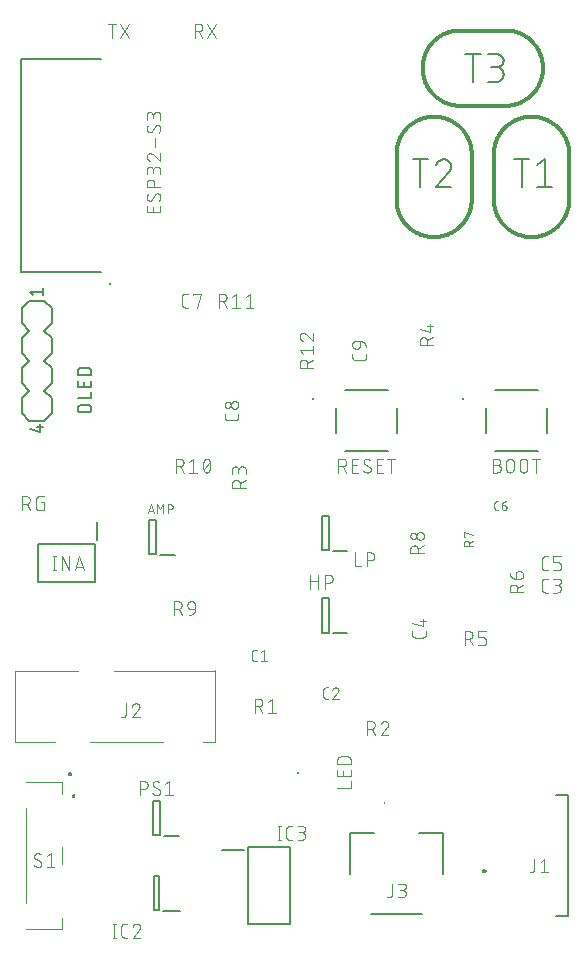
<source format=gbr>
G04 EAGLE Gerber RS-274X export*
G75*
%MOMM*%
%FSLAX34Y34*%
%LPD*%
%INSilkscreen Top*%
%IPPOS*%
%AMOC8*
5,1,8,0,0,1.08239X$1,22.5*%
G01*
%ADD10C,0.203200*%
%ADD11C,0.101600*%
%ADD12C,0.304800*%
%ADD13C,0.200000*%
%ADD14C,0.076200*%
%ADD15C,0.100000*%
%ADD16C,0.100000*%
%ADD17R,0.200000X0.200000*%
%ADD18C,0.200000*%
%ADD19C,0.052000*%
%ADD20C,0.052000*%
%ADD21C,0.152400*%
%ADD22C,0.127000*%


D10*
X442482Y642366D02*
X442482Y665734D01*
X435991Y665734D02*
X448973Y665734D01*
X455478Y660541D02*
X461969Y665734D01*
X461969Y642366D01*
X455478Y642366D02*
X468460Y642366D01*
X356757Y642366D02*
X356757Y665734D01*
X350266Y665734D02*
X363248Y665734D01*
X376893Y665734D02*
X377043Y665732D01*
X377194Y665726D01*
X377344Y665717D01*
X377494Y665703D01*
X377643Y665686D01*
X377792Y665664D01*
X377940Y665639D01*
X378088Y665610D01*
X378235Y665578D01*
X378381Y665541D01*
X378526Y665501D01*
X378670Y665457D01*
X378812Y665410D01*
X378954Y665358D01*
X379094Y665304D01*
X379232Y665245D01*
X379370Y665183D01*
X379505Y665118D01*
X379639Y665049D01*
X379770Y664976D01*
X379900Y664900D01*
X380028Y664821D01*
X380154Y664739D01*
X380278Y664653D01*
X380399Y664565D01*
X380519Y664473D01*
X380635Y664378D01*
X380750Y664280D01*
X380861Y664179D01*
X380970Y664076D01*
X381077Y663969D01*
X381180Y663860D01*
X381281Y663749D01*
X381379Y663634D01*
X381474Y663518D01*
X381566Y663398D01*
X381654Y663277D01*
X381740Y663153D01*
X381822Y663027D01*
X381901Y662899D01*
X381977Y662769D01*
X382050Y662638D01*
X382119Y662504D01*
X382184Y662369D01*
X382246Y662231D01*
X382305Y662093D01*
X382359Y661953D01*
X382411Y661811D01*
X382458Y661669D01*
X382502Y661525D01*
X382542Y661380D01*
X382579Y661234D01*
X382611Y661087D01*
X382640Y660939D01*
X382665Y660791D01*
X382687Y660642D01*
X382704Y660493D01*
X382718Y660343D01*
X382727Y660193D01*
X382733Y660042D01*
X382735Y659892D01*
X376893Y665734D02*
X376712Y665732D01*
X376530Y665725D01*
X376349Y665714D01*
X376168Y665699D01*
X375988Y665679D01*
X375808Y665655D01*
X375629Y665627D01*
X375450Y665594D01*
X375272Y665557D01*
X375096Y665516D01*
X374920Y665470D01*
X374745Y665420D01*
X374572Y665366D01*
X374400Y665308D01*
X374230Y665246D01*
X374061Y665179D01*
X373894Y665109D01*
X373728Y665034D01*
X373565Y664956D01*
X373403Y664873D01*
X373243Y664787D01*
X373086Y664697D01*
X372930Y664603D01*
X372777Y664505D01*
X372627Y664404D01*
X372479Y664299D01*
X372333Y664190D01*
X372190Y664078D01*
X372050Y663963D01*
X371913Y663844D01*
X371779Y663722D01*
X371648Y663596D01*
X371519Y663468D01*
X371394Y663337D01*
X371272Y663202D01*
X371154Y663065D01*
X371038Y662925D01*
X370927Y662782D01*
X370818Y662636D01*
X370713Y662488D01*
X370612Y662337D01*
X370515Y662184D01*
X370421Y662029D01*
X370331Y661871D01*
X370245Y661711D01*
X370163Y661549D01*
X370084Y661386D01*
X370010Y661220D01*
X369940Y661053D01*
X369873Y660884D01*
X369811Y660713D01*
X369753Y660541D01*
X380788Y655348D02*
X380898Y655456D01*
X381005Y655566D01*
X381110Y655679D01*
X381212Y655794D01*
X381311Y655912D01*
X381407Y656032D01*
X381501Y656155D01*
X381591Y656279D01*
X381678Y656406D01*
X381762Y656535D01*
X381843Y656667D01*
X381920Y656800D01*
X381994Y656935D01*
X382065Y657071D01*
X382133Y657210D01*
X382197Y657350D01*
X382258Y657491D01*
X382315Y657634D01*
X382368Y657778D01*
X382418Y657924D01*
X382465Y658071D01*
X382508Y658219D01*
X382547Y658368D01*
X382583Y658517D01*
X382614Y658668D01*
X382643Y658819D01*
X382667Y658971D01*
X382688Y659124D01*
X382705Y659277D01*
X382718Y659430D01*
X382727Y659584D01*
X382733Y659738D01*
X382735Y659892D01*
X380788Y655348D02*
X369753Y642366D01*
X382735Y642366D01*
X401207Y731266D02*
X401207Y754634D01*
X394716Y754634D02*
X407698Y754634D01*
X414203Y731266D02*
X420694Y731266D01*
X420853Y731268D01*
X421012Y731274D01*
X421172Y731284D01*
X421330Y731297D01*
X421489Y731315D01*
X421646Y731336D01*
X421804Y731362D01*
X421960Y731391D01*
X422116Y731424D01*
X422271Y731461D01*
X422425Y731501D01*
X422578Y731546D01*
X422730Y731594D01*
X422881Y731645D01*
X423030Y731701D01*
X423178Y731760D01*
X423324Y731823D01*
X423469Y731889D01*
X423612Y731959D01*
X423754Y732032D01*
X423893Y732109D01*
X424031Y732189D01*
X424167Y732273D01*
X424300Y732360D01*
X424432Y732450D01*
X424561Y732543D01*
X424687Y732640D01*
X424812Y732739D01*
X424934Y732842D01*
X425053Y732947D01*
X425170Y733056D01*
X425284Y733167D01*
X425395Y733281D01*
X425504Y733398D01*
X425609Y733517D01*
X425712Y733639D01*
X425811Y733764D01*
X425908Y733890D01*
X426001Y734019D01*
X426091Y734151D01*
X426178Y734284D01*
X426262Y734420D01*
X426342Y734558D01*
X426419Y734697D01*
X426492Y734839D01*
X426562Y734982D01*
X426628Y735127D01*
X426691Y735273D01*
X426750Y735421D01*
X426806Y735570D01*
X426857Y735721D01*
X426905Y735873D01*
X426950Y736026D01*
X426990Y736180D01*
X427027Y736335D01*
X427060Y736491D01*
X427089Y736647D01*
X427115Y736805D01*
X427136Y736962D01*
X427154Y737121D01*
X427167Y737279D01*
X427177Y737439D01*
X427183Y737598D01*
X427185Y737757D01*
X427183Y737916D01*
X427177Y738075D01*
X427167Y738235D01*
X427154Y738393D01*
X427136Y738552D01*
X427115Y738709D01*
X427089Y738867D01*
X427060Y739023D01*
X427027Y739179D01*
X426990Y739334D01*
X426950Y739488D01*
X426905Y739641D01*
X426857Y739793D01*
X426806Y739944D01*
X426750Y740093D01*
X426691Y740241D01*
X426628Y740387D01*
X426562Y740532D01*
X426492Y740675D01*
X426419Y740817D01*
X426342Y740956D01*
X426262Y741094D01*
X426178Y741230D01*
X426091Y741363D01*
X426001Y741495D01*
X425908Y741624D01*
X425811Y741750D01*
X425712Y741875D01*
X425609Y741997D01*
X425504Y742116D01*
X425395Y742233D01*
X425284Y742347D01*
X425170Y742458D01*
X425053Y742567D01*
X424934Y742672D01*
X424812Y742775D01*
X424687Y742874D01*
X424561Y742971D01*
X424432Y743064D01*
X424300Y743154D01*
X424167Y743241D01*
X424031Y743325D01*
X423893Y743405D01*
X423754Y743482D01*
X423612Y743555D01*
X423469Y743625D01*
X423324Y743691D01*
X423178Y743754D01*
X423030Y743813D01*
X422881Y743869D01*
X422730Y743920D01*
X422578Y743968D01*
X422425Y744013D01*
X422271Y744053D01*
X422116Y744090D01*
X421960Y744123D01*
X421804Y744152D01*
X421646Y744178D01*
X421489Y744199D01*
X421330Y744217D01*
X421172Y744230D01*
X421012Y744240D01*
X420853Y744246D01*
X420694Y744248D01*
X421992Y754634D02*
X414203Y754634D01*
X421992Y754634D02*
X422135Y754632D01*
X422278Y754626D01*
X422421Y754616D01*
X422563Y754602D01*
X422705Y754585D01*
X422847Y754563D01*
X422988Y754538D01*
X423128Y754508D01*
X423267Y754475D01*
X423405Y754438D01*
X423542Y754397D01*
X423678Y754353D01*
X423813Y754304D01*
X423946Y754252D01*
X424078Y754197D01*
X424208Y754137D01*
X424337Y754074D01*
X424464Y754008D01*
X424589Y753938D01*
X424711Y753865D01*
X424832Y753788D01*
X424951Y753708D01*
X425067Y753625D01*
X425182Y753539D01*
X425293Y753450D01*
X425403Y753357D01*
X425509Y753262D01*
X425613Y753163D01*
X425714Y753062D01*
X425813Y752958D01*
X425908Y752852D01*
X426001Y752742D01*
X426090Y752631D01*
X426176Y752516D01*
X426259Y752400D01*
X426339Y752281D01*
X426416Y752160D01*
X426489Y752037D01*
X426559Y751913D01*
X426625Y751786D01*
X426688Y751657D01*
X426748Y751527D01*
X426803Y751395D01*
X426855Y751262D01*
X426904Y751127D01*
X426948Y750991D01*
X426989Y750854D01*
X427026Y750716D01*
X427059Y750577D01*
X427089Y750437D01*
X427114Y750296D01*
X427136Y750154D01*
X427153Y750012D01*
X427167Y749870D01*
X427177Y749727D01*
X427183Y749584D01*
X427185Y749441D01*
X427183Y749298D01*
X427177Y749155D01*
X427167Y749012D01*
X427153Y748870D01*
X427136Y748728D01*
X427114Y748586D01*
X427089Y748445D01*
X427059Y748305D01*
X427026Y748166D01*
X426989Y748028D01*
X426948Y747891D01*
X426904Y747755D01*
X426855Y747620D01*
X426803Y747487D01*
X426748Y747355D01*
X426688Y747225D01*
X426625Y747096D01*
X426559Y746969D01*
X426489Y746845D01*
X426416Y746722D01*
X426339Y746601D01*
X426259Y746482D01*
X426176Y746366D01*
X426090Y746251D01*
X426001Y746140D01*
X425908Y746030D01*
X425813Y745924D01*
X425714Y745820D01*
X425613Y745719D01*
X425509Y745620D01*
X425403Y745525D01*
X425293Y745432D01*
X425182Y745343D01*
X425067Y745257D01*
X424951Y745174D01*
X424832Y745094D01*
X424711Y745017D01*
X424589Y744944D01*
X424464Y744874D01*
X424337Y744808D01*
X424208Y744745D01*
X424078Y744685D01*
X423946Y744630D01*
X423813Y744578D01*
X423678Y744529D01*
X423542Y744485D01*
X423405Y744444D01*
X423267Y744407D01*
X423128Y744374D01*
X422988Y744344D01*
X422847Y744319D01*
X422705Y744297D01*
X422563Y744280D01*
X422421Y744266D01*
X422278Y744256D01*
X422135Y744250D01*
X421992Y744248D01*
X416799Y744248D01*
D11*
X95829Y768858D02*
X95829Y780542D01*
X99074Y780542D02*
X92583Y780542D01*
X102602Y768858D02*
X110391Y780542D01*
X102602Y780542D02*
X110391Y768858D01*
X165608Y768858D02*
X165608Y780542D01*
X168854Y780542D01*
X168967Y780540D01*
X169080Y780534D01*
X169193Y780524D01*
X169306Y780510D01*
X169418Y780493D01*
X169529Y780471D01*
X169639Y780446D01*
X169749Y780416D01*
X169857Y780383D01*
X169964Y780346D01*
X170070Y780306D01*
X170174Y780261D01*
X170277Y780213D01*
X170378Y780162D01*
X170477Y780107D01*
X170574Y780049D01*
X170669Y779987D01*
X170762Y779922D01*
X170852Y779854D01*
X170940Y779783D01*
X171026Y779708D01*
X171109Y779631D01*
X171189Y779551D01*
X171266Y779468D01*
X171341Y779382D01*
X171412Y779294D01*
X171480Y779204D01*
X171545Y779111D01*
X171607Y779016D01*
X171665Y778919D01*
X171720Y778820D01*
X171771Y778719D01*
X171819Y778616D01*
X171864Y778512D01*
X171904Y778406D01*
X171941Y778299D01*
X171974Y778191D01*
X172004Y778081D01*
X172029Y777971D01*
X172051Y777860D01*
X172068Y777748D01*
X172082Y777635D01*
X172092Y777522D01*
X172098Y777409D01*
X172100Y777296D01*
X172098Y777183D01*
X172092Y777070D01*
X172082Y776957D01*
X172068Y776844D01*
X172051Y776732D01*
X172029Y776621D01*
X172004Y776511D01*
X171974Y776401D01*
X171941Y776293D01*
X171904Y776186D01*
X171864Y776080D01*
X171819Y775976D01*
X171771Y775873D01*
X171720Y775772D01*
X171665Y775673D01*
X171607Y775576D01*
X171545Y775481D01*
X171480Y775388D01*
X171412Y775298D01*
X171341Y775210D01*
X171266Y775124D01*
X171189Y775041D01*
X171109Y774961D01*
X171026Y774884D01*
X170940Y774809D01*
X170852Y774738D01*
X170762Y774670D01*
X170669Y774605D01*
X170574Y774543D01*
X170477Y774485D01*
X170378Y774430D01*
X170277Y774379D01*
X170174Y774331D01*
X170070Y774286D01*
X169964Y774246D01*
X169857Y774209D01*
X169749Y774176D01*
X169639Y774146D01*
X169529Y774121D01*
X169418Y774099D01*
X169306Y774082D01*
X169193Y774068D01*
X169080Y774058D01*
X168967Y774052D01*
X168854Y774050D01*
X168854Y774051D02*
X165608Y774051D01*
X169503Y774051D02*
X172099Y768858D01*
X176315Y768858D02*
X184105Y780542D01*
X176315Y780542D02*
X184105Y768858D01*
D12*
X336550Y673100D02*
X336638Y673877D01*
X336744Y674652D01*
X336870Y675425D01*
X337014Y676194D01*
X337177Y676959D01*
X337359Y677720D01*
X337559Y678476D01*
X337778Y679227D01*
X338015Y679972D01*
X338271Y680712D01*
X338544Y681445D01*
X338835Y682171D01*
X339145Y682890D01*
X339471Y683600D01*
X339815Y684303D01*
X340176Y684997D01*
X340554Y685682D01*
X340949Y686358D01*
X341360Y687023D01*
X341787Y687679D01*
X342230Y688323D01*
X342689Y688957D01*
X343164Y689579D01*
X343653Y690189D01*
X344157Y690787D01*
X344676Y691373D01*
X345209Y691946D01*
X345756Y692505D01*
X346316Y693051D01*
X346890Y693583D01*
X347476Y694101D01*
X348075Y694604D01*
X348686Y695093D01*
X349309Y695566D01*
X349943Y696024D01*
X350589Y696466D01*
X351245Y696892D01*
X351911Y697302D01*
X352587Y697696D01*
X353273Y698073D01*
X353967Y698433D01*
X354671Y698776D01*
X355382Y699101D01*
X356101Y699409D01*
X356828Y699699D01*
X357561Y699972D01*
X358301Y700226D01*
X359047Y700462D01*
X359798Y700679D01*
X360555Y700879D01*
X361316Y701059D01*
X362081Y701221D01*
X362850Y701364D01*
X363623Y701488D01*
X364398Y701594D01*
X365176Y701680D01*
X365955Y701747D01*
X366736Y701795D01*
X367518Y701823D01*
X368300Y701833D01*
X369082Y701823D01*
X369864Y701795D01*
X370645Y701747D01*
X371424Y701680D01*
X372202Y701594D01*
X372977Y701488D01*
X373750Y701364D01*
X374519Y701221D01*
X375284Y701059D01*
X376045Y700879D01*
X376802Y700679D01*
X377553Y700462D01*
X378299Y700226D01*
X379039Y699972D01*
X379772Y699699D01*
X380499Y699409D01*
X381218Y699101D01*
X381929Y698776D01*
X382633Y698433D01*
X383327Y698073D01*
X384013Y697696D01*
X384689Y697302D01*
X385355Y696892D01*
X386011Y696466D01*
X386657Y696024D01*
X387291Y695566D01*
X387914Y695093D01*
X388525Y694604D01*
X389124Y694101D01*
X389710Y693583D01*
X390284Y693051D01*
X390844Y692505D01*
X391391Y691946D01*
X391924Y691373D01*
X392443Y690787D01*
X392947Y690189D01*
X393436Y689579D01*
X393911Y688957D01*
X394370Y688323D01*
X394813Y687679D01*
X395240Y687023D01*
X395651Y686358D01*
X396046Y685682D01*
X396424Y684997D01*
X396785Y684303D01*
X397129Y683600D01*
X397455Y682890D01*
X397765Y682171D01*
X398056Y681445D01*
X398329Y680712D01*
X398585Y679972D01*
X398822Y679227D01*
X399041Y678476D01*
X399241Y677720D01*
X399423Y676959D01*
X399586Y676194D01*
X399730Y675425D01*
X399856Y674652D01*
X399962Y673877D01*
X400050Y673100D01*
X400050Y628650D02*
X399962Y627873D01*
X399856Y627098D01*
X399730Y626325D01*
X399586Y625556D01*
X399423Y624791D01*
X399241Y624030D01*
X399041Y623274D01*
X398822Y622523D01*
X398585Y621778D01*
X398329Y621038D01*
X398056Y620305D01*
X397765Y619579D01*
X397455Y618860D01*
X397129Y618150D01*
X396785Y617447D01*
X396424Y616753D01*
X396046Y616068D01*
X395651Y615392D01*
X395240Y614727D01*
X394813Y614071D01*
X394370Y613427D01*
X393911Y612793D01*
X393436Y612171D01*
X392947Y611561D01*
X392443Y610963D01*
X391924Y610377D01*
X391391Y609804D01*
X390844Y609245D01*
X390284Y608699D01*
X389710Y608167D01*
X389124Y607649D01*
X388525Y607146D01*
X387914Y606657D01*
X387291Y606184D01*
X386657Y605726D01*
X386011Y605284D01*
X385355Y604858D01*
X384689Y604448D01*
X384013Y604054D01*
X383327Y603677D01*
X382633Y603317D01*
X381929Y602974D01*
X381218Y602649D01*
X380499Y602341D01*
X379772Y602051D01*
X379039Y601778D01*
X378299Y601524D01*
X377553Y601288D01*
X376802Y601071D01*
X376045Y600871D01*
X375284Y600691D01*
X374519Y600529D01*
X373750Y600386D01*
X372977Y600262D01*
X372202Y600156D01*
X371424Y600070D01*
X370645Y600003D01*
X369864Y599955D01*
X369082Y599927D01*
X368300Y599917D01*
X367518Y599927D01*
X366736Y599955D01*
X365955Y600003D01*
X365176Y600070D01*
X364398Y600156D01*
X363623Y600262D01*
X362850Y600386D01*
X362081Y600529D01*
X361316Y600691D01*
X360555Y600871D01*
X359798Y601071D01*
X359047Y601288D01*
X358301Y601524D01*
X357561Y601778D01*
X356828Y602051D01*
X356101Y602341D01*
X355382Y602649D01*
X354671Y602974D01*
X353967Y603317D01*
X353273Y603677D01*
X352587Y604054D01*
X351911Y604448D01*
X351245Y604858D01*
X350589Y605284D01*
X349943Y605726D01*
X349309Y606184D01*
X348686Y606657D01*
X348075Y607146D01*
X347476Y607649D01*
X346890Y608167D01*
X346316Y608699D01*
X345756Y609245D01*
X345209Y609804D01*
X344676Y610377D01*
X344157Y610963D01*
X343653Y611561D01*
X343164Y612171D01*
X342689Y612793D01*
X342230Y613427D01*
X341787Y614071D01*
X341360Y614727D01*
X340949Y615392D01*
X340554Y616068D01*
X340176Y616753D01*
X339815Y617447D01*
X339471Y618150D01*
X339145Y618860D01*
X338835Y619579D01*
X338544Y620305D01*
X338271Y621038D01*
X338015Y621778D01*
X337778Y622523D01*
X337559Y623274D01*
X337359Y624030D01*
X337177Y624791D01*
X337014Y625556D01*
X336870Y626325D01*
X336744Y627098D01*
X336638Y627873D01*
X336550Y628650D01*
X336550Y673100D01*
X400050Y673100D02*
X400050Y628650D01*
X419100Y673100D02*
X419188Y673877D01*
X419294Y674652D01*
X419420Y675425D01*
X419564Y676194D01*
X419727Y676959D01*
X419909Y677720D01*
X420109Y678476D01*
X420328Y679227D01*
X420565Y679972D01*
X420821Y680712D01*
X421094Y681445D01*
X421385Y682171D01*
X421695Y682890D01*
X422021Y683600D01*
X422365Y684303D01*
X422726Y684997D01*
X423104Y685682D01*
X423499Y686358D01*
X423910Y687023D01*
X424337Y687679D01*
X424780Y688323D01*
X425239Y688957D01*
X425714Y689579D01*
X426203Y690189D01*
X426707Y690787D01*
X427226Y691373D01*
X427759Y691946D01*
X428306Y692505D01*
X428866Y693051D01*
X429440Y693583D01*
X430026Y694101D01*
X430625Y694604D01*
X431236Y695093D01*
X431859Y695566D01*
X432493Y696024D01*
X433139Y696466D01*
X433795Y696892D01*
X434461Y697302D01*
X435137Y697696D01*
X435823Y698073D01*
X436517Y698433D01*
X437221Y698776D01*
X437932Y699101D01*
X438651Y699409D01*
X439378Y699699D01*
X440111Y699972D01*
X440851Y700226D01*
X441597Y700462D01*
X442348Y700679D01*
X443105Y700879D01*
X443866Y701059D01*
X444631Y701221D01*
X445400Y701364D01*
X446173Y701488D01*
X446948Y701594D01*
X447726Y701680D01*
X448505Y701747D01*
X449286Y701795D01*
X450068Y701823D01*
X450850Y701833D01*
X451632Y701823D01*
X452414Y701795D01*
X453195Y701747D01*
X453974Y701680D01*
X454752Y701594D01*
X455527Y701488D01*
X456300Y701364D01*
X457069Y701221D01*
X457834Y701059D01*
X458595Y700879D01*
X459352Y700679D01*
X460103Y700462D01*
X460849Y700226D01*
X461589Y699972D01*
X462322Y699699D01*
X463049Y699409D01*
X463768Y699101D01*
X464479Y698776D01*
X465183Y698433D01*
X465877Y698073D01*
X466563Y697696D01*
X467239Y697302D01*
X467905Y696892D01*
X468561Y696466D01*
X469207Y696024D01*
X469841Y695566D01*
X470464Y695093D01*
X471075Y694604D01*
X471674Y694101D01*
X472260Y693583D01*
X472834Y693051D01*
X473394Y692505D01*
X473941Y691946D01*
X474474Y691373D01*
X474993Y690787D01*
X475497Y690189D01*
X475986Y689579D01*
X476461Y688957D01*
X476920Y688323D01*
X477363Y687679D01*
X477790Y687023D01*
X478201Y686358D01*
X478596Y685682D01*
X478974Y684997D01*
X479335Y684303D01*
X479679Y683600D01*
X480005Y682890D01*
X480315Y682171D01*
X480606Y681445D01*
X480879Y680712D01*
X481135Y679972D01*
X481372Y679227D01*
X481591Y678476D01*
X481791Y677720D01*
X481973Y676959D01*
X482136Y676194D01*
X482280Y675425D01*
X482406Y674652D01*
X482512Y673877D01*
X482600Y673100D01*
X482600Y628650D02*
X482512Y627873D01*
X482406Y627098D01*
X482280Y626325D01*
X482136Y625556D01*
X481973Y624791D01*
X481791Y624030D01*
X481591Y623274D01*
X481372Y622523D01*
X481135Y621778D01*
X480879Y621038D01*
X480606Y620305D01*
X480315Y619579D01*
X480005Y618860D01*
X479679Y618150D01*
X479335Y617447D01*
X478974Y616753D01*
X478596Y616068D01*
X478201Y615392D01*
X477790Y614727D01*
X477363Y614071D01*
X476920Y613427D01*
X476461Y612793D01*
X475986Y612171D01*
X475497Y611561D01*
X474993Y610963D01*
X474474Y610377D01*
X473941Y609804D01*
X473394Y609245D01*
X472834Y608699D01*
X472260Y608167D01*
X471674Y607649D01*
X471075Y607146D01*
X470464Y606657D01*
X469841Y606184D01*
X469207Y605726D01*
X468561Y605284D01*
X467905Y604858D01*
X467239Y604448D01*
X466563Y604054D01*
X465877Y603677D01*
X465183Y603317D01*
X464479Y602974D01*
X463768Y602649D01*
X463049Y602341D01*
X462322Y602051D01*
X461589Y601778D01*
X460849Y601524D01*
X460103Y601288D01*
X459352Y601071D01*
X458595Y600871D01*
X457834Y600691D01*
X457069Y600529D01*
X456300Y600386D01*
X455527Y600262D01*
X454752Y600156D01*
X453974Y600070D01*
X453195Y600003D01*
X452414Y599955D01*
X451632Y599927D01*
X450850Y599917D01*
X450068Y599927D01*
X449286Y599955D01*
X448505Y600003D01*
X447726Y600070D01*
X446948Y600156D01*
X446173Y600262D01*
X445400Y600386D01*
X444631Y600529D01*
X443866Y600691D01*
X443105Y600871D01*
X442348Y601071D01*
X441597Y601288D01*
X440851Y601524D01*
X440111Y601778D01*
X439378Y602051D01*
X438651Y602341D01*
X437932Y602649D01*
X437221Y602974D01*
X436517Y603317D01*
X435823Y603677D01*
X435137Y604054D01*
X434461Y604448D01*
X433795Y604858D01*
X433139Y605284D01*
X432493Y605726D01*
X431859Y606184D01*
X431236Y606657D01*
X430625Y607146D01*
X430026Y607649D01*
X429440Y608167D01*
X428866Y608699D01*
X428306Y609245D01*
X427759Y609804D01*
X427226Y610377D01*
X426707Y610963D01*
X426203Y611561D01*
X425714Y612171D01*
X425239Y612793D01*
X424780Y613427D01*
X424337Y614071D01*
X423910Y614727D01*
X423499Y615392D01*
X423104Y616068D01*
X422726Y616753D01*
X422365Y617447D01*
X422021Y618150D01*
X421695Y618860D01*
X421385Y619579D01*
X421094Y620305D01*
X420821Y621038D01*
X420565Y621778D01*
X420328Y622523D01*
X420109Y623274D01*
X419909Y624030D01*
X419727Y624791D01*
X419564Y625556D01*
X419420Y626325D01*
X419294Y627098D01*
X419188Y627873D01*
X419100Y628650D01*
X419100Y673100D01*
X482600Y673100D02*
X482600Y628650D01*
X387350Y711200D02*
X386573Y711288D01*
X385798Y711394D01*
X385025Y711520D01*
X384256Y711664D01*
X383491Y711827D01*
X382730Y712009D01*
X381974Y712209D01*
X381223Y712428D01*
X380478Y712665D01*
X379738Y712921D01*
X379005Y713194D01*
X378279Y713485D01*
X377560Y713795D01*
X376850Y714121D01*
X376147Y714465D01*
X375453Y714826D01*
X374768Y715204D01*
X374092Y715599D01*
X373427Y716010D01*
X372771Y716437D01*
X372127Y716880D01*
X371493Y717339D01*
X370871Y717814D01*
X370261Y718303D01*
X369663Y718807D01*
X369077Y719326D01*
X368504Y719859D01*
X367945Y720406D01*
X367399Y720966D01*
X366867Y721540D01*
X366349Y722126D01*
X365846Y722725D01*
X365357Y723336D01*
X364884Y723959D01*
X364426Y724593D01*
X363984Y725239D01*
X363558Y725895D01*
X363148Y726561D01*
X362754Y727237D01*
X362377Y727923D01*
X362017Y728617D01*
X361674Y729321D01*
X361349Y730032D01*
X361041Y730751D01*
X360751Y731478D01*
X360478Y732211D01*
X360224Y732951D01*
X359988Y733697D01*
X359771Y734448D01*
X359571Y735205D01*
X359391Y735966D01*
X359229Y736731D01*
X359086Y737500D01*
X358962Y738273D01*
X358856Y739048D01*
X358770Y739826D01*
X358703Y740605D01*
X358655Y741386D01*
X358627Y742168D01*
X358617Y742950D01*
X358627Y743732D01*
X358655Y744514D01*
X358703Y745295D01*
X358770Y746074D01*
X358856Y746852D01*
X358962Y747627D01*
X359086Y748400D01*
X359229Y749169D01*
X359391Y749934D01*
X359571Y750695D01*
X359771Y751452D01*
X359988Y752203D01*
X360224Y752949D01*
X360478Y753689D01*
X360751Y754422D01*
X361041Y755149D01*
X361349Y755868D01*
X361674Y756579D01*
X362017Y757283D01*
X362377Y757977D01*
X362754Y758663D01*
X363148Y759339D01*
X363558Y760005D01*
X363984Y760661D01*
X364426Y761307D01*
X364884Y761941D01*
X365357Y762564D01*
X365846Y763175D01*
X366349Y763774D01*
X366867Y764360D01*
X367399Y764934D01*
X367945Y765494D01*
X368504Y766041D01*
X369077Y766574D01*
X369663Y767093D01*
X370261Y767597D01*
X370871Y768086D01*
X371493Y768561D01*
X372127Y769020D01*
X372771Y769463D01*
X373427Y769890D01*
X374092Y770301D01*
X374768Y770696D01*
X375453Y771074D01*
X376147Y771435D01*
X376850Y771779D01*
X377560Y772105D01*
X378279Y772415D01*
X379005Y772706D01*
X379738Y772979D01*
X380478Y773235D01*
X381223Y773472D01*
X381974Y773691D01*
X382730Y773891D01*
X383491Y774073D01*
X384256Y774236D01*
X385025Y774380D01*
X385798Y774506D01*
X386573Y774612D01*
X387350Y774700D01*
X431800Y774700D02*
X432577Y774612D01*
X433352Y774506D01*
X434125Y774380D01*
X434894Y774236D01*
X435659Y774073D01*
X436420Y773891D01*
X437176Y773691D01*
X437927Y773472D01*
X438672Y773235D01*
X439412Y772979D01*
X440145Y772706D01*
X440871Y772415D01*
X441590Y772105D01*
X442300Y771779D01*
X443003Y771435D01*
X443697Y771074D01*
X444382Y770696D01*
X445058Y770301D01*
X445723Y769890D01*
X446379Y769463D01*
X447023Y769020D01*
X447657Y768561D01*
X448279Y768086D01*
X448889Y767597D01*
X449487Y767093D01*
X450073Y766574D01*
X450646Y766041D01*
X451205Y765494D01*
X451751Y764934D01*
X452283Y764360D01*
X452801Y763774D01*
X453304Y763175D01*
X453793Y762564D01*
X454266Y761941D01*
X454724Y761307D01*
X455166Y760661D01*
X455592Y760005D01*
X456002Y759339D01*
X456396Y758663D01*
X456773Y757977D01*
X457133Y757283D01*
X457476Y756579D01*
X457801Y755868D01*
X458109Y755149D01*
X458399Y754422D01*
X458672Y753689D01*
X458926Y752949D01*
X459162Y752203D01*
X459379Y751452D01*
X459579Y750695D01*
X459759Y749934D01*
X459921Y749169D01*
X460064Y748400D01*
X460188Y747627D01*
X460294Y746852D01*
X460380Y746074D01*
X460447Y745295D01*
X460495Y744514D01*
X460523Y743732D01*
X460533Y742950D01*
X460523Y742168D01*
X460495Y741386D01*
X460447Y740605D01*
X460380Y739826D01*
X460294Y739048D01*
X460188Y738273D01*
X460064Y737500D01*
X459921Y736731D01*
X459759Y735966D01*
X459579Y735205D01*
X459379Y734448D01*
X459162Y733697D01*
X458926Y732951D01*
X458672Y732211D01*
X458399Y731478D01*
X458109Y730751D01*
X457801Y730032D01*
X457476Y729321D01*
X457133Y728617D01*
X456773Y727923D01*
X456396Y727237D01*
X456002Y726561D01*
X455592Y725895D01*
X455166Y725239D01*
X454724Y724593D01*
X454266Y723959D01*
X453793Y723336D01*
X453304Y722725D01*
X452801Y722126D01*
X452283Y721540D01*
X451751Y720966D01*
X451205Y720406D01*
X450646Y719859D01*
X450073Y719326D01*
X449487Y718807D01*
X448889Y718303D01*
X448279Y717814D01*
X447657Y717339D01*
X447023Y716880D01*
X446379Y716437D01*
X445723Y716010D01*
X445058Y715599D01*
X444382Y715204D01*
X443697Y714826D01*
X443003Y714465D01*
X442300Y714121D01*
X441590Y713795D01*
X440871Y713485D01*
X440145Y713194D01*
X439412Y712921D01*
X438672Y712665D01*
X437927Y712428D01*
X437176Y712209D01*
X436420Y712009D01*
X435659Y711827D01*
X434894Y711664D01*
X434125Y711520D01*
X433352Y711394D01*
X432577Y711288D01*
X431800Y711200D01*
X431800Y774700D02*
X387350Y774700D01*
X387350Y711200D02*
X431800Y711200D01*
D13*
X133175Y331575D02*
X127175Y331575D01*
X127175Y360575D01*
X133175Y360575D01*
X133175Y331575D01*
X136675Y331075D02*
X148675Y331075D01*
D14*
X126047Y366205D02*
X128502Y373571D01*
X130957Y366205D01*
X130344Y368046D02*
X126661Y368046D01*
X134094Y366205D02*
X134094Y373571D01*
X136549Y369478D01*
X139004Y373571D01*
X139004Y366205D01*
X142911Y366205D02*
X142911Y373571D01*
X144957Y373571D01*
X144957Y373570D02*
X145046Y373568D01*
X145135Y373562D01*
X145224Y373552D01*
X145312Y373539D01*
X145400Y373522D01*
X145487Y373500D01*
X145572Y373475D01*
X145657Y373447D01*
X145740Y373414D01*
X145822Y373378D01*
X145902Y373339D01*
X145980Y373296D01*
X146056Y373250D01*
X146131Y373200D01*
X146203Y373147D01*
X146272Y373091D01*
X146339Y373032D01*
X146404Y372971D01*
X146465Y372906D01*
X146524Y372839D01*
X146580Y372770D01*
X146633Y372698D01*
X146683Y372623D01*
X146729Y372547D01*
X146772Y372469D01*
X146811Y372389D01*
X146847Y372307D01*
X146880Y372224D01*
X146908Y372139D01*
X146933Y372054D01*
X146955Y371967D01*
X146972Y371879D01*
X146985Y371791D01*
X146995Y371702D01*
X147001Y371613D01*
X147003Y371524D01*
X147001Y371435D01*
X146995Y371346D01*
X146985Y371257D01*
X146972Y371169D01*
X146955Y371081D01*
X146933Y370994D01*
X146908Y370909D01*
X146880Y370824D01*
X146847Y370741D01*
X146811Y370659D01*
X146772Y370579D01*
X146729Y370501D01*
X146683Y370425D01*
X146633Y370350D01*
X146580Y370278D01*
X146524Y370209D01*
X146465Y370142D01*
X146404Y370077D01*
X146339Y370016D01*
X146272Y369957D01*
X146203Y369901D01*
X146131Y369848D01*
X146056Y369798D01*
X145980Y369752D01*
X145902Y369709D01*
X145822Y369670D01*
X145740Y369634D01*
X145657Y369601D01*
X145572Y369573D01*
X145487Y369548D01*
X145400Y369526D01*
X145312Y369509D01*
X145224Y369496D01*
X145135Y369486D01*
X145046Y369480D01*
X144957Y369478D01*
X142911Y369478D01*
X216307Y240906D02*
X218395Y240906D01*
X216307Y240906D02*
X216218Y240908D01*
X216130Y240914D01*
X216042Y240923D01*
X215954Y240936D01*
X215867Y240953D01*
X215781Y240973D01*
X215696Y240998D01*
X215611Y241025D01*
X215528Y241057D01*
X215447Y241091D01*
X215367Y241130D01*
X215289Y241171D01*
X215212Y241216D01*
X215138Y241264D01*
X215065Y241315D01*
X214995Y241369D01*
X214928Y241427D01*
X214862Y241487D01*
X214800Y241549D01*
X214740Y241615D01*
X214682Y241682D01*
X214628Y241752D01*
X214577Y241825D01*
X214529Y241899D01*
X214484Y241976D01*
X214443Y242054D01*
X214404Y242134D01*
X214370Y242215D01*
X214338Y242298D01*
X214311Y242383D01*
X214286Y242468D01*
X214266Y242554D01*
X214249Y242641D01*
X214236Y242729D01*
X214227Y242817D01*
X214221Y242905D01*
X214219Y242994D01*
X214219Y248216D01*
X214221Y248307D01*
X214227Y248398D01*
X214237Y248489D01*
X214251Y248579D01*
X214268Y248668D01*
X214290Y248756D01*
X214316Y248844D01*
X214345Y248930D01*
X214378Y249015D01*
X214415Y249098D01*
X214455Y249180D01*
X214499Y249260D01*
X214546Y249338D01*
X214597Y249414D01*
X214650Y249487D01*
X214707Y249558D01*
X214768Y249627D01*
X214831Y249692D01*
X214896Y249755D01*
X214965Y249815D01*
X215036Y249873D01*
X215109Y249926D01*
X215185Y249977D01*
X215263Y250024D01*
X215343Y250068D01*
X215425Y250108D01*
X215508Y250145D01*
X215593Y250178D01*
X215679Y250207D01*
X215767Y250233D01*
X215855Y250255D01*
X215944Y250272D01*
X216034Y250286D01*
X216125Y250296D01*
X216216Y250302D01*
X216307Y250304D01*
X218395Y250304D01*
X221864Y248216D02*
X224475Y250304D01*
X224475Y240906D01*
X227085Y240906D02*
X221864Y240906D01*
D11*
X462289Y298958D02*
X464886Y298958D01*
X462289Y298958D02*
X462190Y298960D01*
X462090Y298966D01*
X461991Y298975D01*
X461893Y298988D01*
X461795Y299005D01*
X461697Y299026D01*
X461601Y299051D01*
X461506Y299079D01*
X461412Y299111D01*
X461319Y299146D01*
X461227Y299185D01*
X461137Y299228D01*
X461049Y299273D01*
X460962Y299323D01*
X460878Y299375D01*
X460795Y299431D01*
X460715Y299489D01*
X460637Y299551D01*
X460562Y299616D01*
X460489Y299684D01*
X460419Y299754D01*
X460351Y299827D01*
X460286Y299902D01*
X460224Y299980D01*
X460166Y300060D01*
X460110Y300143D01*
X460058Y300227D01*
X460008Y300314D01*
X459963Y300402D01*
X459920Y300492D01*
X459881Y300584D01*
X459846Y300677D01*
X459814Y300771D01*
X459786Y300866D01*
X459761Y300962D01*
X459740Y301060D01*
X459723Y301158D01*
X459710Y301256D01*
X459701Y301355D01*
X459695Y301455D01*
X459693Y301554D01*
X459693Y308046D01*
X459695Y308145D01*
X459701Y308245D01*
X459710Y308344D01*
X459723Y308442D01*
X459740Y308540D01*
X459761Y308638D01*
X459786Y308734D01*
X459814Y308829D01*
X459846Y308923D01*
X459881Y309016D01*
X459920Y309108D01*
X459963Y309198D01*
X460008Y309286D01*
X460058Y309373D01*
X460110Y309457D01*
X460166Y309540D01*
X460224Y309620D01*
X460286Y309698D01*
X460351Y309773D01*
X460419Y309846D01*
X460489Y309916D01*
X460562Y309984D01*
X460637Y310049D01*
X460715Y310111D01*
X460795Y310169D01*
X460878Y310225D01*
X460962Y310277D01*
X461049Y310327D01*
X461137Y310372D01*
X461227Y310415D01*
X461319Y310454D01*
X461411Y310489D01*
X461506Y310521D01*
X461601Y310549D01*
X461697Y310574D01*
X461795Y310595D01*
X461893Y310612D01*
X461991Y310625D01*
X462090Y310634D01*
X462190Y310640D01*
X462289Y310642D01*
X464886Y310642D01*
X469251Y298958D02*
X472496Y298958D01*
X472609Y298960D01*
X472722Y298966D01*
X472835Y298976D01*
X472948Y298990D01*
X473060Y299007D01*
X473171Y299029D01*
X473281Y299054D01*
X473391Y299084D01*
X473499Y299117D01*
X473606Y299154D01*
X473712Y299194D01*
X473816Y299239D01*
X473919Y299287D01*
X474020Y299338D01*
X474119Y299393D01*
X474216Y299451D01*
X474311Y299513D01*
X474404Y299578D01*
X474494Y299646D01*
X474582Y299717D01*
X474668Y299792D01*
X474751Y299869D01*
X474831Y299949D01*
X474908Y300032D01*
X474983Y300118D01*
X475054Y300206D01*
X475122Y300296D01*
X475187Y300389D01*
X475249Y300484D01*
X475307Y300581D01*
X475362Y300680D01*
X475413Y300781D01*
X475461Y300884D01*
X475506Y300988D01*
X475546Y301094D01*
X475583Y301201D01*
X475616Y301309D01*
X475646Y301419D01*
X475671Y301529D01*
X475693Y301640D01*
X475710Y301752D01*
X475724Y301865D01*
X475734Y301978D01*
X475740Y302091D01*
X475742Y302204D01*
X475740Y302317D01*
X475734Y302430D01*
X475724Y302543D01*
X475710Y302656D01*
X475693Y302768D01*
X475671Y302879D01*
X475646Y302989D01*
X475616Y303099D01*
X475583Y303207D01*
X475546Y303314D01*
X475506Y303420D01*
X475461Y303524D01*
X475413Y303627D01*
X475362Y303728D01*
X475307Y303827D01*
X475249Y303924D01*
X475187Y304019D01*
X475122Y304112D01*
X475054Y304202D01*
X474983Y304290D01*
X474908Y304376D01*
X474831Y304459D01*
X474751Y304539D01*
X474668Y304616D01*
X474582Y304691D01*
X474494Y304762D01*
X474404Y304830D01*
X474311Y304895D01*
X474216Y304957D01*
X474119Y305015D01*
X474020Y305070D01*
X473919Y305121D01*
X473816Y305169D01*
X473712Y305214D01*
X473606Y305254D01*
X473499Y305291D01*
X473391Y305324D01*
X473281Y305354D01*
X473171Y305379D01*
X473060Y305401D01*
X472948Y305418D01*
X472835Y305432D01*
X472722Y305442D01*
X472609Y305448D01*
X472496Y305450D01*
X473146Y310642D02*
X469251Y310642D01*
X473146Y310642D02*
X473247Y310640D01*
X473347Y310634D01*
X473447Y310624D01*
X473547Y310611D01*
X473646Y310593D01*
X473745Y310572D01*
X473842Y310547D01*
X473939Y310518D01*
X474034Y310485D01*
X474128Y310449D01*
X474220Y310409D01*
X474311Y310366D01*
X474400Y310319D01*
X474487Y310269D01*
X474573Y310215D01*
X474656Y310158D01*
X474736Y310098D01*
X474815Y310035D01*
X474891Y309968D01*
X474964Y309899D01*
X475034Y309827D01*
X475102Y309753D01*
X475167Y309676D01*
X475228Y309596D01*
X475287Y309514D01*
X475342Y309430D01*
X475394Y309344D01*
X475443Y309256D01*
X475488Y309166D01*
X475530Y309074D01*
X475568Y308981D01*
X475602Y308886D01*
X475633Y308791D01*
X475660Y308694D01*
X475683Y308596D01*
X475703Y308497D01*
X475718Y308397D01*
X475730Y308297D01*
X475738Y308197D01*
X475742Y308096D01*
X475742Y307996D01*
X475738Y307895D01*
X475730Y307795D01*
X475718Y307695D01*
X475703Y307595D01*
X475683Y307496D01*
X475660Y307398D01*
X475633Y307301D01*
X475602Y307206D01*
X475568Y307111D01*
X475530Y307018D01*
X475488Y306926D01*
X475443Y306836D01*
X475394Y306748D01*
X475342Y306662D01*
X475287Y306578D01*
X475228Y306496D01*
X475167Y306416D01*
X475102Y306339D01*
X475034Y306265D01*
X474964Y306193D01*
X474891Y306124D01*
X474815Y306057D01*
X474736Y305994D01*
X474656Y305934D01*
X474573Y305877D01*
X474487Y305823D01*
X474400Y305773D01*
X474311Y305726D01*
X474220Y305683D01*
X474128Y305643D01*
X474034Y305607D01*
X473939Y305574D01*
X473842Y305545D01*
X473745Y305520D01*
X473646Y305499D01*
X473547Y305481D01*
X473447Y305468D01*
X473347Y305458D01*
X473247Y305452D01*
X473146Y305450D01*
X473146Y305449D02*
X470549Y305449D01*
X202692Y447604D02*
X202692Y450201D01*
X202692Y447604D02*
X202690Y447505D01*
X202684Y447405D01*
X202675Y447306D01*
X202662Y447208D01*
X202645Y447110D01*
X202624Y447012D01*
X202599Y446916D01*
X202571Y446821D01*
X202539Y446727D01*
X202504Y446634D01*
X202465Y446542D01*
X202422Y446452D01*
X202377Y446364D01*
X202327Y446277D01*
X202275Y446193D01*
X202219Y446110D01*
X202161Y446030D01*
X202099Y445952D01*
X202034Y445877D01*
X201966Y445804D01*
X201896Y445734D01*
X201823Y445666D01*
X201748Y445601D01*
X201670Y445539D01*
X201590Y445481D01*
X201507Y445425D01*
X201423Y445373D01*
X201336Y445323D01*
X201248Y445278D01*
X201158Y445235D01*
X201066Y445196D01*
X200973Y445161D01*
X200879Y445129D01*
X200784Y445101D01*
X200688Y445076D01*
X200590Y445055D01*
X200492Y445038D01*
X200394Y445025D01*
X200295Y445016D01*
X200195Y445010D01*
X200096Y445008D01*
X193604Y445008D01*
X193505Y445010D01*
X193405Y445016D01*
X193306Y445025D01*
X193208Y445038D01*
X193110Y445056D01*
X193012Y445076D01*
X192916Y445101D01*
X192820Y445129D01*
X192726Y445161D01*
X192633Y445196D01*
X192542Y445235D01*
X192452Y445278D01*
X192363Y445323D01*
X192277Y445373D01*
X192192Y445425D01*
X192110Y445481D01*
X192030Y445540D01*
X191952Y445601D01*
X191876Y445666D01*
X191803Y445734D01*
X191733Y445804D01*
X191665Y445877D01*
X191600Y445953D01*
X191539Y446031D01*
X191480Y446111D01*
X191424Y446193D01*
X191372Y446278D01*
X191323Y446364D01*
X191277Y446453D01*
X191234Y446543D01*
X191195Y446634D01*
X191160Y446727D01*
X191128Y446821D01*
X191100Y446917D01*
X191075Y447013D01*
X191055Y447111D01*
X191037Y447209D01*
X191024Y447307D01*
X191015Y447406D01*
X191009Y447505D01*
X191007Y447605D01*
X191008Y447604D02*
X191008Y450201D01*
X199446Y454566D02*
X199333Y454568D01*
X199220Y454574D01*
X199107Y454584D01*
X198994Y454598D01*
X198882Y454615D01*
X198771Y454637D01*
X198661Y454662D01*
X198551Y454692D01*
X198443Y454725D01*
X198336Y454762D01*
X198230Y454802D01*
X198126Y454847D01*
X198023Y454895D01*
X197922Y454946D01*
X197823Y455001D01*
X197726Y455059D01*
X197631Y455121D01*
X197538Y455186D01*
X197448Y455254D01*
X197360Y455325D01*
X197274Y455400D01*
X197191Y455477D01*
X197111Y455557D01*
X197034Y455640D01*
X196959Y455726D01*
X196888Y455814D01*
X196820Y455904D01*
X196755Y455997D01*
X196693Y456092D01*
X196635Y456189D01*
X196580Y456288D01*
X196529Y456389D01*
X196481Y456492D01*
X196436Y456596D01*
X196396Y456702D01*
X196359Y456809D01*
X196326Y456917D01*
X196296Y457027D01*
X196271Y457137D01*
X196249Y457248D01*
X196232Y457360D01*
X196218Y457473D01*
X196208Y457586D01*
X196202Y457699D01*
X196200Y457812D01*
X196202Y457925D01*
X196208Y458038D01*
X196218Y458151D01*
X196232Y458264D01*
X196249Y458376D01*
X196271Y458487D01*
X196296Y458597D01*
X196326Y458707D01*
X196359Y458815D01*
X196396Y458922D01*
X196436Y459028D01*
X196481Y459132D01*
X196529Y459235D01*
X196580Y459336D01*
X196635Y459435D01*
X196693Y459532D01*
X196755Y459627D01*
X196820Y459720D01*
X196888Y459810D01*
X196959Y459898D01*
X197034Y459984D01*
X197111Y460067D01*
X197191Y460147D01*
X197274Y460224D01*
X197360Y460299D01*
X197448Y460370D01*
X197538Y460438D01*
X197631Y460503D01*
X197726Y460565D01*
X197823Y460623D01*
X197922Y460678D01*
X198023Y460729D01*
X198126Y460777D01*
X198230Y460822D01*
X198336Y460862D01*
X198443Y460899D01*
X198551Y460932D01*
X198661Y460962D01*
X198771Y460987D01*
X198882Y461009D01*
X198994Y461026D01*
X199107Y461040D01*
X199220Y461050D01*
X199333Y461056D01*
X199446Y461058D01*
X199559Y461056D01*
X199672Y461050D01*
X199785Y461040D01*
X199898Y461026D01*
X200010Y461009D01*
X200121Y460987D01*
X200231Y460962D01*
X200341Y460932D01*
X200449Y460899D01*
X200556Y460862D01*
X200662Y460822D01*
X200766Y460777D01*
X200869Y460729D01*
X200970Y460678D01*
X201069Y460623D01*
X201166Y460565D01*
X201261Y460503D01*
X201354Y460438D01*
X201444Y460370D01*
X201532Y460299D01*
X201618Y460224D01*
X201701Y460147D01*
X201781Y460067D01*
X201858Y459984D01*
X201933Y459898D01*
X202004Y459810D01*
X202072Y459720D01*
X202137Y459627D01*
X202199Y459532D01*
X202257Y459435D01*
X202312Y459336D01*
X202363Y459235D01*
X202411Y459132D01*
X202456Y459028D01*
X202496Y458922D01*
X202533Y458815D01*
X202566Y458707D01*
X202596Y458597D01*
X202621Y458487D01*
X202643Y458376D01*
X202660Y458264D01*
X202674Y458151D01*
X202684Y458038D01*
X202690Y457925D01*
X202692Y457812D01*
X202690Y457699D01*
X202684Y457586D01*
X202674Y457473D01*
X202660Y457360D01*
X202643Y457248D01*
X202621Y457137D01*
X202596Y457027D01*
X202566Y456917D01*
X202533Y456809D01*
X202496Y456702D01*
X202456Y456596D01*
X202411Y456492D01*
X202363Y456389D01*
X202312Y456288D01*
X202257Y456189D01*
X202199Y456092D01*
X202137Y455997D01*
X202072Y455904D01*
X202004Y455814D01*
X201933Y455726D01*
X201858Y455640D01*
X201781Y455557D01*
X201701Y455477D01*
X201618Y455400D01*
X201532Y455325D01*
X201444Y455254D01*
X201354Y455186D01*
X201261Y455121D01*
X201166Y455059D01*
X201069Y455001D01*
X200970Y454946D01*
X200869Y454895D01*
X200766Y454847D01*
X200662Y454802D01*
X200556Y454762D01*
X200449Y454725D01*
X200341Y454692D01*
X200231Y454662D01*
X200121Y454637D01*
X200010Y454615D01*
X199898Y454598D01*
X199785Y454584D01*
X199672Y454574D01*
X199559Y454568D01*
X199446Y454566D01*
X193604Y455216D02*
X193503Y455218D01*
X193403Y455224D01*
X193303Y455234D01*
X193203Y455247D01*
X193104Y455265D01*
X193005Y455286D01*
X192908Y455311D01*
X192811Y455340D01*
X192716Y455373D01*
X192622Y455409D01*
X192530Y455449D01*
X192439Y455492D01*
X192350Y455539D01*
X192263Y455589D01*
X192177Y455643D01*
X192094Y455700D01*
X192014Y455760D01*
X191935Y455823D01*
X191859Y455890D01*
X191786Y455959D01*
X191716Y456031D01*
X191648Y456105D01*
X191583Y456182D01*
X191522Y456262D01*
X191463Y456344D01*
X191408Y456428D01*
X191356Y456514D01*
X191307Y456602D01*
X191262Y456692D01*
X191220Y456784D01*
X191182Y456877D01*
X191148Y456972D01*
X191117Y457067D01*
X191090Y457164D01*
X191067Y457262D01*
X191047Y457361D01*
X191032Y457461D01*
X191020Y457561D01*
X191012Y457661D01*
X191008Y457762D01*
X191008Y457862D01*
X191012Y457963D01*
X191020Y458063D01*
X191032Y458163D01*
X191047Y458263D01*
X191067Y458362D01*
X191090Y458460D01*
X191117Y458557D01*
X191148Y458652D01*
X191182Y458747D01*
X191220Y458840D01*
X191262Y458932D01*
X191307Y459022D01*
X191356Y459110D01*
X191408Y459196D01*
X191463Y459280D01*
X191522Y459362D01*
X191583Y459442D01*
X191648Y459519D01*
X191716Y459593D01*
X191786Y459665D01*
X191859Y459734D01*
X191935Y459801D01*
X192014Y459864D01*
X192094Y459924D01*
X192177Y459981D01*
X192263Y460035D01*
X192350Y460085D01*
X192439Y460132D01*
X192530Y460175D01*
X192622Y460215D01*
X192716Y460251D01*
X192811Y460284D01*
X192908Y460313D01*
X193005Y460338D01*
X193104Y460359D01*
X193203Y460377D01*
X193303Y460390D01*
X193403Y460400D01*
X193503Y460406D01*
X193604Y460408D01*
X193705Y460406D01*
X193805Y460400D01*
X193905Y460390D01*
X194005Y460377D01*
X194104Y460359D01*
X194203Y460338D01*
X194300Y460313D01*
X194397Y460284D01*
X194492Y460251D01*
X194586Y460215D01*
X194678Y460175D01*
X194769Y460132D01*
X194858Y460085D01*
X194945Y460035D01*
X195031Y459981D01*
X195114Y459924D01*
X195194Y459864D01*
X195273Y459801D01*
X195349Y459734D01*
X195422Y459665D01*
X195492Y459593D01*
X195560Y459519D01*
X195625Y459442D01*
X195686Y459362D01*
X195745Y459280D01*
X195800Y459196D01*
X195852Y459110D01*
X195901Y459022D01*
X195946Y458932D01*
X195988Y458840D01*
X196026Y458747D01*
X196060Y458652D01*
X196091Y458557D01*
X196118Y458460D01*
X196141Y458362D01*
X196161Y458263D01*
X196176Y458163D01*
X196188Y458063D01*
X196196Y457963D01*
X196200Y457862D01*
X196200Y457762D01*
X196196Y457661D01*
X196188Y457561D01*
X196176Y457461D01*
X196161Y457361D01*
X196141Y457262D01*
X196118Y457164D01*
X196091Y457067D01*
X196060Y456972D01*
X196026Y456877D01*
X195988Y456784D01*
X195946Y456692D01*
X195901Y456602D01*
X195852Y456514D01*
X195800Y456428D01*
X195745Y456344D01*
X195686Y456262D01*
X195625Y456182D01*
X195560Y456105D01*
X195492Y456031D01*
X195422Y455959D01*
X195349Y455890D01*
X195273Y455823D01*
X195194Y455760D01*
X195114Y455700D01*
X195031Y455643D01*
X194945Y455589D01*
X194858Y455539D01*
X194769Y455492D01*
X194678Y455449D01*
X194586Y455409D01*
X194492Y455373D01*
X194397Y455340D01*
X194300Y455311D01*
X194203Y455286D01*
X194104Y455265D01*
X194005Y455247D01*
X193905Y455234D01*
X193805Y455224D01*
X193705Y455218D01*
X193604Y455216D01*
X160086Y540258D02*
X157489Y540258D01*
X157390Y540260D01*
X157290Y540266D01*
X157191Y540275D01*
X157093Y540288D01*
X156995Y540305D01*
X156897Y540326D01*
X156801Y540351D01*
X156706Y540379D01*
X156612Y540411D01*
X156519Y540446D01*
X156427Y540485D01*
X156337Y540528D01*
X156249Y540573D01*
X156162Y540623D01*
X156078Y540675D01*
X155995Y540731D01*
X155915Y540789D01*
X155837Y540851D01*
X155762Y540916D01*
X155689Y540984D01*
X155619Y541054D01*
X155551Y541127D01*
X155486Y541202D01*
X155424Y541280D01*
X155366Y541360D01*
X155310Y541443D01*
X155258Y541527D01*
X155208Y541614D01*
X155163Y541702D01*
X155120Y541792D01*
X155081Y541884D01*
X155046Y541977D01*
X155014Y542071D01*
X154986Y542166D01*
X154961Y542262D01*
X154940Y542360D01*
X154923Y542458D01*
X154910Y542556D01*
X154901Y542655D01*
X154895Y542755D01*
X154893Y542854D01*
X154893Y549346D01*
X154895Y549445D01*
X154901Y549545D01*
X154910Y549644D01*
X154923Y549742D01*
X154940Y549840D01*
X154961Y549938D01*
X154986Y550034D01*
X155014Y550129D01*
X155046Y550223D01*
X155081Y550316D01*
X155120Y550408D01*
X155163Y550498D01*
X155208Y550586D01*
X155258Y550673D01*
X155310Y550757D01*
X155366Y550840D01*
X155424Y550920D01*
X155486Y550998D01*
X155551Y551073D01*
X155619Y551146D01*
X155689Y551216D01*
X155762Y551284D01*
X155837Y551349D01*
X155915Y551411D01*
X155995Y551469D01*
X156078Y551525D01*
X156162Y551577D01*
X156249Y551627D01*
X156337Y551672D01*
X156427Y551715D01*
X156519Y551754D01*
X156611Y551789D01*
X156706Y551821D01*
X156801Y551849D01*
X156897Y551874D01*
X156995Y551895D01*
X157093Y551912D01*
X157191Y551925D01*
X157290Y551934D01*
X157390Y551940D01*
X157489Y551942D01*
X160086Y551942D01*
X164451Y551942D02*
X164451Y550644D01*
X164451Y551942D02*
X170942Y551942D01*
X167696Y540258D01*
D14*
X421118Y368681D02*
X422755Y368681D01*
X421118Y368681D02*
X421040Y368683D01*
X420962Y368688D01*
X420885Y368698D01*
X420808Y368711D01*
X420732Y368727D01*
X420657Y368747D01*
X420583Y368771D01*
X420510Y368798D01*
X420438Y368829D01*
X420368Y368863D01*
X420300Y368900D01*
X420233Y368941D01*
X420168Y368985D01*
X420106Y369031D01*
X420046Y369081D01*
X419988Y369133D01*
X419933Y369188D01*
X419881Y369246D01*
X419831Y369306D01*
X419785Y369368D01*
X419741Y369433D01*
X419700Y369500D01*
X419663Y369568D01*
X419629Y369638D01*
X419598Y369710D01*
X419571Y369783D01*
X419547Y369857D01*
X419527Y369932D01*
X419511Y370008D01*
X419498Y370085D01*
X419488Y370162D01*
X419483Y370240D01*
X419481Y370318D01*
X419481Y374410D01*
X419483Y374490D01*
X419489Y374570D01*
X419499Y374650D01*
X419512Y374729D01*
X419530Y374808D01*
X419551Y374885D01*
X419577Y374961D01*
X419606Y375036D01*
X419638Y375110D01*
X419674Y375182D01*
X419714Y375252D01*
X419757Y375319D01*
X419803Y375385D01*
X419853Y375448D01*
X419905Y375509D01*
X419960Y375568D01*
X420019Y375623D01*
X420079Y375675D01*
X420143Y375725D01*
X420209Y375771D01*
X420276Y375814D01*
X420346Y375854D01*
X420418Y375890D01*
X420492Y375922D01*
X420566Y375951D01*
X420643Y375977D01*
X420720Y375998D01*
X420799Y376016D01*
X420878Y376029D01*
X420958Y376039D01*
X421038Y376045D01*
X421118Y376047D01*
X422755Y376047D01*
X425600Y372773D02*
X428055Y372773D01*
X428133Y372771D01*
X428211Y372766D01*
X428288Y372756D01*
X428365Y372743D01*
X428441Y372727D01*
X428516Y372707D01*
X428590Y372683D01*
X428663Y372656D01*
X428735Y372625D01*
X428805Y372591D01*
X428874Y372554D01*
X428940Y372513D01*
X429005Y372469D01*
X429067Y372423D01*
X429127Y372373D01*
X429185Y372321D01*
X429240Y372266D01*
X429292Y372208D01*
X429342Y372148D01*
X429388Y372086D01*
X429432Y372021D01*
X429473Y371955D01*
X429510Y371886D01*
X429544Y371816D01*
X429575Y371744D01*
X429602Y371671D01*
X429626Y371597D01*
X429646Y371522D01*
X429662Y371446D01*
X429675Y371369D01*
X429685Y371292D01*
X429690Y371214D01*
X429692Y371136D01*
X429692Y370727D01*
X429690Y370638D01*
X429684Y370549D01*
X429674Y370460D01*
X429661Y370372D01*
X429644Y370284D01*
X429622Y370197D01*
X429597Y370112D01*
X429569Y370027D01*
X429536Y369944D01*
X429500Y369862D01*
X429461Y369782D01*
X429418Y369704D01*
X429372Y369628D01*
X429322Y369553D01*
X429269Y369481D01*
X429213Y369412D01*
X429154Y369345D01*
X429093Y369280D01*
X429028Y369219D01*
X428961Y369160D01*
X428892Y369104D01*
X428820Y369051D01*
X428745Y369001D01*
X428669Y368955D01*
X428591Y368912D01*
X428511Y368873D01*
X428429Y368837D01*
X428346Y368804D01*
X428261Y368776D01*
X428176Y368751D01*
X428089Y368729D01*
X428001Y368712D01*
X427913Y368699D01*
X427824Y368689D01*
X427735Y368683D01*
X427646Y368681D01*
X427557Y368683D01*
X427468Y368689D01*
X427379Y368699D01*
X427291Y368712D01*
X427203Y368729D01*
X427116Y368751D01*
X427031Y368776D01*
X426946Y368804D01*
X426863Y368837D01*
X426781Y368873D01*
X426701Y368912D01*
X426623Y368955D01*
X426547Y369001D01*
X426472Y369051D01*
X426400Y369104D01*
X426331Y369160D01*
X426264Y369219D01*
X426199Y369280D01*
X426138Y369345D01*
X426079Y369412D01*
X426023Y369481D01*
X425970Y369553D01*
X425920Y369628D01*
X425874Y369704D01*
X425831Y369782D01*
X425792Y369862D01*
X425756Y369944D01*
X425723Y370027D01*
X425695Y370112D01*
X425670Y370197D01*
X425648Y370284D01*
X425631Y370372D01*
X425618Y370460D01*
X425608Y370549D01*
X425602Y370638D01*
X425600Y370727D01*
X425600Y372773D01*
X425602Y372887D01*
X425608Y373001D01*
X425618Y373115D01*
X425632Y373229D01*
X425650Y373342D01*
X425672Y373454D01*
X425697Y373565D01*
X425727Y373675D01*
X425760Y373785D01*
X425797Y373893D01*
X425838Y373999D01*
X425883Y374105D01*
X425931Y374208D01*
X425983Y374310D01*
X426039Y374410D01*
X426097Y374508D01*
X426160Y374604D01*
X426225Y374697D01*
X426294Y374789D01*
X426366Y374877D01*
X426441Y374964D01*
X426519Y375047D01*
X426600Y375128D01*
X426683Y375206D01*
X426770Y375281D01*
X426858Y375353D01*
X426950Y375422D01*
X427043Y375487D01*
X427139Y375549D01*
X427237Y375608D01*
X427337Y375664D01*
X427439Y375716D01*
X427542Y375764D01*
X427648Y375809D01*
X427754Y375850D01*
X427862Y375887D01*
X427972Y375920D01*
X428082Y375950D01*
X428193Y375975D01*
X428305Y375997D01*
X428418Y376015D01*
X428532Y376029D01*
X428646Y376039D01*
X428760Y376045D01*
X428874Y376047D01*
D11*
X462289Y318008D02*
X464886Y318008D01*
X462289Y318008D02*
X462190Y318010D01*
X462090Y318016D01*
X461991Y318025D01*
X461893Y318038D01*
X461795Y318055D01*
X461697Y318076D01*
X461601Y318101D01*
X461506Y318129D01*
X461412Y318161D01*
X461319Y318196D01*
X461227Y318235D01*
X461137Y318278D01*
X461049Y318323D01*
X460962Y318373D01*
X460878Y318425D01*
X460795Y318481D01*
X460715Y318539D01*
X460637Y318601D01*
X460562Y318666D01*
X460489Y318734D01*
X460419Y318804D01*
X460351Y318877D01*
X460286Y318952D01*
X460224Y319030D01*
X460166Y319110D01*
X460110Y319193D01*
X460058Y319277D01*
X460008Y319364D01*
X459963Y319452D01*
X459920Y319542D01*
X459881Y319634D01*
X459846Y319727D01*
X459814Y319821D01*
X459786Y319916D01*
X459761Y320012D01*
X459740Y320110D01*
X459723Y320208D01*
X459710Y320306D01*
X459701Y320405D01*
X459695Y320505D01*
X459693Y320604D01*
X459693Y327096D01*
X459695Y327195D01*
X459701Y327295D01*
X459710Y327394D01*
X459723Y327492D01*
X459740Y327590D01*
X459761Y327688D01*
X459786Y327784D01*
X459814Y327879D01*
X459846Y327973D01*
X459881Y328066D01*
X459920Y328158D01*
X459963Y328248D01*
X460008Y328336D01*
X460058Y328423D01*
X460110Y328507D01*
X460166Y328590D01*
X460224Y328670D01*
X460286Y328748D01*
X460351Y328823D01*
X460419Y328896D01*
X460489Y328966D01*
X460562Y329034D01*
X460637Y329099D01*
X460715Y329161D01*
X460795Y329219D01*
X460878Y329275D01*
X460962Y329327D01*
X461049Y329377D01*
X461137Y329422D01*
X461227Y329465D01*
X461319Y329504D01*
X461411Y329539D01*
X461506Y329571D01*
X461601Y329599D01*
X461697Y329624D01*
X461795Y329645D01*
X461893Y329662D01*
X461991Y329675D01*
X462090Y329684D01*
X462190Y329690D01*
X462289Y329692D01*
X464886Y329692D01*
X469251Y318008D02*
X473146Y318008D01*
X473245Y318010D01*
X473345Y318016D01*
X473444Y318025D01*
X473542Y318038D01*
X473640Y318055D01*
X473738Y318076D01*
X473834Y318101D01*
X473929Y318129D01*
X474023Y318161D01*
X474116Y318196D01*
X474208Y318235D01*
X474298Y318278D01*
X474386Y318323D01*
X474473Y318373D01*
X474557Y318425D01*
X474640Y318481D01*
X474720Y318539D01*
X474798Y318601D01*
X474873Y318666D01*
X474946Y318734D01*
X475016Y318804D01*
X475084Y318877D01*
X475149Y318952D01*
X475211Y319030D01*
X475269Y319110D01*
X475325Y319193D01*
X475377Y319277D01*
X475427Y319364D01*
X475472Y319452D01*
X475515Y319542D01*
X475554Y319634D01*
X475589Y319727D01*
X475621Y319821D01*
X475649Y319916D01*
X475674Y320012D01*
X475695Y320110D01*
X475712Y320208D01*
X475725Y320306D01*
X475734Y320405D01*
X475740Y320505D01*
X475742Y320604D01*
X475742Y321903D01*
X475740Y322002D01*
X475734Y322102D01*
X475725Y322201D01*
X475712Y322299D01*
X475695Y322397D01*
X475674Y322495D01*
X475649Y322591D01*
X475621Y322686D01*
X475589Y322780D01*
X475554Y322873D01*
X475515Y322965D01*
X475472Y323055D01*
X475427Y323143D01*
X475377Y323230D01*
X475325Y323314D01*
X475269Y323397D01*
X475211Y323477D01*
X475149Y323555D01*
X475084Y323630D01*
X475016Y323703D01*
X474946Y323773D01*
X474873Y323841D01*
X474798Y323906D01*
X474720Y323968D01*
X474640Y324026D01*
X474557Y324082D01*
X474473Y324134D01*
X474386Y324184D01*
X474298Y324229D01*
X474208Y324272D01*
X474116Y324311D01*
X474023Y324346D01*
X473929Y324378D01*
X473834Y324406D01*
X473738Y324431D01*
X473640Y324452D01*
X473542Y324469D01*
X473444Y324482D01*
X473345Y324491D01*
X473245Y324497D01*
X473146Y324499D01*
X469251Y324499D01*
X469251Y329692D01*
X475742Y329692D01*
X361442Y266051D02*
X361442Y263454D01*
X361440Y263355D01*
X361434Y263255D01*
X361425Y263156D01*
X361412Y263058D01*
X361395Y262960D01*
X361374Y262862D01*
X361349Y262766D01*
X361321Y262671D01*
X361289Y262577D01*
X361254Y262484D01*
X361215Y262392D01*
X361172Y262302D01*
X361127Y262214D01*
X361077Y262127D01*
X361025Y262043D01*
X360969Y261960D01*
X360911Y261880D01*
X360849Y261802D01*
X360784Y261727D01*
X360716Y261654D01*
X360646Y261584D01*
X360573Y261516D01*
X360498Y261451D01*
X360420Y261389D01*
X360340Y261331D01*
X360257Y261275D01*
X360173Y261223D01*
X360086Y261173D01*
X359998Y261128D01*
X359908Y261085D01*
X359816Y261046D01*
X359723Y261011D01*
X359629Y260979D01*
X359534Y260951D01*
X359438Y260926D01*
X359340Y260905D01*
X359242Y260888D01*
X359144Y260875D01*
X359045Y260866D01*
X358945Y260860D01*
X358846Y260858D01*
X352354Y260858D01*
X352255Y260860D01*
X352155Y260866D01*
X352056Y260875D01*
X351958Y260888D01*
X351860Y260906D01*
X351762Y260926D01*
X351666Y260951D01*
X351570Y260979D01*
X351476Y261011D01*
X351383Y261046D01*
X351292Y261085D01*
X351202Y261128D01*
X351113Y261173D01*
X351027Y261223D01*
X350942Y261275D01*
X350860Y261331D01*
X350780Y261390D01*
X350702Y261451D01*
X350626Y261516D01*
X350553Y261584D01*
X350483Y261654D01*
X350415Y261727D01*
X350350Y261803D01*
X350289Y261881D01*
X350230Y261961D01*
X350174Y262043D01*
X350122Y262128D01*
X350073Y262214D01*
X350027Y262303D01*
X349984Y262393D01*
X349945Y262484D01*
X349910Y262577D01*
X349878Y262671D01*
X349850Y262767D01*
X349825Y262863D01*
X349805Y262961D01*
X349787Y263059D01*
X349774Y263157D01*
X349765Y263256D01*
X349759Y263355D01*
X349757Y263455D01*
X349758Y263454D02*
X349758Y266051D01*
X349758Y273013D02*
X358846Y270416D01*
X358846Y276907D01*
X356249Y274960D02*
X361442Y274960D01*
D14*
X278720Y209156D02*
X276632Y209156D01*
X276543Y209158D01*
X276455Y209164D01*
X276367Y209173D01*
X276279Y209186D01*
X276192Y209203D01*
X276106Y209223D01*
X276021Y209248D01*
X275936Y209275D01*
X275853Y209307D01*
X275772Y209341D01*
X275692Y209380D01*
X275614Y209421D01*
X275537Y209466D01*
X275463Y209514D01*
X275390Y209565D01*
X275320Y209619D01*
X275253Y209677D01*
X275187Y209737D01*
X275125Y209799D01*
X275065Y209865D01*
X275007Y209932D01*
X274953Y210002D01*
X274902Y210075D01*
X274854Y210149D01*
X274809Y210226D01*
X274768Y210304D01*
X274729Y210384D01*
X274695Y210465D01*
X274663Y210548D01*
X274636Y210633D01*
X274611Y210718D01*
X274591Y210804D01*
X274574Y210891D01*
X274561Y210979D01*
X274552Y211067D01*
X274546Y211155D01*
X274544Y211244D01*
X274544Y216466D01*
X274546Y216557D01*
X274552Y216648D01*
X274562Y216739D01*
X274576Y216829D01*
X274593Y216918D01*
X274615Y217006D01*
X274641Y217094D01*
X274670Y217180D01*
X274703Y217265D01*
X274740Y217348D01*
X274780Y217430D01*
X274824Y217510D01*
X274871Y217588D01*
X274922Y217664D01*
X274975Y217737D01*
X275032Y217808D01*
X275093Y217877D01*
X275156Y217942D01*
X275221Y218005D01*
X275290Y218065D01*
X275361Y218123D01*
X275434Y218176D01*
X275510Y218227D01*
X275588Y218274D01*
X275668Y218318D01*
X275750Y218358D01*
X275833Y218395D01*
X275918Y218428D01*
X276004Y218457D01*
X276092Y218483D01*
X276180Y218505D01*
X276269Y218522D01*
X276359Y218536D01*
X276450Y218546D01*
X276541Y218552D01*
X276632Y218554D01*
X278720Y218554D01*
X285061Y218555D02*
X285156Y218553D01*
X285250Y218547D01*
X285344Y218538D01*
X285438Y218525D01*
X285531Y218508D01*
X285623Y218487D01*
X285715Y218462D01*
X285805Y218434D01*
X285894Y218402D01*
X285982Y218367D01*
X286068Y218328D01*
X286153Y218286D01*
X286236Y218240D01*
X286317Y218191D01*
X286396Y218139D01*
X286473Y218084D01*
X286547Y218025D01*
X286619Y217964D01*
X286689Y217900D01*
X286756Y217833D01*
X286820Y217763D01*
X286881Y217691D01*
X286940Y217617D01*
X286995Y217540D01*
X287047Y217461D01*
X287096Y217380D01*
X287142Y217297D01*
X287184Y217212D01*
X287223Y217126D01*
X287258Y217038D01*
X287290Y216949D01*
X287318Y216859D01*
X287343Y216767D01*
X287364Y216675D01*
X287381Y216582D01*
X287394Y216488D01*
X287403Y216394D01*
X287409Y216300D01*
X287411Y216205D01*
X285061Y218554D02*
X284953Y218552D01*
X284844Y218546D01*
X284736Y218536D01*
X284629Y218523D01*
X284522Y218505D01*
X284415Y218484D01*
X284310Y218459D01*
X284205Y218430D01*
X284102Y218398D01*
X284000Y218361D01*
X283899Y218321D01*
X283800Y218278D01*
X283702Y218231D01*
X283606Y218180D01*
X283512Y218126D01*
X283420Y218069D01*
X283330Y218008D01*
X283242Y217944D01*
X283157Y217878D01*
X283074Y217808D01*
X282994Y217735D01*
X282916Y217659D01*
X282841Y217581D01*
X282769Y217500D01*
X282700Y217416D01*
X282634Y217330D01*
X282571Y217242D01*
X282512Y217151D01*
X282455Y217059D01*
X282402Y216964D01*
X282353Y216868D01*
X282307Y216769D01*
X282264Y216670D01*
X282225Y216568D01*
X282190Y216466D01*
X286628Y214377D02*
X286697Y214446D01*
X286763Y214517D01*
X286827Y214590D01*
X286888Y214666D01*
X286946Y214745D01*
X287000Y214825D01*
X287052Y214908D01*
X287100Y214992D01*
X287146Y215078D01*
X287187Y215166D01*
X287226Y215256D01*
X287261Y215347D01*
X287292Y215439D01*
X287320Y215532D01*
X287344Y215626D01*
X287364Y215721D01*
X287381Y215817D01*
X287394Y215914D01*
X287403Y216011D01*
X287409Y216108D01*
X287411Y216205D01*
X286627Y214377D02*
X282189Y209156D01*
X287410Y209156D01*
D15*
X93450Y561400D03*
D16*
X93406Y561398D01*
X93363Y561392D01*
X93321Y561383D01*
X93279Y561370D01*
X93239Y561353D01*
X93200Y561333D01*
X93163Y561310D01*
X93129Y561283D01*
X93096Y561254D01*
X93067Y561221D01*
X93040Y561187D01*
X93017Y561150D01*
X92997Y561111D01*
X92980Y561071D01*
X92967Y561029D01*
X92958Y560987D01*
X92952Y560944D01*
X92950Y560900D01*
X92952Y560856D01*
X92958Y560813D01*
X92967Y560771D01*
X92980Y560729D01*
X92997Y560689D01*
X93017Y560650D01*
X93040Y560613D01*
X93067Y560579D01*
X93096Y560546D01*
X93129Y560517D01*
X93163Y560490D01*
X93200Y560467D01*
X93239Y560447D01*
X93279Y560430D01*
X93321Y560417D01*
X93363Y560408D01*
X93406Y560402D01*
X93450Y560400D01*
D15*
X93450Y560400D03*
D16*
X93494Y560402D01*
X93537Y560408D01*
X93579Y560417D01*
X93621Y560430D01*
X93661Y560447D01*
X93700Y560467D01*
X93737Y560490D01*
X93771Y560517D01*
X93804Y560546D01*
X93833Y560579D01*
X93860Y560613D01*
X93883Y560650D01*
X93903Y560689D01*
X93920Y560729D01*
X93933Y560771D01*
X93942Y560813D01*
X93948Y560856D01*
X93950Y560900D01*
X93948Y560944D01*
X93942Y560987D01*
X93933Y561029D01*
X93920Y561071D01*
X93903Y561111D01*
X93883Y561150D01*
X93860Y561187D01*
X93833Y561221D01*
X93804Y561254D01*
X93771Y561283D01*
X93737Y561310D01*
X93700Y561333D01*
X93661Y561353D01*
X93621Y561370D01*
X93579Y561383D01*
X93537Y561392D01*
X93494Y561398D01*
X93450Y561400D01*
D13*
X86050Y570400D02*
X18550Y570400D01*
X18550Y750400D01*
X86050Y750400D01*
D11*
X136692Y626481D02*
X136692Y621288D01*
X125008Y621288D01*
X125008Y626481D01*
X130201Y625183D02*
X130201Y621288D01*
X136692Y634304D02*
X136690Y634403D01*
X136684Y634503D01*
X136675Y634602D01*
X136662Y634700D01*
X136645Y634798D01*
X136624Y634896D01*
X136599Y634992D01*
X136571Y635087D01*
X136539Y635181D01*
X136504Y635274D01*
X136465Y635366D01*
X136422Y635456D01*
X136377Y635544D01*
X136327Y635631D01*
X136275Y635715D01*
X136219Y635798D01*
X136161Y635878D01*
X136099Y635956D01*
X136034Y636031D01*
X135966Y636104D01*
X135896Y636174D01*
X135823Y636242D01*
X135748Y636307D01*
X135670Y636369D01*
X135590Y636427D01*
X135507Y636483D01*
X135423Y636535D01*
X135336Y636585D01*
X135248Y636630D01*
X135158Y636673D01*
X135066Y636712D01*
X134973Y636747D01*
X134879Y636779D01*
X134784Y636807D01*
X134688Y636832D01*
X134590Y636853D01*
X134492Y636870D01*
X134394Y636883D01*
X134295Y636892D01*
X134195Y636898D01*
X134096Y636900D01*
X136692Y634304D02*
X136690Y634160D01*
X136684Y634015D01*
X136675Y633871D01*
X136662Y633728D01*
X136645Y633584D01*
X136624Y633441D01*
X136599Y633299D01*
X136571Y633158D01*
X136539Y633017D01*
X136503Y632877D01*
X136464Y632738D01*
X136421Y632600D01*
X136374Y632464D01*
X136324Y632328D01*
X136270Y632194D01*
X136213Y632062D01*
X136152Y631931D01*
X136088Y631802D01*
X136020Y631674D01*
X135950Y631548D01*
X135875Y631424D01*
X135798Y631303D01*
X135717Y631183D01*
X135634Y631065D01*
X135547Y630950D01*
X135457Y630837D01*
X135364Y630726D01*
X135269Y630618D01*
X135170Y630512D01*
X135069Y630409D01*
X127604Y630735D02*
X127505Y630737D01*
X127405Y630743D01*
X127306Y630752D01*
X127208Y630765D01*
X127110Y630782D01*
X127012Y630803D01*
X126916Y630828D01*
X126821Y630856D01*
X126727Y630888D01*
X126634Y630923D01*
X126542Y630962D01*
X126452Y631005D01*
X126364Y631050D01*
X126277Y631100D01*
X126193Y631152D01*
X126110Y631208D01*
X126030Y631266D01*
X125952Y631328D01*
X125877Y631393D01*
X125804Y631461D01*
X125734Y631531D01*
X125666Y631604D01*
X125601Y631679D01*
X125539Y631757D01*
X125481Y631837D01*
X125425Y631920D01*
X125373Y632004D01*
X125323Y632091D01*
X125278Y632179D01*
X125235Y632269D01*
X125196Y632361D01*
X125161Y632454D01*
X125129Y632548D01*
X125101Y632643D01*
X125076Y632739D01*
X125055Y632837D01*
X125038Y632935D01*
X125025Y633033D01*
X125016Y633132D01*
X125010Y633232D01*
X125008Y633331D01*
X125010Y633467D01*
X125016Y633603D01*
X125025Y633739D01*
X125038Y633875D01*
X125056Y634010D01*
X125076Y634144D01*
X125101Y634278D01*
X125129Y634412D01*
X125162Y634544D01*
X125197Y634675D01*
X125237Y634806D01*
X125280Y634935D01*
X125326Y635063D01*
X125377Y635189D01*
X125430Y635315D01*
X125488Y635438D01*
X125548Y635560D01*
X125612Y635680D01*
X125680Y635799D01*
X125750Y635915D01*
X125824Y636029D01*
X125901Y636142D01*
X125982Y636252D01*
X129876Y632032D02*
X129823Y631946D01*
X129766Y631862D01*
X129707Y631780D01*
X129644Y631700D01*
X129578Y631623D01*
X129510Y631548D01*
X129438Y631476D01*
X129364Y631407D01*
X129287Y631341D01*
X129208Y631278D01*
X129126Y631218D01*
X129042Y631161D01*
X128956Y631107D01*
X128868Y631057D01*
X128778Y631010D01*
X128687Y630966D01*
X128593Y630927D01*
X128499Y630890D01*
X128403Y630858D01*
X128305Y630829D01*
X128207Y630804D01*
X128108Y630783D01*
X128008Y630765D01*
X127908Y630752D01*
X127807Y630742D01*
X127705Y630736D01*
X127604Y630734D01*
X131824Y635603D02*
X131877Y635689D01*
X131934Y635773D01*
X131993Y635855D01*
X132056Y635935D01*
X132122Y636012D01*
X132190Y636087D01*
X132262Y636159D01*
X132336Y636228D01*
X132413Y636294D01*
X132492Y636357D01*
X132574Y636417D01*
X132658Y636474D01*
X132744Y636528D01*
X132832Y636578D01*
X132922Y636625D01*
X133013Y636669D01*
X133107Y636708D01*
X133201Y636745D01*
X133297Y636777D01*
X133395Y636806D01*
X133493Y636831D01*
X133592Y636852D01*
X133692Y636870D01*
X133792Y636883D01*
X133893Y636893D01*
X133995Y636899D01*
X134096Y636901D01*
X131824Y635603D02*
X129876Y632032D01*
X125008Y642009D02*
X136692Y642009D01*
X125008Y642009D02*
X125008Y645255D01*
X125010Y645368D01*
X125016Y645481D01*
X125026Y645594D01*
X125040Y645707D01*
X125057Y645819D01*
X125079Y645930D01*
X125104Y646040D01*
X125134Y646150D01*
X125167Y646258D01*
X125204Y646365D01*
X125244Y646471D01*
X125289Y646575D01*
X125337Y646678D01*
X125388Y646779D01*
X125443Y646878D01*
X125501Y646975D01*
X125563Y647070D01*
X125628Y647163D01*
X125696Y647253D01*
X125767Y647341D01*
X125842Y647427D01*
X125919Y647510D01*
X125999Y647590D01*
X126082Y647667D01*
X126168Y647742D01*
X126256Y647813D01*
X126346Y647881D01*
X126439Y647946D01*
X126534Y648008D01*
X126631Y648066D01*
X126730Y648121D01*
X126831Y648172D01*
X126934Y648220D01*
X127038Y648265D01*
X127144Y648305D01*
X127251Y648342D01*
X127359Y648375D01*
X127469Y648405D01*
X127579Y648430D01*
X127690Y648452D01*
X127802Y648469D01*
X127915Y648483D01*
X128028Y648493D01*
X128141Y648499D01*
X128254Y648501D01*
X128367Y648499D01*
X128480Y648493D01*
X128593Y648483D01*
X128706Y648469D01*
X128818Y648452D01*
X128929Y648430D01*
X129039Y648405D01*
X129149Y648375D01*
X129257Y648342D01*
X129364Y648305D01*
X129470Y648265D01*
X129574Y648220D01*
X129677Y648172D01*
X129778Y648121D01*
X129877Y648066D01*
X129974Y648008D01*
X130069Y647946D01*
X130162Y647881D01*
X130252Y647813D01*
X130340Y647742D01*
X130426Y647667D01*
X130509Y647590D01*
X130589Y647510D01*
X130666Y647427D01*
X130741Y647341D01*
X130812Y647253D01*
X130880Y647163D01*
X130945Y647070D01*
X131007Y646975D01*
X131065Y646878D01*
X131120Y646779D01*
X131171Y646678D01*
X131219Y646575D01*
X131264Y646471D01*
X131304Y646365D01*
X131341Y646258D01*
X131374Y646150D01*
X131404Y646040D01*
X131429Y645930D01*
X131451Y645819D01*
X131468Y645707D01*
X131482Y645594D01*
X131492Y645481D01*
X131498Y645368D01*
X131500Y645255D01*
X131499Y645255D02*
X131499Y642009D01*
X136692Y652889D02*
X136692Y656134D01*
X136690Y656247D01*
X136684Y656360D01*
X136674Y656473D01*
X136660Y656586D01*
X136643Y656698D01*
X136621Y656809D01*
X136596Y656919D01*
X136566Y657029D01*
X136533Y657137D01*
X136496Y657244D01*
X136456Y657350D01*
X136411Y657454D01*
X136363Y657557D01*
X136312Y657658D01*
X136257Y657757D01*
X136199Y657854D01*
X136137Y657949D01*
X136072Y658042D01*
X136004Y658132D01*
X135933Y658220D01*
X135858Y658306D01*
X135781Y658389D01*
X135701Y658469D01*
X135618Y658546D01*
X135532Y658621D01*
X135444Y658692D01*
X135354Y658760D01*
X135261Y658825D01*
X135166Y658887D01*
X135069Y658945D01*
X134970Y659000D01*
X134869Y659051D01*
X134766Y659099D01*
X134662Y659144D01*
X134556Y659184D01*
X134449Y659221D01*
X134341Y659254D01*
X134231Y659284D01*
X134121Y659309D01*
X134010Y659331D01*
X133898Y659348D01*
X133785Y659362D01*
X133672Y659372D01*
X133559Y659378D01*
X133446Y659380D01*
X133333Y659378D01*
X133220Y659372D01*
X133107Y659362D01*
X132994Y659348D01*
X132882Y659331D01*
X132771Y659309D01*
X132661Y659284D01*
X132551Y659254D01*
X132443Y659221D01*
X132336Y659184D01*
X132230Y659144D01*
X132126Y659099D01*
X132023Y659051D01*
X131922Y659000D01*
X131823Y658945D01*
X131726Y658887D01*
X131631Y658825D01*
X131538Y658760D01*
X131448Y658692D01*
X131360Y658621D01*
X131274Y658546D01*
X131191Y658469D01*
X131111Y658389D01*
X131034Y658306D01*
X130959Y658220D01*
X130888Y658132D01*
X130820Y658042D01*
X130755Y657949D01*
X130693Y657854D01*
X130635Y657757D01*
X130580Y657658D01*
X130529Y657557D01*
X130481Y657454D01*
X130436Y657350D01*
X130396Y657244D01*
X130359Y657137D01*
X130326Y657029D01*
X130296Y656919D01*
X130271Y656809D01*
X130249Y656698D01*
X130232Y656586D01*
X130218Y656473D01*
X130208Y656360D01*
X130202Y656247D01*
X130200Y656134D01*
X125008Y656783D02*
X125008Y652889D01*
X125008Y656783D02*
X125010Y656884D01*
X125016Y656984D01*
X125026Y657084D01*
X125039Y657184D01*
X125057Y657283D01*
X125078Y657382D01*
X125103Y657479D01*
X125132Y657576D01*
X125165Y657671D01*
X125201Y657765D01*
X125241Y657857D01*
X125284Y657948D01*
X125331Y658037D01*
X125381Y658124D01*
X125435Y658210D01*
X125492Y658293D01*
X125552Y658373D01*
X125615Y658452D01*
X125682Y658528D01*
X125751Y658601D01*
X125823Y658671D01*
X125897Y658739D01*
X125974Y658804D01*
X126054Y658865D01*
X126136Y658924D01*
X126220Y658979D01*
X126306Y659031D01*
X126394Y659080D01*
X126484Y659125D01*
X126576Y659167D01*
X126669Y659205D01*
X126764Y659239D01*
X126859Y659270D01*
X126956Y659297D01*
X127054Y659320D01*
X127153Y659340D01*
X127253Y659355D01*
X127353Y659367D01*
X127453Y659375D01*
X127554Y659379D01*
X127654Y659379D01*
X127755Y659375D01*
X127855Y659367D01*
X127955Y659355D01*
X128055Y659340D01*
X128154Y659320D01*
X128252Y659297D01*
X128349Y659270D01*
X128444Y659239D01*
X128539Y659205D01*
X128632Y659167D01*
X128724Y659125D01*
X128814Y659080D01*
X128902Y659031D01*
X128988Y658979D01*
X129072Y658924D01*
X129154Y658865D01*
X129234Y658804D01*
X129311Y658739D01*
X129385Y658671D01*
X129457Y658601D01*
X129526Y658528D01*
X129593Y658452D01*
X129656Y658373D01*
X129716Y658293D01*
X129773Y658210D01*
X129827Y658124D01*
X129877Y658037D01*
X129924Y657948D01*
X129967Y657857D01*
X130007Y657765D01*
X130043Y657671D01*
X130076Y657576D01*
X130105Y657479D01*
X130130Y657382D01*
X130151Y657283D01*
X130169Y657184D01*
X130182Y657084D01*
X130192Y656984D01*
X130198Y656884D01*
X130200Y656783D01*
X130201Y656783D02*
X130201Y654187D01*
X125008Y667889D02*
X125010Y667996D01*
X125016Y668102D01*
X125026Y668208D01*
X125039Y668314D01*
X125057Y668420D01*
X125078Y668524D01*
X125103Y668628D01*
X125132Y668731D01*
X125164Y668832D01*
X125201Y668932D01*
X125241Y669031D01*
X125284Y669129D01*
X125331Y669225D01*
X125382Y669319D01*
X125436Y669411D01*
X125493Y669501D01*
X125553Y669589D01*
X125617Y669674D01*
X125684Y669757D01*
X125754Y669838D01*
X125826Y669916D01*
X125902Y669992D01*
X125980Y670064D01*
X126061Y670134D01*
X126144Y670201D01*
X126229Y670265D01*
X126317Y670325D01*
X126407Y670382D01*
X126499Y670436D01*
X126593Y670487D01*
X126689Y670534D01*
X126787Y670577D01*
X126886Y670617D01*
X126986Y670654D01*
X127087Y670686D01*
X127190Y670715D01*
X127294Y670740D01*
X127398Y670761D01*
X127504Y670779D01*
X127610Y670792D01*
X127716Y670802D01*
X127822Y670808D01*
X127929Y670810D01*
X125008Y667889D02*
X125010Y667768D01*
X125016Y667647D01*
X125026Y667527D01*
X125039Y667406D01*
X125057Y667287D01*
X125078Y667167D01*
X125103Y667049D01*
X125132Y666932D01*
X125165Y666815D01*
X125201Y666700D01*
X125242Y666586D01*
X125285Y666473D01*
X125333Y666361D01*
X125384Y666252D01*
X125439Y666144D01*
X125497Y666037D01*
X125558Y665933D01*
X125623Y665831D01*
X125691Y665731D01*
X125762Y665633D01*
X125836Y665537D01*
X125913Y665444D01*
X125994Y665354D01*
X126077Y665266D01*
X126163Y665181D01*
X126252Y665098D01*
X126343Y665019D01*
X126437Y664942D01*
X126533Y664869D01*
X126631Y664799D01*
X126732Y664732D01*
X126835Y664668D01*
X126940Y664608D01*
X127047Y664550D01*
X127155Y664497D01*
X127265Y664447D01*
X127377Y664401D01*
X127490Y664358D01*
X127605Y664319D01*
X130201Y669835D02*
X130123Y669914D01*
X130043Y669990D01*
X129960Y670063D01*
X129874Y670133D01*
X129787Y670200D01*
X129696Y670264D01*
X129604Y670324D01*
X129510Y670382D01*
X129413Y670436D01*
X129315Y670486D01*
X129215Y670533D01*
X129114Y670577D01*
X129011Y670617D01*
X128906Y670653D01*
X128801Y670685D01*
X128694Y670714D01*
X128587Y670739D01*
X128478Y670761D01*
X128369Y670778D01*
X128260Y670792D01*
X128150Y670801D01*
X128039Y670807D01*
X127929Y670809D01*
X130201Y669836D02*
X136692Y664319D01*
X136692Y670810D01*
X132148Y675862D02*
X132148Y683651D01*
X136692Y692216D02*
X136690Y692315D01*
X136684Y692415D01*
X136675Y692514D01*
X136662Y692612D01*
X136645Y692710D01*
X136624Y692808D01*
X136599Y692904D01*
X136571Y692999D01*
X136539Y693093D01*
X136504Y693186D01*
X136465Y693278D01*
X136422Y693368D01*
X136377Y693456D01*
X136327Y693543D01*
X136275Y693627D01*
X136219Y693710D01*
X136161Y693790D01*
X136099Y693868D01*
X136034Y693943D01*
X135966Y694016D01*
X135896Y694086D01*
X135823Y694154D01*
X135748Y694219D01*
X135670Y694281D01*
X135590Y694339D01*
X135507Y694395D01*
X135423Y694447D01*
X135336Y694497D01*
X135248Y694542D01*
X135158Y694585D01*
X135066Y694624D01*
X134973Y694659D01*
X134879Y694691D01*
X134784Y694719D01*
X134688Y694744D01*
X134590Y694765D01*
X134492Y694782D01*
X134394Y694795D01*
X134295Y694804D01*
X134195Y694810D01*
X134096Y694812D01*
X136692Y692216D02*
X136690Y692072D01*
X136684Y691927D01*
X136675Y691783D01*
X136662Y691640D01*
X136645Y691496D01*
X136624Y691353D01*
X136599Y691211D01*
X136571Y691070D01*
X136539Y690929D01*
X136503Y690789D01*
X136464Y690650D01*
X136421Y690512D01*
X136374Y690376D01*
X136324Y690240D01*
X136270Y690106D01*
X136213Y689974D01*
X136152Y689843D01*
X136088Y689714D01*
X136020Y689586D01*
X135950Y689460D01*
X135875Y689336D01*
X135798Y689215D01*
X135717Y689095D01*
X135634Y688977D01*
X135547Y688862D01*
X135457Y688749D01*
X135364Y688638D01*
X135269Y688530D01*
X135170Y688424D01*
X135069Y688321D01*
X127604Y688647D02*
X127505Y688649D01*
X127405Y688655D01*
X127306Y688664D01*
X127208Y688677D01*
X127110Y688694D01*
X127012Y688715D01*
X126916Y688740D01*
X126821Y688768D01*
X126727Y688800D01*
X126634Y688835D01*
X126542Y688874D01*
X126452Y688917D01*
X126364Y688962D01*
X126277Y689012D01*
X126193Y689064D01*
X126110Y689120D01*
X126030Y689178D01*
X125952Y689240D01*
X125877Y689305D01*
X125804Y689373D01*
X125734Y689443D01*
X125666Y689516D01*
X125601Y689591D01*
X125539Y689669D01*
X125481Y689749D01*
X125425Y689832D01*
X125373Y689916D01*
X125323Y690003D01*
X125278Y690091D01*
X125235Y690181D01*
X125196Y690273D01*
X125161Y690366D01*
X125129Y690460D01*
X125101Y690555D01*
X125076Y690651D01*
X125055Y690749D01*
X125038Y690847D01*
X125025Y690945D01*
X125016Y691044D01*
X125010Y691144D01*
X125008Y691243D01*
X125010Y691379D01*
X125016Y691515D01*
X125025Y691651D01*
X125038Y691787D01*
X125056Y691922D01*
X125076Y692056D01*
X125101Y692190D01*
X125129Y692324D01*
X125162Y692456D01*
X125197Y692587D01*
X125237Y692718D01*
X125280Y692847D01*
X125326Y692975D01*
X125377Y693101D01*
X125430Y693227D01*
X125488Y693350D01*
X125548Y693472D01*
X125612Y693592D01*
X125680Y693711D01*
X125750Y693827D01*
X125824Y693941D01*
X125901Y694054D01*
X125982Y694164D01*
X129876Y689944D02*
X129823Y689858D01*
X129766Y689774D01*
X129707Y689692D01*
X129644Y689612D01*
X129578Y689535D01*
X129510Y689460D01*
X129438Y689388D01*
X129364Y689319D01*
X129287Y689253D01*
X129208Y689190D01*
X129126Y689130D01*
X129042Y689073D01*
X128956Y689019D01*
X128868Y688969D01*
X128778Y688922D01*
X128687Y688878D01*
X128593Y688839D01*
X128499Y688802D01*
X128403Y688770D01*
X128305Y688741D01*
X128207Y688716D01*
X128108Y688695D01*
X128008Y688677D01*
X127908Y688664D01*
X127807Y688654D01*
X127705Y688648D01*
X127604Y688646D01*
X131824Y693515D02*
X131877Y693601D01*
X131934Y693685D01*
X131993Y693767D01*
X132056Y693847D01*
X132122Y693924D01*
X132190Y693999D01*
X132262Y694071D01*
X132336Y694140D01*
X132413Y694206D01*
X132492Y694269D01*
X132574Y694329D01*
X132658Y694386D01*
X132744Y694440D01*
X132832Y694490D01*
X132922Y694537D01*
X133013Y694581D01*
X133107Y694620D01*
X133201Y694657D01*
X133297Y694689D01*
X133395Y694718D01*
X133493Y694743D01*
X133592Y694764D01*
X133692Y694782D01*
X133792Y694795D01*
X133893Y694805D01*
X133995Y694811D01*
X134096Y694813D01*
X131824Y693514D02*
X129876Y689944D01*
X136692Y699371D02*
X136692Y702616D01*
X136690Y702729D01*
X136684Y702842D01*
X136674Y702955D01*
X136660Y703068D01*
X136643Y703180D01*
X136621Y703291D01*
X136596Y703401D01*
X136566Y703511D01*
X136533Y703619D01*
X136496Y703726D01*
X136456Y703832D01*
X136411Y703936D01*
X136363Y704039D01*
X136312Y704140D01*
X136257Y704239D01*
X136199Y704336D01*
X136137Y704431D01*
X136072Y704524D01*
X136004Y704614D01*
X135933Y704702D01*
X135858Y704788D01*
X135781Y704871D01*
X135701Y704951D01*
X135618Y705028D01*
X135532Y705103D01*
X135444Y705174D01*
X135354Y705242D01*
X135261Y705307D01*
X135166Y705369D01*
X135069Y705427D01*
X134970Y705482D01*
X134869Y705533D01*
X134766Y705581D01*
X134662Y705626D01*
X134556Y705666D01*
X134449Y705703D01*
X134341Y705736D01*
X134231Y705766D01*
X134121Y705791D01*
X134010Y705813D01*
X133898Y705830D01*
X133785Y705844D01*
X133672Y705854D01*
X133559Y705860D01*
X133446Y705862D01*
X133333Y705860D01*
X133220Y705854D01*
X133107Y705844D01*
X132994Y705830D01*
X132882Y705813D01*
X132771Y705791D01*
X132661Y705766D01*
X132551Y705736D01*
X132443Y705703D01*
X132336Y705666D01*
X132230Y705626D01*
X132126Y705581D01*
X132023Y705533D01*
X131922Y705482D01*
X131823Y705427D01*
X131726Y705369D01*
X131631Y705307D01*
X131538Y705242D01*
X131448Y705174D01*
X131360Y705103D01*
X131274Y705028D01*
X131191Y704951D01*
X131111Y704871D01*
X131034Y704788D01*
X130959Y704702D01*
X130888Y704614D01*
X130820Y704524D01*
X130755Y704431D01*
X130693Y704336D01*
X130635Y704239D01*
X130580Y704140D01*
X130529Y704039D01*
X130481Y703936D01*
X130436Y703832D01*
X130396Y703726D01*
X130359Y703619D01*
X130326Y703511D01*
X130296Y703401D01*
X130271Y703291D01*
X130249Y703180D01*
X130232Y703068D01*
X130218Y702955D01*
X130208Y702842D01*
X130202Y702729D01*
X130200Y702616D01*
X125008Y703265D02*
X125008Y699371D01*
X125008Y703265D02*
X125010Y703366D01*
X125016Y703466D01*
X125026Y703566D01*
X125039Y703666D01*
X125057Y703765D01*
X125078Y703864D01*
X125103Y703961D01*
X125132Y704058D01*
X125165Y704153D01*
X125201Y704247D01*
X125241Y704339D01*
X125284Y704430D01*
X125331Y704519D01*
X125381Y704606D01*
X125435Y704692D01*
X125492Y704775D01*
X125552Y704855D01*
X125615Y704934D01*
X125682Y705010D01*
X125751Y705083D01*
X125823Y705153D01*
X125897Y705221D01*
X125974Y705286D01*
X126054Y705347D01*
X126136Y705406D01*
X126220Y705461D01*
X126306Y705513D01*
X126394Y705562D01*
X126484Y705607D01*
X126576Y705649D01*
X126669Y705687D01*
X126764Y705721D01*
X126859Y705752D01*
X126956Y705779D01*
X127054Y705802D01*
X127153Y705822D01*
X127253Y705837D01*
X127353Y705849D01*
X127453Y705857D01*
X127554Y705861D01*
X127654Y705861D01*
X127755Y705857D01*
X127855Y705849D01*
X127955Y705837D01*
X128055Y705822D01*
X128154Y705802D01*
X128252Y705779D01*
X128349Y705752D01*
X128444Y705721D01*
X128539Y705687D01*
X128632Y705649D01*
X128724Y705607D01*
X128814Y705562D01*
X128902Y705513D01*
X128988Y705461D01*
X129072Y705406D01*
X129154Y705347D01*
X129234Y705286D01*
X129311Y705221D01*
X129385Y705153D01*
X129457Y705083D01*
X129526Y705010D01*
X129593Y704934D01*
X129656Y704855D01*
X129716Y704775D01*
X129773Y704692D01*
X129827Y704606D01*
X129877Y704519D01*
X129924Y704430D01*
X129967Y704339D01*
X130007Y704247D01*
X130043Y704153D01*
X130076Y704058D01*
X130105Y703961D01*
X130130Y703864D01*
X130151Y703765D01*
X130169Y703666D01*
X130182Y703566D01*
X130192Y703466D01*
X130198Y703366D01*
X130200Y703265D01*
X130201Y703265D02*
X130201Y700669D01*
D13*
X273225Y264900D02*
X279225Y264900D01*
X273225Y264900D02*
X273225Y293900D01*
X279225Y293900D01*
X279225Y264900D01*
X282725Y264400D02*
X294725Y264400D01*
D11*
X263624Y302133D02*
X263624Y313817D01*
X263624Y308624D02*
X270115Y308624D01*
X270115Y313817D02*
X270115Y302133D01*
X275985Y302133D02*
X275985Y313817D01*
X279231Y313817D01*
X279344Y313815D01*
X279457Y313809D01*
X279570Y313799D01*
X279683Y313785D01*
X279795Y313768D01*
X279906Y313746D01*
X280016Y313721D01*
X280126Y313691D01*
X280234Y313658D01*
X280341Y313621D01*
X280447Y313581D01*
X280551Y313536D01*
X280654Y313488D01*
X280755Y313437D01*
X280854Y313382D01*
X280951Y313324D01*
X281046Y313262D01*
X281139Y313197D01*
X281229Y313129D01*
X281317Y313058D01*
X281403Y312983D01*
X281486Y312906D01*
X281566Y312826D01*
X281643Y312743D01*
X281718Y312657D01*
X281789Y312569D01*
X281857Y312479D01*
X281922Y312386D01*
X281984Y312291D01*
X282042Y312194D01*
X282097Y312095D01*
X282148Y311994D01*
X282196Y311891D01*
X282241Y311787D01*
X282281Y311681D01*
X282318Y311574D01*
X282351Y311466D01*
X282381Y311356D01*
X282406Y311246D01*
X282428Y311135D01*
X282445Y311023D01*
X282459Y310910D01*
X282469Y310797D01*
X282475Y310684D01*
X282477Y310571D01*
X282475Y310458D01*
X282469Y310345D01*
X282459Y310232D01*
X282445Y310119D01*
X282428Y310007D01*
X282406Y309896D01*
X282381Y309786D01*
X282351Y309676D01*
X282318Y309568D01*
X282281Y309461D01*
X282241Y309355D01*
X282196Y309251D01*
X282148Y309148D01*
X282097Y309047D01*
X282042Y308948D01*
X281984Y308851D01*
X281922Y308756D01*
X281857Y308663D01*
X281789Y308573D01*
X281718Y308485D01*
X281643Y308399D01*
X281566Y308316D01*
X281486Y308236D01*
X281403Y308159D01*
X281317Y308084D01*
X281229Y308013D01*
X281139Y307945D01*
X281046Y307880D01*
X280951Y307818D01*
X280854Y307760D01*
X280755Y307705D01*
X280654Y307654D01*
X280551Y307606D01*
X280447Y307561D01*
X280341Y307521D01*
X280234Y307484D01*
X280126Y307451D01*
X280016Y307421D01*
X279906Y307396D01*
X279795Y307374D01*
X279683Y307357D01*
X279570Y307343D01*
X279457Y307333D01*
X279344Y307327D01*
X279231Y307325D01*
X279231Y307326D02*
X275985Y307326D01*
D13*
X135350Y29950D02*
X131350Y29950D01*
X131350Y58950D01*
X135350Y58950D01*
X135350Y29950D01*
X138850Y29450D02*
X152850Y29450D01*
D11*
X97642Y18542D02*
X97642Y6858D01*
X96344Y6858D02*
X98940Y6858D01*
X98940Y18542D02*
X96344Y18542D01*
X106104Y6858D02*
X108700Y6858D01*
X106104Y6858D02*
X106005Y6860D01*
X105905Y6866D01*
X105806Y6875D01*
X105708Y6888D01*
X105610Y6905D01*
X105512Y6926D01*
X105416Y6951D01*
X105321Y6979D01*
X105227Y7011D01*
X105134Y7046D01*
X105042Y7085D01*
X104952Y7128D01*
X104864Y7173D01*
X104777Y7223D01*
X104693Y7275D01*
X104610Y7331D01*
X104530Y7389D01*
X104452Y7451D01*
X104377Y7516D01*
X104304Y7584D01*
X104234Y7654D01*
X104166Y7727D01*
X104101Y7802D01*
X104039Y7880D01*
X103981Y7960D01*
X103925Y8043D01*
X103873Y8127D01*
X103823Y8214D01*
X103778Y8302D01*
X103735Y8392D01*
X103696Y8484D01*
X103661Y8577D01*
X103629Y8671D01*
X103601Y8766D01*
X103576Y8862D01*
X103555Y8960D01*
X103538Y9058D01*
X103525Y9156D01*
X103516Y9255D01*
X103510Y9355D01*
X103508Y9454D01*
X103507Y9454D02*
X103507Y15946D01*
X103508Y15946D02*
X103510Y16045D01*
X103516Y16145D01*
X103525Y16244D01*
X103538Y16342D01*
X103555Y16440D01*
X103576Y16538D01*
X103601Y16634D01*
X103629Y16729D01*
X103661Y16823D01*
X103696Y16916D01*
X103735Y17008D01*
X103778Y17098D01*
X103823Y17186D01*
X103873Y17273D01*
X103925Y17357D01*
X103981Y17440D01*
X104039Y17520D01*
X104101Y17598D01*
X104166Y17673D01*
X104234Y17746D01*
X104304Y17816D01*
X104377Y17884D01*
X104452Y17949D01*
X104530Y18011D01*
X104610Y18069D01*
X104693Y18125D01*
X104777Y18177D01*
X104864Y18227D01*
X104952Y18272D01*
X105042Y18315D01*
X105134Y18354D01*
X105226Y18389D01*
X105321Y18421D01*
X105416Y18449D01*
X105512Y18474D01*
X105610Y18495D01*
X105708Y18512D01*
X105806Y18525D01*
X105905Y18534D01*
X106005Y18540D01*
X106104Y18542D01*
X108700Y18542D01*
X116635Y18542D02*
X116742Y18540D01*
X116848Y18534D01*
X116954Y18524D01*
X117060Y18511D01*
X117166Y18493D01*
X117270Y18472D01*
X117374Y18447D01*
X117477Y18418D01*
X117578Y18386D01*
X117678Y18349D01*
X117777Y18309D01*
X117875Y18266D01*
X117971Y18219D01*
X118065Y18168D01*
X118157Y18114D01*
X118247Y18057D01*
X118335Y17997D01*
X118420Y17933D01*
X118503Y17866D01*
X118584Y17796D01*
X118662Y17724D01*
X118738Y17648D01*
X118810Y17570D01*
X118880Y17489D01*
X118947Y17406D01*
X119011Y17321D01*
X119071Y17233D01*
X119128Y17143D01*
X119182Y17051D01*
X119233Y16957D01*
X119280Y16861D01*
X119323Y16763D01*
X119363Y16664D01*
X119400Y16564D01*
X119432Y16463D01*
X119461Y16360D01*
X119486Y16256D01*
X119507Y16152D01*
X119525Y16046D01*
X119538Y15940D01*
X119548Y15834D01*
X119554Y15728D01*
X119556Y15621D01*
X116635Y18542D02*
X116514Y18540D01*
X116393Y18534D01*
X116273Y18524D01*
X116152Y18511D01*
X116033Y18493D01*
X115913Y18472D01*
X115795Y18447D01*
X115678Y18418D01*
X115561Y18385D01*
X115446Y18349D01*
X115332Y18308D01*
X115219Y18265D01*
X115107Y18217D01*
X114998Y18166D01*
X114890Y18111D01*
X114783Y18053D01*
X114679Y17992D01*
X114577Y17927D01*
X114477Y17859D01*
X114379Y17788D01*
X114283Y17714D01*
X114190Y17637D01*
X114100Y17556D01*
X114012Y17473D01*
X113927Y17387D01*
X113844Y17298D01*
X113765Y17207D01*
X113688Y17113D01*
X113615Y17017D01*
X113545Y16919D01*
X113478Y16818D01*
X113414Y16715D01*
X113354Y16610D01*
X113297Y16503D01*
X113243Y16395D01*
X113193Y16285D01*
X113147Y16173D01*
X113104Y16060D01*
X113065Y15945D01*
X118583Y13349D02*
X118662Y13426D01*
X118738Y13507D01*
X118811Y13590D01*
X118881Y13675D01*
X118948Y13763D01*
X119012Y13853D01*
X119072Y13945D01*
X119129Y14040D01*
X119183Y14136D01*
X119234Y14234D01*
X119281Y14334D01*
X119325Y14436D01*
X119365Y14539D01*
X119401Y14643D01*
X119433Y14749D01*
X119462Y14855D01*
X119487Y14963D01*
X119509Y15071D01*
X119526Y15181D01*
X119540Y15290D01*
X119549Y15400D01*
X119555Y15511D01*
X119557Y15621D01*
X118583Y13349D02*
X113065Y6858D01*
X119556Y6858D01*
D13*
X211100Y83300D02*
X246100Y83300D01*
X246100Y18300D01*
X211100Y18300D01*
X211100Y83300D01*
X207600Y81300D02*
X188600Y81300D01*
D11*
X237342Y89408D02*
X237342Y101092D01*
X236044Y89408D02*
X238640Y89408D01*
X238640Y101092D02*
X236044Y101092D01*
X245804Y89408D02*
X248400Y89408D01*
X245804Y89408D02*
X245705Y89410D01*
X245605Y89416D01*
X245506Y89425D01*
X245408Y89438D01*
X245310Y89455D01*
X245212Y89476D01*
X245116Y89501D01*
X245021Y89529D01*
X244927Y89561D01*
X244834Y89596D01*
X244742Y89635D01*
X244652Y89678D01*
X244564Y89723D01*
X244477Y89773D01*
X244393Y89825D01*
X244310Y89881D01*
X244230Y89939D01*
X244152Y90001D01*
X244077Y90066D01*
X244004Y90134D01*
X243934Y90204D01*
X243866Y90277D01*
X243801Y90352D01*
X243739Y90430D01*
X243681Y90510D01*
X243625Y90593D01*
X243573Y90677D01*
X243523Y90764D01*
X243478Y90852D01*
X243435Y90942D01*
X243396Y91034D01*
X243361Y91127D01*
X243329Y91221D01*
X243301Y91316D01*
X243276Y91412D01*
X243255Y91510D01*
X243238Y91608D01*
X243225Y91706D01*
X243216Y91805D01*
X243210Y91905D01*
X243208Y92004D01*
X243207Y92004D02*
X243207Y98496D01*
X243208Y98496D02*
X243210Y98595D01*
X243216Y98695D01*
X243225Y98794D01*
X243238Y98892D01*
X243255Y98990D01*
X243276Y99088D01*
X243301Y99184D01*
X243329Y99279D01*
X243361Y99373D01*
X243396Y99466D01*
X243435Y99558D01*
X243478Y99648D01*
X243523Y99736D01*
X243573Y99823D01*
X243625Y99907D01*
X243681Y99990D01*
X243739Y100070D01*
X243801Y100148D01*
X243866Y100223D01*
X243934Y100296D01*
X244004Y100366D01*
X244077Y100434D01*
X244152Y100499D01*
X244230Y100561D01*
X244310Y100619D01*
X244393Y100675D01*
X244477Y100727D01*
X244564Y100777D01*
X244652Y100822D01*
X244742Y100865D01*
X244834Y100904D01*
X244926Y100939D01*
X245021Y100971D01*
X245116Y100999D01*
X245212Y101024D01*
X245310Y101045D01*
X245408Y101062D01*
X245506Y101075D01*
X245605Y101084D01*
X245705Y101090D01*
X245804Y101092D01*
X248400Y101092D01*
X252765Y89408D02*
X256011Y89408D01*
X256124Y89410D01*
X256237Y89416D01*
X256350Y89426D01*
X256463Y89440D01*
X256575Y89457D01*
X256686Y89479D01*
X256796Y89504D01*
X256906Y89534D01*
X257014Y89567D01*
X257121Y89604D01*
X257227Y89644D01*
X257331Y89689D01*
X257434Y89737D01*
X257535Y89788D01*
X257634Y89843D01*
X257731Y89901D01*
X257826Y89963D01*
X257919Y90028D01*
X258009Y90096D01*
X258097Y90167D01*
X258183Y90242D01*
X258266Y90319D01*
X258346Y90399D01*
X258423Y90482D01*
X258498Y90568D01*
X258569Y90656D01*
X258637Y90746D01*
X258702Y90839D01*
X258764Y90934D01*
X258822Y91031D01*
X258877Y91130D01*
X258928Y91231D01*
X258976Y91334D01*
X259021Y91438D01*
X259061Y91544D01*
X259098Y91651D01*
X259131Y91759D01*
X259161Y91869D01*
X259186Y91979D01*
X259208Y92090D01*
X259225Y92202D01*
X259239Y92315D01*
X259249Y92428D01*
X259255Y92541D01*
X259257Y92654D01*
X259255Y92767D01*
X259249Y92880D01*
X259239Y92993D01*
X259225Y93106D01*
X259208Y93218D01*
X259186Y93329D01*
X259161Y93439D01*
X259131Y93549D01*
X259098Y93657D01*
X259061Y93764D01*
X259021Y93870D01*
X258976Y93974D01*
X258928Y94077D01*
X258877Y94178D01*
X258822Y94277D01*
X258764Y94374D01*
X258702Y94469D01*
X258637Y94562D01*
X258569Y94652D01*
X258498Y94740D01*
X258423Y94826D01*
X258346Y94909D01*
X258266Y94989D01*
X258183Y95066D01*
X258097Y95141D01*
X258009Y95212D01*
X257919Y95280D01*
X257826Y95345D01*
X257731Y95407D01*
X257634Y95465D01*
X257535Y95520D01*
X257434Y95571D01*
X257331Y95619D01*
X257227Y95664D01*
X257121Y95704D01*
X257014Y95741D01*
X256906Y95774D01*
X256796Y95804D01*
X256686Y95829D01*
X256575Y95851D01*
X256463Y95868D01*
X256350Y95882D01*
X256237Y95892D01*
X256124Y95898D01*
X256011Y95900D01*
X256660Y101092D02*
X252765Y101092D01*
X256660Y101092D02*
X256761Y101090D01*
X256861Y101084D01*
X256961Y101074D01*
X257061Y101061D01*
X257160Y101043D01*
X257259Y101022D01*
X257356Y100997D01*
X257453Y100968D01*
X257548Y100935D01*
X257642Y100899D01*
X257734Y100859D01*
X257825Y100816D01*
X257914Y100769D01*
X258001Y100719D01*
X258087Y100665D01*
X258170Y100608D01*
X258250Y100548D01*
X258329Y100485D01*
X258405Y100418D01*
X258478Y100349D01*
X258548Y100277D01*
X258616Y100203D01*
X258681Y100126D01*
X258742Y100046D01*
X258801Y99964D01*
X258856Y99880D01*
X258908Y99794D01*
X258957Y99706D01*
X259002Y99616D01*
X259044Y99524D01*
X259082Y99431D01*
X259116Y99336D01*
X259147Y99241D01*
X259174Y99144D01*
X259197Y99046D01*
X259217Y98947D01*
X259232Y98847D01*
X259244Y98747D01*
X259252Y98647D01*
X259256Y98546D01*
X259256Y98446D01*
X259252Y98345D01*
X259244Y98245D01*
X259232Y98145D01*
X259217Y98045D01*
X259197Y97946D01*
X259174Y97848D01*
X259147Y97751D01*
X259116Y97656D01*
X259082Y97561D01*
X259044Y97468D01*
X259002Y97376D01*
X258957Y97286D01*
X258908Y97198D01*
X258856Y97112D01*
X258801Y97028D01*
X258742Y96946D01*
X258681Y96866D01*
X258616Y96789D01*
X258548Y96715D01*
X258478Y96643D01*
X258405Y96574D01*
X258329Y96507D01*
X258250Y96444D01*
X258170Y96384D01*
X258087Y96327D01*
X258001Y96273D01*
X257914Y96223D01*
X257825Y96176D01*
X257734Y96133D01*
X257642Y96093D01*
X257548Y96057D01*
X257453Y96024D01*
X257356Y95995D01*
X257259Y95970D01*
X257160Y95949D01*
X257061Y95931D01*
X256961Y95918D01*
X256861Y95908D01*
X256761Y95902D01*
X256660Y95900D01*
X256660Y95899D02*
X254064Y95899D01*
D13*
X81650Y307850D02*
X81650Y339850D01*
X81650Y307850D02*
X32650Y307850D01*
X32650Y339850D01*
X81650Y339850D01*
X82950Y343350D02*
X82950Y358600D01*
D11*
X46771Y329692D02*
X46771Y318008D01*
X45473Y318008D02*
X48070Y318008D01*
X48070Y329692D02*
X45473Y329692D01*
X53051Y329692D02*
X53051Y318008D01*
X59542Y318008D02*
X53051Y329692D01*
X59542Y329692D02*
X59542Y318008D01*
X64213Y318008D02*
X68107Y329692D01*
X72002Y318008D01*
X71028Y320929D02*
X65186Y320929D01*
D17*
X253000Y146050D03*
D11*
X286258Y133858D02*
X297942Y133858D01*
X297942Y139051D01*
X297942Y143764D02*
X297942Y148957D01*
X297942Y143764D02*
X286258Y143764D01*
X286258Y148957D01*
X291451Y147659D02*
X291451Y143764D01*
X286258Y153647D02*
X297942Y153647D01*
X286258Y153647D02*
X286258Y156893D01*
X286260Y157006D01*
X286266Y157119D01*
X286276Y157232D01*
X286290Y157345D01*
X286307Y157457D01*
X286329Y157568D01*
X286354Y157678D01*
X286384Y157788D01*
X286417Y157896D01*
X286454Y158003D01*
X286494Y158109D01*
X286539Y158213D01*
X286587Y158316D01*
X286638Y158417D01*
X286693Y158516D01*
X286751Y158613D01*
X286813Y158708D01*
X286878Y158801D01*
X286946Y158891D01*
X287017Y158979D01*
X287092Y159065D01*
X287169Y159148D01*
X287249Y159228D01*
X287332Y159305D01*
X287418Y159380D01*
X287506Y159451D01*
X287596Y159519D01*
X287689Y159584D01*
X287784Y159646D01*
X287881Y159704D01*
X287980Y159759D01*
X288081Y159810D01*
X288184Y159858D01*
X288288Y159903D01*
X288394Y159943D01*
X288501Y159980D01*
X288609Y160013D01*
X288719Y160043D01*
X288829Y160068D01*
X288940Y160090D01*
X289052Y160107D01*
X289165Y160121D01*
X289278Y160131D01*
X289391Y160137D01*
X289504Y160139D01*
X294696Y160139D01*
X294809Y160137D01*
X294922Y160131D01*
X295035Y160121D01*
X295148Y160107D01*
X295260Y160090D01*
X295371Y160068D01*
X295481Y160043D01*
X295591Y160013D01*
X295699Y159980D01*
X295806Y159943D01*
X295912Y159903D01*
X296016Y159858D01*
X296119Y159810D01*
X296220Y159759D01*
X296319Y159704D01*
X296416Y159646D01*
X296511Y159584D01*
X296604Y159519D01*
X296694Y159451D01*
X296782Y159380D01*
X296868Y159305D01*
X296951Y159228D01*
X297031Y159148D01*
X297108Y159065D01*
X297183Y158979D01*
X297254Y158891D01*
X297322Y158801D01*
X297387Y158708D01*
X297449Y158613D01*
X297507Y158516D01*
X297562Y158417D01*
X297613Y158316D01*
X297661Y158213D01*
X297706Y158109D01*
X297746Y158003D01*
X297783Y157896D01*
X297816Y157788D01*
X297846Y157678D01*
X297871Y157568D01*
X297893Y157457D01*
X297910Y157345D01*
X297924Y157232D01*
X297934Y157119D01*
X297940Y157006D01*
X297942Y156893D01*
X297942Y153647D01*
D13*
X279225Y334750D02*
X273225Y334750D01*
X273225Y363750D01*
X279225Y363750D01*
X279225Y334750D01*
X282725Y334250D02*
X294725Y334250D01*
D11*
X301291Y332867D02*
X301291Y321183D01*
X306483Y321183D01*
X311343Y321183D02*
X311343Y332867D01*
X314589Y332867D01*
X314702Y332865D01*
X314815Y332859D01*
X314928Y332849D01*
X315041Y332835D01*
X315153Y332818D01*
X315264Y332796D01*
X315374Y332771D01*
X315484Y332741D01*
X315592Y332708D01*
X315699Y332671D01*
X315805Y332631D01*
X315909Y332586D01*
X316012Y332538D01*
X316113Y332487D01*
X316212Y332432D01*
X316309Y332374D01*
X316404Y332312D01*
X316497Y332247D01*
X316587Y332179D01*
X316675Y332108D01*
X316761Y332033D01*
X316844Y331956D01*
X316924Y331876D01*
X317001Y331793D01*
X317076Y331707D01*
X317147Y331619D01*
X317215Y331529D01*
X317280Y331436D01*
X317342Y331341D01*
X317400Y331244D01*
X317455Y331145D01*
X317506Y331044D01*
X317554Y330941D01*
X317599Y330837D01*
X317639Y330731D01*
X317676Y330624D01*
X317709Y330516D01*
X317739Y330406D01*
X317764Y330296D01*
X317786Y330185D01*
X317803Y330073D01*
X317817Y329960D01*
X317827Y329847D01*
X317833Y329734D01*
X317835Y329621D01*
X317833Y329508D01*
X317827Y329395D01*
X317817Y329282D01*
X317803Y329169D01*
X317786Y329057D01*
X317764Y328946D01*
X317739Y328836D01*
X317709Y328726D01*
X317676Y328618D01*
X317639Y328511D01*
X317599Y328405D01*
X317554Y328301D01*
X317506Y328198D01*
X317455Y328097D01*
X317400Y327998D01*
X317342Y327901D01*
X317280Y327806D01*
X317215Y327713D01*
X317147Y327623D01*
X317076Y327535D01*
X317001Y327449D01*
X316924Y327366D01*
X316844Y327286D01*
X316761Y327209D01*
X316675Y327134D01*
X316587Y327063D01*
X316497Y326995D01*
X316404Y326930D01*
X316309Y326868D01*
X316212Y326810D01*
X316113Y326755D01*
X316012Y326704D01*
X315909Y326656D01*
X315805Y326611D01*
X315699Y326571D01*
X315592Y326534D01*
X315484Y326501D01*
X315374Y326471D01*
X315264Y326446D01*
X315153Y326424D01*
X315041Y326407D01*
X314928Y326393D01*
X314815Y326383D01*
X314702Y326377D01*
X314589Y326375D01*
X314589Y326376D02*
X311343Y326376D01*
X216408Y209042D02*
X216408Y197358D01*
X216408Y209042D02*
X219654Y209042D01*
X219767Y209040D01*
X219880Y209034D01*
X219993Y209024D01*
X220106Y209010D01*
X220218Y208993D01*
X220329Y208971D01*
X220439Y208946D01*
X220549Y208916D01*
X220657Y208883D01*
X220764Y208846D01*
X220870Y208806D01*
X220974Y208761D01*
X221077Y208713D01*
X221178Y208662D01*
X221277Y208607D01*
X221374Y208549D01*
X221469Y208487D01*
X221562Y208422D01*
X221652Y208354D01*
X221740Y208283D01*
X221826Y208208D01*
X221909Y208131D01*
X221989Y208051D01*
X222066Y207968D01*
X222141Y207882D01*
X222212Y207794D01*
X222280Y207704D01*
X222345Y207611D01*
X222407Y207516D01*
X222465Y207419D01*
X222520Y207320D01*
X222571Y207219D01*
X222619Y207116D01*
X222664Y207012D01*
X222704Y206906D01*
X222741Y206799D01*
X222774Y206691D01*
X222804Y206581D01*
X222829Y206471D01*
X222851Y206360D01*
X222868Y206248D01*
X222882Y206135D01*
X222892Y206022D01*
X222898Y205909D01*
X222900Y205796D01*
X222898Y205683D01*
X222892Y205570D01*
X222882Y205457D01*
X222868Y205344D01*
X222851Y205232D01*
X222829Y205121D01*
X222804Y205011D01*
X222774Y204901D01*
X222741Y204793D01*
X222704Y204686D01*
X222664Y204580D01*
X222619Y204476D01*
X222571Y204373D01*
X222520Y204272D01*
X222465Y204173D01*
X222407Y204076D01*
X222345Y203981D01*
X222280Y203888D01*
X222212Y203798D01*
X222141Y203710D01*
X222066Y203624D01*
X221989Y203541D01*
X221909Y203461D01*
X221826Y203384D01*
X221740Y203309D01*
X221652Y203238D01*
X221562Y203170D01*
X221469Y203105D01*
X221374Y203043D01*
X221277Y202985D01*
X221178Y202930D01*
X221077Y202879D01*
X220974Y202831D01*
X220870Y202786D01*
X220764Y202746D01*
X220657Y202709D01*
X220549Y202676D01*
X220439Y202646D01*
X220329Y202621D01*
X220218Y202599D01*
X220106Y202582D01*
X219993Y202568D01*
X219880Y202558D01*
X219767Y202552D01*
X219654Y202550D01*
X219654Y202551D02*
X216408Y202551D01*
X220303Y202551D02*
X222899Y197358D01*
X227764Y206446D02*
X231010Y209042D01*
X231010Y197358D01*
X234255Y197358D02*
X227764Y197358D01*
X148146Y279908D02*
X148146Y291592D01*
X151391Y291592D01*
X151504Y291590D01*
X151617Y291584D01*
X151730Y291574D01*
X151843Y291560D01*
X151955Y291543D01*
X152066Y291521D01*
X152176Y291496D01*
X152286Y291466D01*
X152394Y291433D01*
X152501Y291396D01*
X152607Y291356D01*
X152711Y291311D01*
X152814Y291263D01*
X152915Y291212D01*
X153014Y291157D01*
X153111Y291099D01*
X153206Y291037D01*
X153299Y290972D01*
X153389Y290904D01*
X153477Y290833D01*
X153563Y290758D01*
X153646Y290681D01*
X153726Y290601D01*
X153803Y290518D01*
X153878Y290432D01*
X153949Y290344D01*
X154017Y290254D01*
X154082Y290161D01*
X154144Y290066D01*
X154202Y289969D01*
X154257Y289870D01*
X154308Y289769D01*
X154356Y289666D01*
X154401Y289562D01*
X154441Y289456D01*
X154478Y289349D01*
X154511Y289241D01*
X154541Y289131D01*
X154566Y289021D01*
X154588Y288910D01*
X154605Y288798D01*
X154619Y288685D01*
X154629Y288572D01*
X154635Y288459D01*
X154637Y288346D01*
X154635Y288233D01*
X154629Y288120D01*
X154619Y288007D01*
X154605Y287894D01*
X154588Y287782D01*
X154566Y287671D01*
X154541Y287561D01*
X154511Y287451D01*
X154478Y287343D01*
X154441Y287236D01*
X154401Y287130D01*
X154356Y287026D01*
X154308Y286923D01*
X154257Y286822D01*
X154202Y286723D01*
X154144Y286626D01*
X154082Y286531D01*
X154017Y286438D01*
X153949Y286348D01*
X153878Y286260D01*
X153803Y286174D01*
X153726Y286091D01*
X153646Y286011D01*
X153563Y285934D01*
X153477Y285859D01*
X153389Y285788D01*
X153299Y285720D01*
X153206Y285655D01*
X153111Y285593D01*
X153014Y285535D01*
X152915Y285480D01*
X152814Y285429D01*
X152711Y285381D01*
X152607Y285336D01*
X152501Y285296D01*
X152394Y285259D01*
X152286Y285226D01*
X152176Y285196D01*
X152066Y285171D01*
X151955Y285149D01*
X151843Y285132D01*
X151730Y285118D01*
X151617Y285108D01*
X151504Y285102D01*
X151391Y285100D01*
X151391Y285101D02*
X148146Y285101D01*
X152040Y285101D02*
X154637Y279908D01*
X162098Y285101D02*
X165993Y285101D01*
X162098Y285101D02*
X161999Y285103D01*
X161899Y285109D01*
X161800Y285118D01*
X161702Y285131D01*
X161604Y285148D01*
X161506Y285169D01*
X161410Y285194D01*
X161315Y285222D01*
X161221Y285254D01*
X161128Y285289D01*
X161036Y285328D01*
X160946Y285371D01*
X160858Y285416D01*
X160771Y285466D01*
X160687Y285518D01*
X160604Y285574D01*
X160524Y285632D01*
X160446Y285694D01*
X160371Y285759D01*
X160298Y285827D01*
X160228Y285897D01*
X160160Y285970D01*
X160095Y286045D01*
X160033Y286123D01*
X159975Y286203D01*
X159919Y286286D01*
X159867Y286370D01*
X159817Y286457D01*
X159772Y286545D01*
X159729Y286635D01*
X159690Y286727D01*
X159655Y286820D01*
X159623Y286914D01*
X159595Y287009D01*
X159570Y287105D01*
X159549Y287203D01*
X159532Y287301D01*
X159519Y287399D01*
X159510Y287498D01*
X159504Y287598D01*
X159502Y287697D01*
X159502Y288346D01*
X159501Y288346D02*
X159503Y288459D01*
X159509Y288572D01*
X159519Y288685D01*
X159533Y288798D01*
X159550Y288910D01*
X159572Y289021D01*
X159597Y289131D01*
X159627Y289241D01*
X159660Y289349D01*
X159697Y289456D01*
X159737Y289562D01*
X159782Y289666D01*
X159830Y289769D01*
X159881Y289870D01*
X159936Y289969D01*
X159994Y290066D01*
X160056Y290161D01*
X160121Y290254D01*
X160189Y290344D01*
X160260Y290432D01*
X160335Y290518D01*
X160412Y290601D01*
X160492Y290681D01*
X160575Y290758D01*
X160661Y290833D01*
X160749Y290904D01*
X160839Y290972D01*
X160932Y291037D01*
X161027Y291099D01*
X161124Y291157D01*
X161223Y291212D01*
X161324Y291263D01*
X161427Y291311D01*
X161531Y291356D01*
X161637Y291396D01*
X161744Y291433D01*
X161852Y291466D01*
X161962Y291496D01*
X162072Y291521D01*
X162183Y291543D01*
X162295Y291560D01*
X162408Y291574D01*
X162521Y291584D01*
X162634Y291590D01*
X162747Y291592D01*
X162860Y291590D01*
X162973Y291584D01*
X163086Y291574D01*
X163199Y291560D01*
X163311Y291543D01*
X163422Y291521D01*
X163532Y291496D01*
X163642Y291466D01*
X163750Y291433D01*
X163857Y291396D01*
X163963Y291356D01*
X164067Y291311D01*
X164170Y291263D01*
X164271Y291212D01*
X164370Y291157D01*
X164467Y291099D01*
X164562Y291037D01*
X164655Y290972D01*
X164745Y290904D01*
X164833Y290833D01*
X164919Y290758D01*
X165002Y290681D01*
X165082Y290601D01*
X165159Y290518D01*
X165234Y290432D01*
X165305Y290344D01*
X165373Y290254D01*
X165438Y290161D01*
X165500Y290066D01*
X165558Y289969D01*
X165613Y289870D01*
X165664Y289769D01*
X165712Y289666D01*
X165757Y289562D01*
X165797Y289456D01*
X165834Y289349D01*
X165867Y289241D01*
X165897Y289131D01*
X165922Y289021D01*
X165944Y288910D01*
X165961Y288798D01*
X165975Y288685D01*
X165985Y288572D01*
X165991Y288459D01*
X165993Y288346D01*
X165993Y285101D01*
X165991Y284958D01*
X165985Y284815D01*
X165975Y284672D01*
X165961Y284530D01*
X165944Y284388D01*
X165922Y284246D01*
X165897Y284105D01*
X165867Y283965D01*
X165834Y283826D01*
X165797Y283688D01*
X165756Y283551D01*
X165712Y283415D01*
X165663Y283280D01*
X165611Y283147D01*
X165556Y283015D01*
X165496Y282885D01*
X165433Y282756D01*
X165367Y282629D01*
X165297Y282504D01*
X165224Y282382D01*
X165147Y282261D01*
X165067Y282142D01*
X164984Y282026D01*
X164898Y281911D01*
X164809Y281800D01*
X164716Y281690D01*
X164621Y281584D01*
X164522Y281480D01*
X164421Y281379D01*
X164317Y281280D01*
X164211Y281185D01*
X164101Y281092D01*
X163990Y281003D01*
X163875Y280917D01*
X163759Y280834D01*
X163640Y280754D01*
X163519Y280677D01*
X163396Y280604D01*
X163272Y280534D01*
X163145Y280468D01*
X163016Y280405D01*
X162886Y280345D01*
X162754Y280290D01*
X162621Y280238D01*
X162486Y280189D01*
X162350Y280145D01*
X162213Y280104D01*
X162075Y280067D01*
X161936Y280034D01*
X161796Y280004D01*
X161655Y279979D01*
X161513Y279957D01*
X161371Y279940D01*
X161229Y279926D01*
X161086Y279916D01*
X160943Y279910D01*
X160800Y279908D01*
X432308Y299145D02*
X443992Y299145D01*
X432308Y299145D02*
X432308Y302390D01*
X432310Y302503D01*
X432316Y302616D01*
X432326Y302729D01*
X432340Y302842D01*
X432357Y302954D01*
X432379Y303065D01*
X432404Y303175D01*
X432434Y303285D01*
X432467Y303393D01*
X432504Y303500D01*
X432544Y303606D01*
X432589Y303710D01*
X432637Y303813D01*
X432688Y303914D01*
X432743Y304013D01*
X432801Y304110D01*
X432863Y304205D01*
X432928Y304298D01*
X432996Y304388D01*
X433067Y304476D01*
X433142Y304562D01*
X433219Y304645D01*
X433299Y304725D01*
X433382Y304802D01*
X433468Y304877D01*
X433556Y304948D01*
X433646Y305016D01*
X433739Y305081D01*
X433834Y305143D01*
X433931Y305201D01*
X434030Y305256D01*
X434131Y305307D01*
X434234Y305355D01*
X434338Y305400D01*
X434444Y305440D01*
X434551Y305477D01*
X434659Y305510D01*
X434769Y305540D01*
X434879Y305565D01*
X434990Y305587D01*
X435102Y305604D01*
X435215Y305618D01*
X435328Y305628D01*
X435441Y305634D01*
X435554Y305636D01*
X435667Y305634D01*
X435780Y305628D01*
X435893Y305618D01*
X436006Y305604D01*
X436118Y305587D01*
X436229Y305565D01*
X436339Y305540D01*
X436449Y305510D01*
X436557Y305477D01*
X436664Y305440D01*
X436770Y305400D01*
X436874Y305355D01*
X436977Y305307D01*
X437078Y305256D01*
X437177Y305201D01*
X437274Y305143D01*
X437369Y305081D01*
X437462Y305016D01*
X437552Y304948D01*
X437640Y304877D01*
X437726Y304802D01*
X437809Y304725D01*
X437889Y304645D01*
X437966Y304562D01*
X438041Y304476D01*
X438112Y304388D01*
X438180Y304298D01*
X438245Y304205D01*
X438307Y304110D01*
X438365Y304013D01*
X438420Y303914D01*
X438471Y303813D01*
X438519Y303710D01*
X438564Y303606D01*
X438604Y303500D01*
X438641Y303393D01*
X438674Y303285D01*
X438704Y303175D01*
X438729Y303065D01*
X438751Y302954D01*
X438768Y302842D01*
X438782Y302729D01*
X438792Y302616D01*
X438798Y302503D01*
X438800Y302390D01*
X438799Y302390D02*
X438799Y299145D01*
X438799Y303039D02*
X443992Y305636D01*
X437501Y310501D02*
X437501Y314396D01*
X437503Y314495D01*
X437509Y314595D01*
X437518Y314694D01*
X437531Y314792D01*
X437548Y314890D01*
X437569Y314988D01*
X437594Y315084D01*
X437622Y315179D01*
X437654Y315273D01*
X437689Y315366D01*
X437728Y315458D01*
X437771Y315548D01*
X437816Y315636D01*
X437866Y315723D01*
X437918Y315807D01*
X437974Y315890D01*
X438032Y315970D01*
X438094Y316048D01*
X438159Y316123D01*
X438227Y316196D01*
X438297Y316266D01*
X438370Y316334D01*
X438445Y316399D01*
X438523Y316461D01*
X438603Y316519D01*
X438686Y316575D01*
X438770Y316627D01*
X438857Y316677D01*
X438945Y316722D01*
X439035Y316765D01*
X439127Y316804D01*
X439220Y316839D01*
X439314Y316871D01*
X439409Y316899D01*
X439505Y316924D01*
X439603Y316945D01*
X439701Y316962D01*
X439799Y316975D01*
X439898Y316984D01*
X439998Y316990D01*
X440097Y316992D01*
X440746Y316992D01*
X440859Y316990D01*
X440972Y316984D01*
X441085Y316974D01*
X441198Y316960D01*
X441310Y316943D01*
X441421Y316921D01*
X441531Y316896D01*
X441641Y316866D01*
X441749Y316833D01*
X441856Y316796D01*
X441962Y316756D01*
X442066Y316711D01*
X442169Y316663D01*
X442270Y316612D01*
X442369Y316557D01*
X442466Y316499D01*
X442561Y316437D01*
X442654Y316372D01*
X442744Y316304D01*
X442832Y316233D01*
X442918Y316158D01*
X443001Y316081D01*
X443081Y316001D01*
X443158Y315918D01*
X443233Y315832D01*
X443304Y315744D01*
X443372Y315654D01*
X443437Y315561D01*
X443499Y315466D01*
X443557Y315369D01*
X443612Y315270D01*
X443663Y315169D01*
X443711Y315066D01*
X443756Y314962D01*
X443796Y314856D01*
X443833Y314749D01*
X443866Y314641D01*
X443896Y314531D01*
X443921Y314421D01*
X443943Y314310D01*
X443960Y314198D01*
X443974Y314085D01*
X443984Y313972D01*
X443990Y313859D01*
X443992Y313746D01*
X443990Y313633D01*
X443984Y313520D01*
X443974Y313407D01*
X443960Y313294D01*
X443943Y313182D01*
X443921Y313071D01*
X443896Y312961D01*
X443866Y312851D01*
X443833Y312743D01*
X443796Y312636D01*
X443756Y312530D01*
X443711Y312426D01*
X443663Y312323D01*
X443612Y312222D01*
X443557Y312123D01*
X443499Y312026D01*
X443437Y311931D01*
X443372Y311838D01*
X443304Y311748D01*
X443233Y311660D01*
X443158Y311574D01*
X443081Y311491D01*
X443001Y311411D01*
X442918Y311334D01*
X442832Y311259D01*
X442744Y311188D01*
X442654Y311120D01*
X442561Y311055D01*
X442466Y310993D01*
X442369Y310935D01*
X442270Y310880D01*
X442169Y310829D01*
X442066Y310781D01*
X441962Y310736D01*
X441856Y310696D01*
X441749Y310659D01*
X441641Y310626D01*
X441531Y310596D01*
X441421Y310571D01*
X441310Y310549D01*
X441198Y310532D01*
X441085Y310518D01*
X440972Y310508D01*
X440859Y310502D01*
X440746Y310500D01*
X440746Y310501D02*
X437501Y310501D01*
X437358Y310503D01*
X437215Y310509D01*
X437072Y310519D01*
X436930Y310533D01*
X436788Y310550D01*
X436646Y310572D01*
X436505Y310597D01*
X436365Y310627D01*
X436226Y310660D01*
X436088Y310697D01*
X435951Y310738D01*
X435815Y310782D01*
X435680Y310831D01*
X435547Y310883D01*
X435415Y310938D01*
X435285Y310998D01*
X435156Y311061D01*
X435029Y311127D01*
X434905Y311197D01*
X434782Y311270D01*
X434661Y311347D01*
X434542Y311426D01*
X434426Y311510D01*
X434311Y311596D01*
X434200Y311685D01*
X434091Y311778D01*
X433984Y311873D01*
X433880Y311972D01*
X433779Y312073D01*
X433680Y312177D01*
X433585Y312283D01*
X433492Y312393D01*
X433403Y312504D01*
X433317Y312618D01*
X433234Y312735D01*
X433154Y312854D01*
X433077Y312975D01*
X433004Y313097D01*
X432934Y313222D01*
X432868Y313349D01*
X432805Y313478D01*
X432745Y313608D01*
X432690Y313740D01*
X432638Y313873D01*
X432589Y314008D01*
X432545Y314144D01*
X432504Y314281D01*
X432467Y314419D01*
X432434Y314558D01*
X432404Y314698D01*
X432379Y314839D01*
X432357Y314981D01*
X432340Y315123D01*
X432326Y315265D01*
X432316Y315408D01*
X432310Y315551D01*
X432308Y315694D01*
X186115Y540258D02*
X186115Y551942D01*
X189360Y551942D01*
X189473Y551940D01*
X189586Y551934D01*
X189699Y551924D01*
X189812Y551910D01*
X189924Y551893D01*
X190035Y551871D01*
X190145Y551846D01*
X190255Y551816D01*
X190363Y551783D01*
X190470Y551746D01*
X190576Y551706D01*
X190680Y551661D01*
X190783Y551613D01*
X190884Y551562D01*
X190983Y551507D01*
X191080Y551449D01*
X191175Y551387D01*
X191268Y551322D01*
X191358Y551254D01*
X191446Y551183D01*
X191532Y551108D01*
X191615Y551031D01*
X191695Y550951D01*
X191772Y550868D01*
X191847Y550782D01*
X191918Y550694D01*
X191986Y550604D01*
X192051Y550511D01*
X192113Y550416D01*
X192171Y550319D01*
X192226Y550220D01*
X192277Y550119D01*
X192325Y550016D01*
X192370Y549912D01*
X192410Y549806D01*
X192447Y549699D01*
X192480Y549591D01*
X192510Y549481D01*
X192535Y549371D01*
X192557Y549260D01*
X192574Y549148D01*
X192588Y549035D01*
X192598Y548922D01*
X192604Y548809D01*
X192606Y548696D01*
X192604Y548583D01*
X192598Y548470D01*
X192588Y548357D01*
X192574Y548244D01*
X192557Y548132D01*
X192535Y548021D01*
X192510Y547911D01*
X192480Y547801D01*
X192447Y547693D01*
X192410Y547586D01*
X192370Y547480D01*
X192325Y547376D01*
X192277Y547273D01*
X192226Y547172D01*
X192171Y547073D01*
X192113Y546976D01*
X192051Y546881D01*
X191986Y546788D01*
X191918Y546698D01*
X191847Y546610D01*
X191772Y546524D01*
X191695Y546441D01*
X191615Y546361D01*
X191532Y546284D01*
X191446Y546209D01*
X191358Y546138D01*
X191268Y546070D01*
X191175Y546005D01*
X191080Y545943D01*
X190983Y545885D01*
X190884Y545830D01*
X190783Y545779D01*
X190680Y545731D01*
X190576Y545686D01*
X190470Y545646D01*
X190363Y545609D01*
X190255Y545576D01*
X190145Y545546D01*
X190035Y545521D01*
X189924Y545499D01*
X189812Y545482D01*
X189699Y545468D01*
X189586Y545458D01*
X189473Y545452D01*
X189360Y545450D01*
X189360Y545451D02*
X186115Y545451D01*
X190009Y545451D02*
X192606Y540258D01*
X197471Y549346D02*
X200716Y551942D01*
X200716Y540258D01*
X197471Y540258D02*
X203962Y540258D01*
X208901Y549346D02*
X212146Y551942D01*
X212146Y540258D01*
X208901Y540258D02*
X215392Y540258D01*
X254508Y489458D02*
X266192Y489458D01*
X254508Y489458D02*
X254508Y492704D01*
X254510Y492817D01*
X254516Y492930D01*
X254526Y493043D01*
X254540Y493156D01*
X254557Y493268D01*
X254579Y493379D01*
X254604Y493489D01*
X254634Y493599D01*
X254667Y493707D01*
X254704Y493814D01*
X254744Y493920D01*
X254789Y494024D01*
X254837Y494127D01*
X254888Y494228D01*
X254943Y494327D01*
X255001Y494424D01*
X255063Y494519D01*
X255128Y494612D01*
X255196Y494702D01*
X255267Y494790D01*
X255342Y494876D01*
X255419Y494959D01*
X255499Y495039D01*
X255582Y495116D01*
X255668Y495191D01*
X255756Y495262D01*
X255846Y495330D01*
X255939Y495395D01*
X256034Y495457D01*
X256131Y495515D01*
X256230Y495570D01*
X256331Y495621D01*
X256434Y495669D01*
X256538Y495714D01*
X256644Y495754D01*
X256751Y495791D01*
X256859Y495824D01*
X256969Y495854D01*
X257079Y495879D01*
X257190Y495901D01*
X257302Y495918D01*
X257415Y495932D01*
X257528Y495942D01*
X257641Y495948D01*
X257754Y495950D01*
X257867Y495948D01*
X257980Y495942D01*
X258093Y495932D01*
X258206Y495918D01*
X258318Y495901D01*
X258429Y495879D01*
X258539Y495854D01*
X258649Y495824D01*
X258757Y495791D01*
X258864Y495754D01*
X258970Y495714D01*
X259074Y495669D01*
X259177Y495621D01*
X259278Y495570D01*
X259377Y495515D01*
X259474Y495457D01*
X259569Y495395D01*
X259662Y495330D01*
X259752Y495262D01*
X259840Y495191D01*
X259926Y495116D01*
X260009Y495039D01*
X260089Y494959D01*
X260166Y494876D01*
X260241Y494790D01*
X260312Y494702D01*
X260380Y494612D01*
X260445Y494519D01*
X260507Y494424D01*
X260565Y494327D01*
X260620Y494228D01*
X260671Y494127D01*
X260719Y494024D01*
X260764Y493920D01*
X260804Y493814D01*
X260841Y493707D01*
X260874Y493599D01*
X260904Y493489D01*
X260929Y493379D01*
X260951Y493268D01*
X260968Y493156D01*
X260982Y493043D01*
X260992Y492930D01*
X260998Y492817D01*
X261000Y492704D01*
X260999Y492704D02*
X260999Y489458D01*
X260999Y493353D02*
X266192Y495949D01*
X257104Y500814D02*
X254508Y504060D01*
X266192Y504060D01*
X266192Y507305D02*
X266192Y500814D01*
X254508Y515814D02*
X254510Y515921D01*
X254516Y516027D01*
X254526Y516133D01*
X254539Y516239D01*
X254557Y516345D01*
X254578Y516449D01*
X254603Y516553D01*
X254632Y516656D01*
X254664Y516757D01*
X254701Y516857D01*
X254741Y516956D01*
X254784Y517054D01*
X254831Y517150D01*
X254882Y517244D01*
X254936Y517336D01*
X254993Y517426D01*
X255053Y517514D01*
X255117Y517599D01*
X255184Y517682D01*
X255254Y517763D01*
X255326Y517841D01*
X255402Y517917D01*
X255480Y517989D01*
X255561Y518059D01*
X255644Y518126D01*
X255729Y518190D01*
X255817Y518250D01*
X255907Y518307D01*
X255999Y518361D01*
X256093Y518412D01*
X256189Y518459D01*
X256287Y518502D01*
X256386Y518542D01*
X256486Y518579D01*
X256587Y518611D01*
X256690Y518640D01*
X256794Y518665D01*
X256898Y518686D01*
X257004Y518704D01*
X257110Y518717D01*
X257216Y518727D01*
X257322Y518733D01*
X257429Y518735D01*
X254508Y515814D02*
X254510Y515693D01*
X254516Y515572D01*
X254526Y515452D01*
X254539Y515331D01*
X254557Y515212D01*
X254578Y515092D01*
X254603Y514974D01*
X254632Y514857D01*
X254665Y514740D01*
X254701Y514625D01*
X254742Y514511D01*
X254785Y514398D01*
X254833Y514286D01*
X254884Y514177D01*
X254939Y514069D01*
X254997Y513962D01*
X255058Y513858D01*
X255123Y513756D01*
X255191Y513656D01*
X255262Y513558D01*
X255336Y513462D01*
X255413Y513369D01*
X255494Y513279D01*
X255577Y513191D01*
X255663Y513106D01*
X255752Y513023D01*
X255843Y512944D01*
X255937Y512867D01*
X256033Y512794D01*
X256131Y512724D01*
X256232Y512657D01*
X256335Y512593D01*
X256440Y512533D01*
X256547Y512475D01*
X256655Y512422D01*
X256765Y512372D01*
X256877Y512326D01*
X256990Y512283D01*
X257105Y512244D01*
X259701Y517761D02*
X259623Y517840D01*
X259543Y517916D01*
X259460Y517989D01*
X259374Y518059D01*
X259287Y518126D01*
X259196Y518190D01*
X259104Y518250D01*
X259010Y518308D01*
X258913Y518362D01*
X258815Y518412D01*
X258715Y518459D01*
X258614Y518503D01*
X258511Y518543D01*
X258406Y518579D01*
X258301Y518611D01*
X258194Y518640D01*
X258087Y518665D01*
X257978Y518687D01*
X257869Y518704D01*
X257760Y518718D01*
X257650Y518727D01*
X257539Y518733D01*
X257429Y518735D01*
X259701Y517762D02*
X266192Y512244D01*
X266192Y518735D01*
D14*
X393891Y338519D02*
X401257Y338519D01*
X393891Y338519D02*
X393891Y340565D01*
X393893Y340654D01*
X393899Y340743D01*
X393909Y340832D01*
X393922Y340920D01*
X393939Y341008D01*
X393961Y341095D01*
X393986Y341180D01*
X394014Y341265D01*
X394047Y341348D01*
X394083Y341430D01*
X394122Y341510D01*
X394165Y341588D01*
X394211Y341664D01*
X394261Y341739D01*
X394314Y341811D01*
X394370Y341880D01*
X394429Y341947D01*
X394490Y342012D01*
X394555Y342073D01*
X394622Y342132D01*
X394691Y342188D01*
X394763Y342241D01*
X394838Y342291D01*
X394914Y342337D01*
X394992Y342380D01*
X395072Y342419D01*
X395154Y342455D01*
X395237Y342488D01*
X395322Y342516D01*
X395407Y342541D01*
X395494Y342563D01*
X395582Y342580D01*
X395670Y342593D01*
X395759Y342603D01*
X395848Y342609D01*
X395937Y342611D01*
X396026Y342609D01*
X396115Y342603D01*
X396204Y342593D01*
X396292Y342580D01*
X396380Y342563D01*
X396467Y342541D01*
X396552Y342516D01*
X396637Y342488D01*
X396720Y342455D01*
X396802Y342419D01*
X396882Y342380D01*
X396960Y342337D01*
X397036Y342291D01*
X397111Y342241D01*
X397183Y342188D01*
X397252Y342132D01*
X397319Y342073D01*
X397384Y342012D01*
X397445Y341947D01*
X397504Y341880D01*
X397560Y341811D01*
X397613Y341739D01*
X397663Y341664D01*
X397709Y341588D01*
X397752Y341510D01*
X397791Y341430D01*
X397827Y341348D01*
X397860Y341265D01*
X397888Y341180D01*
X397913Y341095D01*
X397935Y341008D01*
X397952Y340920D01*
X397965Y340832D01*
X397975Y340743D01*
X397981Y340654D01*
X397983Y340565D01*
X397983Y338519D01*
X397983Y340974D02*
X401257Y342611D01*
X394709Y345783D02*
X393891Y345783D01*
X393891Y349875D01*
X401257Y347829D01*
D11*
X311658Y189992D02*
X311658Y178308D01*
X311658Y189992D02*
X314904Y189992D01*
X315017Y189990D01*
X315130Y189984D01*
X315243Y189974D01*
X315356Y189960D01*
X315468Y189943D01*
X315579Y189921D01*
X315689Y189896D01*
X315799Y189866D01*
X315907Y189833D01*
X316014Y189796D01*
X316120Y189756D01*
X316224Y189711D01*
X316327Y189663D01*
X316428Y189612D01*
X316527Y189557D01*
X316624Y189499D01*
X316719Y189437D01*
X316812Y189372D01*
X316902Y189304D01*
X316990Y189233D01*
X317076Y189158D01*
X317159Y189081D01*
X317239Y189001D01*
X317316Y188918D01*
X317391Y188832D01*
X317462Y188744D01*
X317530Y188654D01*
X317595Y188561D01*
X317657Y188466D01*
X317715Y188369D01*
X317770Y188270D01*
X317821Y188169D01*
X317869Y188066D01*
X317914Y187962D01*
X317954Y187856D01*
X317991Y187749D01*
X318024Y187641D01*
X318054Y187531D01*
X318079Y187421D01*
X318101Y187310D01*
X318118Y187198D01*
X318132Y187085D01*
X318142Y186972D01*
X318148Y186859D01*
X318150Y186746D01*
X318148Y186633D01*
X318142Y186520D01*
X318132Y186407D01*
X318118Y186294D01*
X318101Y186182D01*
X318079Y186071D01*
X318054Y185961D01*
X318024Y185851D01*
X317991Y185743D01*
X317954Y185636D01*
X317914Y185530D01*
X317869Y185426D01*
X317821Y185323D01*
X317770Y185222D01*
X317715Y185123D01*
X317657Y185026D01*
X317595Y184931D01*
X317530Y184838D01*
X317462Y184748D01*
X317391Y184660D01*
X317316Y184574D01*
X317239Y184491D01*
X317159Y184411D01*
X317076Y184334D01*
X316990Y184259D01*
X316902Y184188D01*
X316812Y184120D01*
X316719Y184055D01*
X316624Y183993D01*
X316527Y183935D01*
X316428Y183880D01*
X316327Y183829D01*
X316224Y183781D01*
X316120Y183736D01*
X316014Y183696D01*
X315907Y183659D01*
X315799Y183626D01*
X315689Y183596D01*
X315579Y183571D01*
X315468Y183549D01*
X315356Y183532D01*
X315243Y183518D01*
X315130Y183508D01*
X315017Y183502D01*
X314904Y183500D01*
X314904Y183501D02*
X311658Y183501D01*
X315553Y183501D02*
X318149Y178308D01*
X329505Y187071D02*
X329503Y187178D01*
X329497Y187284D01*
X329487Y187390D01*
X329474Y187496D01*
X329456Y187602D01*
X329435Y187706D01*
X329410Y187810D01*
X329381Y187913D01*
X329349Y188014D01*
X329312Y188114D01*
X329272Y188213D01*
X329229Y188311D01*
X329182Y188407D01*
X329131Y188501D01*
X329077Y188593D01*
X329020Y188683D01*
X328960Y188771D01*
X328896Y188856D01*
X328829Y188939D01*
X328759Y189020D01*
X328687Y189098D01*
X328611Y189174D01*
X328533Y189246D01*
X328452Y189316D01*
X328369Y189383D01*
X328284Y189447D01*
X328196Y189507D01*
X328106Y189564D01*
X328014Y189618D01*
X327920Y189669D01*
X327824Y189716D01*
X327726Y189759D01*
X327627Y189799D01*
X327527Y189836D01*
X327426Y189868D01*
X327323Y189897D01*
X327219Y189922D01*
X327115Y189943D01*
X327009Y189961D01*
X326903Y189974D01*
X326797Y189984D01*
X326691Y189990D01*
X326584Y189992D01*
X326463Y189990D01*
X326342Y189984D01*
X326222Y189974D01*
X326101Y189961D01*
X325982Y189943D01*
X325862Y189922D01*
X325744Y189897D01*
X325627Y189868D01*
X325510Y189835D01*
X325395Y189799D01*
X325281Y189758D01*
X325168Y189715D01*
X325056Y189667D01*
X324947Y189616D01*
X324839Y189561D01*
X324732Y189503D01*
X324628Y189442D01*
X324526Y189377D01*
X324426Y189309D01*
X324328Y189238D01*
X324232Y189164D01*
X324139Y189087D01*
X324049Y189006D01*
X323961Y188923D01*
X323876Y188837D01*
X323793Y188748D01*
X323714Y188657D01*
X323637Y188563D01*
X323564Y188467D01*
X323494Y188369D01*
X323427Y188268D01*
X323363Y188165D01*
X323303Y188060D01*
X323246Y187953D01*
X323192Y187845D01*
X323142Y187735D01*
X323096Y187623D01*
X323053Y187510D01*
X323014Y187395D01*
X328532Y184799D02*
X328611Y184876D01*
X328687Y184957D01*
X328760Y185040D01*
X328830Y185125D01*
X328897Y185213D01*
X328961Y185303D01*
X329021Y185395D01*
X329078Y185490D01*
X329132Y185586D01*
X329183Y185684D01*
X329230Y185784D01*
X329274Y185886D01*
X329314Y185989D01*
X329350Y186093D01*
X329382Y186199D01*
X329411Y186305D01*
X329436Y186413D01*
X329458Y186521D01*
X329475Y186631D01*
X329489Y186740D01*
X329498Y186850D01*
X329504Y186961D01*
X329506Y187071D01*
X328532Y184799D02*
X323014Y178308D01*
X329505Y178308D01*
X394395Y254508D02*
X394395Y266192D01*
X397640Y266192D01*
X397753Y266190D01*
X397866Y266184D01*
X397979Y266174D01*
X398092Y266160D01*
X398204Y266143D01*
X398315Y266121D01*
X398425Y266096D01*
X398535Y266066D01*
X398643Y266033D01*
X398750Y265996D01*
X398856Y265956D01*
X398960Y265911D01*
X399063Y265863D01*
X399164Y265812D01*
X399263Y265757D01*
X399360Y265699D01*
X399455Y265637D01*
X399548Y265572D01*
X399638Y265504D01*
X399726Y265433D01*
X399812Y265358D01*
X399895Y265281D01*
X399975Y265201D01*
X400052Y265118D01*
X400127Y265032D01*
X400198Y264944D01*
X400266Y264854D01*
X400331Y264761D01*
X400393Y264666D01*
X400451Y264569D01*
X400506Y264470D01*
X400557Y264369D01*
X400605Y264266D01*
X400650Y264162D01*
X400690Y264056D01*
X400727Y263949D01*
X400760Y263841D01*
X400790Y263731D01*
X400815Y263621D01*
X400837Y263510D01*
X400854Y263398D01*
X400868Y263285D01*
X400878Y263172D01*
X400884Y263059D01*
X400886Y262946D01*
X400884Y262833D01*
X400878Y262720D01*
X400868Y262607D01*
X400854Y262494D01*
X400837Y262382D01*
X400815Y262271D01*
X400790Y262161D01*
X400760Y262051D01*
X400727Y261943D01*
X400690Y261836D01*
X400650Y261730D01*
X400605Y261626D01*
X400557Y261523D01*
X400506Y261422D01*
X400451Y261323D01*
X400393Y261226D01*
X400331Y261131D01*
X400266Y261038D01*
X400198Y260948D01*
X400127Y260860D01*
X400052Y260774D01*
X399975Y260691D01*
X399895Y260611D01*
X399812Y260534D01*
X399726Y260459D01*
X399638Y260388D01*
X399548Y260320D01*
X399455Y260255D01*
X399360Y260193D01*
X399263Y260135D01*
X399164Y260080D01*
X399063Y260029D01*
X398960Y259981D01*
X398856Y259936D01*
X398750Y259896D01*
X398643Y259859D01*
X398535Y259826D01*
X398425Y259796D01*
X398315Y259771D01*
X398204Y259749D01*
X398092Y259732D01*
X397979Y259718D01*
X397866Y259708D01*
X397753Y259702D01*
X397640Y259700D01*
X397640Y259701D02*
X394395Y259701D01*
X398289Y259701D02*
X400886Y254508D01*
X405751Y254508D02*
X409646Y254508D01*
X409745Y254510D01*
X409845Y254516D01*
X409944Y254525D01*
X410042Y254538D01*
X410140Y254555D01*
X410238Y254576D01*
X410334Y254601D01*
X410429Y254629D01*
X410523Y254661D01*
X410616Y254696D01*
X410708Y254735D01*
X410798Y254778D01*
X410886Y254823D01*
X410973Y254873D01*
X411057Y254925D01*
X411140Y254981D01*
X411220Y255039D01*
X411298Y255101D01*
X411373Y255166D01*
X411446Y255234D01*
X411516Y255304D01*
X411584Y255377D01*
X411649Y255452D01*
X411711Y255530D01*
X411769Y255610D01*
X411825Y255693D01*
X411877Y255777D01*
X411927Y255864D01*
X411972Y255952D01*
X412015Y256042D01*
X412054Y256134D01*
X412089Y256227D01*
X412121Y256321D01*
X412149Y256416D01*
X412174Y256512D01*
X412195Y256610D01*
X412212Y256708D01*
X412225Y256806D01*
X412234Y256905D01*
X412240Y257005D01*
X412242Y257104D01*
X412242Y258403D01*
X412240Y258502D01*
X412234Y258602D01*
X412225Y258701D01*
X412212Y258799D01*
X412195Y258897D01*
X412174Y258995D01*
X412149Y259091D01*
X412121Y259186D01*
X412089Y259280D01*
X412054Y259373D01*
X412015Y259465D01*
X411972Y259555D01*
X411927Y259643D01*
X411877Y259730D01*
X411825Y259814D01*
X411769Y259897D01*
X411711Y259977D01*
X411649Y260055D01*
X411584Y260130D01*
X411516Y260203D01*
X411446Y260273D01*
X411373Y260341D01*
X411298Y260406D01*
X411220Y260468D01*
X411140Y260526D01*
X411057Y260582D01*
X410973Y260634D01*
X410886Y260684D01*
X410798Y260729D01*
X410708Y260772D01*
X410616Y260811D01*
X410523Y260846D01*
X410429Y260878D01*
X410334Y260906D01*
X410238Y260931D01*
X410140Y260952D01*
X410042Y260969D01*
X409944Y260982D01*
X409845Y260991D01*
X409745Y260997D01*
X409646Y260999D01*
X405751Y260999D01*
X405751Y266192D01*
X412242Y266192D01*
X359855Y332296D02*
X348171Y332296D01*
X348171Y335541D01*
X348170Y335541D02*
X348172Y335654D01*
X348178Y335767D01*
X348188Y335880D01*
X348202Y335993D01*
X348219Y336105D01*
X348241Y336216D01*
X348266Y336326D01*
X348296Y336436D01*
X348329Y336544D01*
X348366Y336651D01*
X348406Y336757D01*
X348451Y336861D01*
X348499Y336964D01*
X348550Y337065D01*
X348605Y337164D01*
X348663Y337261D01*
X348725Y337356D01*
X348790Y337449D01*
X348858Y337539D01*
X348929Y337627D01*
X349004Y337713D01*
X349081Y337796D01*
X349161Y337876D01*
X349244Y337953D01*
X349330Y338028D01*
X349418Y338099D01*
X349508Y338167D01*
X349601Y338232D01*
X349696Y338294D01*
X349793Y338352D01*
X349892Y338407D01*
X349993Y338458D01*
X350096Y338506D01*
X350200Y338551D01*
X350306Y338591D01*
X350413Y338628D01*
X350521Y338661D01*
X350631Y338691D01*
X350741Y338716D01*
X350852Y338738D01*
X350964Y338755D01*
X351077Y338769D01*
X351190Y338779D01*
X351303Y338785D01*
X351416Y338787D01*
X351529Y338785D01*
X351642Y338779D01*
X351755Y338769D01*
X351868Y338755D01*
X351980Y338738D01*
X352091Y338716D01*
X352201Y338691D01*
X352311Y338661D01*
X352419Y338628D01*
X352526Y338591D01*
X352632Y338551D01*
X352736Y338506D01*
X352839Y338458D01*
X352940Y338407D01*
X353039Y338352D01*
X353136Y338294D01*
X353231Y338232D01*
X353324Y338167D01*
X353414Y338099D01*
X353502Y338028D01*
X353588Y337953D01*
X353671Y337876D01*
X353751Y337796D01*
X353828Y337713D01*
X353903Y337627D01*
X353974Y337539D01*
X354042Y337449D01*
X354107Y337356D01*
X354169Y337261D01*
X354227Y337164D01*
X354282Y337065D01*
X354333Y336964D01*
X354381Y336861D01*
X354426Y336757D01*
X354466Y336651D01*
X354503Y336544D01*
X354536Y336436D01*
X354566Y336326D01*
X354591Y336216D01*
X354613Y336105D01*
X354630Y335993D01*
X354644Y335880D01*
X354654Y335767D01*
X354660Y335654D01*
X354662Y335541D01*
X354662Y332296D01*
X354662Y336190D02*
X359855Y338787D01*
X356609Y343651D02*
X356496Y343653D01*
X356383Y343659D01*
X356270Y343669D01*
X356157Y343683D01*
X356045Y343700D01*
X355934Y343722D01*
X355824Y343747D01*
X355714Y343777D01*
X355606Y343810D01*
X355499Y343847D01*
X355393Y343887D01*
X355289Y343932D01*
X355186Y343980D01*
X355085Y344031D01*
X354986Y344086D01*
X354889Y344144D01*
X354794Y344206D01*
X354701Y344271D01*
X354611Y344339D01*
X354523Y344410D01*
X354437Y344485D01*
X354354Y344562D01*
X354274Y344642D01*
X354197Y344725D01*
X354122Y344811D01*
X354051Y344899D01*
X353983Y344989D01*
X353918Y345082D01*
X353856Y345177D01*
X353798Y345274D01*
X353743Y345373D01*
X353692Y345474D01*
X353644Y345577D01*
X353599Y345681D01*
X353559Y345787D01*
X353522Y345894D01*
X353489Y346002D01*
X353459Y346112D01*
X353434Y346222D01*
X353412Y346333D01*
X353395Y346445D01*
X353381Y346558D01*
X353371Y346671D01*
X353365Y346784D01*
X353363Y346897D01*
X353365Y347010D01*
X353371Y347123D01*
X353381Y347236D01*
X353395Y347349D01*
X353412Y347461D01*
X353434Y347572D01*
X353459Y347682D01*
X353489Y347792D01*
X353522Y347900D01*
X353559Y348007D01*
X353599Y348113D01*
X353644Y348217D01*
X353692Y348320D01*
X353743Y348421D01*
X353798Y348520D01*
X353856Y348617D01*
X353918Y348712D01*
X353983Y348805D01*
X354051Y348895D01*
X354122Y348983D01*
X354197Y349069D01*
X354274Y349152D01*
X354354Y349232D01*
X354437Y349309D01*
X354523Y349384D01*
X354611Y349455D01*
X354701Y349523D01*
X354794Y349588D01*
X354889Y349650D01*
X354986Y349708D01*
X355085Y349763D01*
X355186Y349814D01*
X355289Y349862D01*
X355393Y349907D01*
X355499Y349947D01*
X355606Y349984D01*
X355714Y350017D01*
X355824Y350047D01*
X355934Y350072D01*
X356045Y350094D01*
X356157Y350111D01*
X356270Y350125D01*
X356383Y350135D01*
X356496Y350141D01*
X356609Y350143D01*
X356722Y350141D01*
X356835Y350135D01*
X356948Y350125D01*
X357061Y350111D01*
X357173Y350094D01*
X357284Y350072D01*
X357394Y350047D01*
X357504Y350017D01*
X357612Y349984D01*
X357719Y349947D01*
X357825Y349907D01*
X357929Y349862D01*
X358032Y349814D01*
X358133Y349763D01*
X358232Y349708D01*
X358329Y349650D01*
X358424Y349588D01*
X358517Y349523D01*
X358607Y349455D01*
X358695Y349384D01*
X358781Y349309D01*
X358864Y349232D01*
X358944Y349152D01*
X359021Y349069D01*
X359096Y348983D01*
X359167Y348895D01*
X359235Y348805D01*
X359300Y348712D01*
X359362Y348617D01*
X359420Y348520D01*
X359475Y348421D01*
X359526Y348320D01*
X359574Y348217D01*
X359619Y348113D01*
X359659Y348007D01*
X359696Y347900D01*
X359729Y347792D01*
X359759Y347682D01*
X359784Y347572D01*
X359806Y347461D01*
X359823Y347349D01*
X359837Y347236D01*
X359847Y347123D01*
X359853Y347010D01*
X359855Y346897D01*
X359853Y346784D01*
X359847Y346671D01*
X359837Y346558D01*
X359823Y346445D01*
X359806Y346333D01*
X359784Y346222D01*
X359759Y346112D01*
X359729Y346002D01*
X359696Y345894D01*
X359659Y345787D01*
X359619Y345681D01*
X359574Y345577D01*
X359526Y345474D01*
X359475Y345373D01*
X359420Y345274D01*
X359362Y345177D01*
X359300Y345082D01*
X359235Y344989D01*
X359167Y344899D01*
X359096Y344811D01*
X359021Y344725D01*
X358944Y344642D01*
X358864Y344562D01*
X358781Y344485D01*
X358695Y344410D01*
X358607Y344339D01*
X358517Y344271D01*
X358424Y344206D01*
X358329Y344144D01*
X358232Y344086D01*
X358133Y344031D01*
X358032Y343980D01*
X357929Y343932D01*
X357825Y343887D01*
X357719Y343847D01*
X357612Y343810D01*
X357504Y343777D01*
X357394Y343747D01*
X357284Y343722D01*
X357173Y343700D01*
X357061Y343683D01*
X356948Y343669D01*
X356835Y343659D01*
X356722Y343653D01*
X356609Y343651D01*
X350767Y344301D02*
X350666Y344303D01*
X350566Y344309D01*
X350466Y344319D01*
X350366Y344332D01*
X350267Y344350D01*
X350168Y344371D01*
X350071Y344396D01*
X349974Y344425D01*
X349879Y344458D01*
X349785Y344494D01*
X349693Y344534D01*
X349602Y344577D01*
X349513Y344624D01*
X349426Y344674D01*
X349340Y344728D01*
X349257Y344785D01*
X349177Y344845D01*
X349098Y344908D01*
X349022Y344975D01*
X348949Y345044D01*
X348879Y345116D01*
X348811Y345190D01*
X348746Y345267D01*
X348685Y345347D01*
X348626Y345429D01*
X348571Y345513D01*
X348519Y345599D01*
X348470Y345687D01*
X348425Y345777D01*
X348383Y345869D01*
X348345Y345962D01*
X348311Y346057D01*
X348280Y346152D01*
X348253Y346249D01*
X348230Y346347D01*
X348210Y346446D01*
X348195Y346546D01*
X348183Y346646D01*
X348175Y346746D01*
X348171Y346847D01*
X348171Y346947D01*
X348175Y347048D01*
X348183Y347148D01*
X348195Y347248D01*
X348210Y347348D01*
X348230Y347447D01*
X348253Y347545D01*
X348280Y347642D01*
X348311Y347737D01*
X348345Y347832D01*
X348383Y347925D01*
X348425Y348017D01*
X348470Y348107D01*
X348519Y348195D01*
X348571Y348281D01*
X348626Y348365D01*
X348685Y348447D01*
X348746Y348527D01*
X348811Y348604D01*
X348879Y348678D01*
X348949Y348750D01*
X349022Y348819D01*
X349098Y348886D01*
X349177Y348949D01*
X349257Y349009D01*
X349340Y349066D01*
X349426Y349120D01*
X349513Y349170D01*
X349602Y349217D01*
X349693Y349260D01*
X349785Y349300D01*
X349879Y349336D01*
X349974Y349369D01*
X350071Y349398D01*
X350168Y349423D01*
X350267Y349444D01*
X350366Y349462D01*
X350466Y349475D01*
X350566Y349485D01*
X350666Y349491D01*
X350767Y349493D01*
X350868Y349491D01*
X350968Y349485D01*
X351068Y349475D01*
X351168Y349462D01*
X351267Y349444D01*
X351366Y349423D01*
X351463Y349398D01*
X351560Y349369D01*
X351655Y349336D01*
X351749Y349300D01*
X351841Y349260D01*
X351932Y349217D01*
X352021Y349170D01*
X352108Y349120D01*
X352194Y349066D01*
X352277Y349009D01*
X352357Y348949D01*
X352436Y348886D01*
X352512Y348819D01*
X352585Y348750D01*
X352655Y348678D01*
X352723Y348604D01*
X352788Y348527D01*
X352849Y348447D01*
X352908Y348365D01*
X352963Y348281D01*
X353015Y348195D01*
X353064Y348107D01*
X353109Y348017D01*
X353151Y347925D01*
X353189Y347832D01*
X353223Y347737D01*
X353254Y347642D01*
X353281Y347545D01*
X353304Y347447D01*
X353324Y347348D01*
X353339Y347248D01*
X353351Y347148D01*
X353359Y347048D01*
X353363Y346947D01*
X353363Y346847D01*
X353359Y346746D01*
X353351Y346646D01*
X353339Y346546D01*
X353324Y346446D01*
X353304Y346347D01*
X353281Y346249D01*
X353254Y346152D01*
X353223Y346057D01*
X353189Y345962D01*
X353151Y345869D01*
X353109Y345777D01*
X353064Y345687D01*
X353015Y345599D01*
X352963Y345513D01*
X352908Y345429D01*
X352849Y345347D01*
X352788Y345267D01*
X352723Y345190D01*
X352655Y345116D01*
X352585Y345044D01*
X352512Y344975D01*
X352436Y344908D01*
X352357Y344845D01*
X352277Y344785D01*
X352194Y344728D01*
X352108Y344674D01*
X352021Y344624D01*
X351932Y344577D01*
X351841Y344534D01*
X351749Y344494D01*
X351655Y344458D01*
X351560Y344425D01*
X351463Y344396D01*
X351366Y344371D01*
X351267Y344350D01*
X351168Y344332D01*
X351068Y344319D01*
X350968Y344309D01*
X350868Y344303D01*
X350767Y344301D01*
X149733Y400558D02*
X149733Y412242D01*
X152979Y412242D01*
X153092Y412240D01*
X153205Y412234D01*
X153318Y412224D01*
X153431Y412210D01*
X153543Y412193D01*
X153654Y412171D01*
X153764Y412146D01*
X153874Y412116D01*
X153982Y412083D01*
X154089Y412046D01*
X154195Y412006D01*
X154299Y411961D01*
X154402Y411913D01*
X154503Y411862D01*
X154602Y411807D01*
X154699Y411749D01*
X154794Y411687D01*
X154887Y411622D01*
X154977Y411554D01*
X155065Y411483D01*
X155151Y411408D01*
X155234Y411331D01*
X155314Y411251D01*
X155391Y411168D01*
X155466Y411082D01*
X155537Y410994D01*
X155605Y410904D01*
X155670Y410811D01*
X155732Y410716D01*
X155790Y410619D01*
X155845Y410520D01*
X155896Y410419D01*
X155944Y410316D01*
X155989Y410212D01*
X156029Y410106D01*
X156066Y409999D01*
X156099Y409891D01*
X156129Y409781D01*
X156154Y409671D01*
X156176Y409560D01*
X156193Y409448D01*
X156207Y409335D01*
X156217Y409222D01*
X156223Y409109D01*
X156225Y408996D01*
X156223Y408883D01*
X156217Y408770D01*
X156207Y408657D01*
X156193Y408544D01*
X156176Y408432D01*
X156154Y408321D01*
X156129Y408211D01*
X156099Y408101D01*
X156066Y407993D01*
X156029Y407886D01*
X155989Y407780D01*
X155944Y407676D01*
X155896Y407573D01*
X155845Y407472D01*
X155790Y407373D01*
X155732Y407276D01*
X155670Y407181D01*
X155605Y407088D01*
X155537Y406998D01*
X155466Y406910D01*
X155391Y406824D01*
X155314Y406741D01*
X155234Y406661D01*
X155151Y406584D01*
X155065Y406509D01*
X154977Y406438D01*
X154887Y406370D01*
X154794Y406305D01*
X154699Y406243D01*
X154602Y406185D01*
X154503Y406130D01*
X154402Y406079D01*
X154299Y406031D01*
X154195Y405986D01*
X154089Y405946D01*
X153982Y405909D01*
X153874Y405876D01*
X153764Y405846D01*
X153654Y405821D01*
X153543Y405799D01*
X153431Y405782D01*
X153318Y405768D01*
X153205Y405758D01*
X153092Y405752D01*
X152979Y405750D01*
X152979Y405751D02*
X149733Y405751D01*
X153628Y405751D02*
X156224Y400558D01*
X161089Y409646D02*
X164335Y412242D01*
X164335Y400558D01*
X167580Y400558D02*
X161089Y400558D01*
X172520Y406400D02*
X172523Y406630D01*
X172531Y406860D01*
X172545Y407089D01*
X172564Y407318D01*
X172589Y407547D01*
X172619Y407774D01*
X172654Y408002D01*
X172695Y408228D01*
X172741Y408453D01*
X172793Y408677D01*
X172850Y408899D01*
X172912Y409121D01*
X172980Y409340D01*
X173053Y409558D01*
X173131Y409775D01*
X173214Y409989D01*
X173302Y410201D01*
X173395Y410411D01*
X173494Y410619D01*
X173493Y410619D02*
X173526Y410709D01*
X173562Y410798D01*
X173602Y410886D01*
X173646Y410971D01*
X173693Y411055D01*
X173743Y411137D01*
X173797Y411217D01*
X173853Y411294D01*
X173913Y411370D01*
X173976Y411443D01*
X174041Y411513D01*
X174110Y411581D01*
X174181Y411645D01*
X174254Y411707D01*
X174330Y411766D01*
X174408Y411822D01*
X174489Y411875D01*
X174571Y411924D01*
X174655Y411970D01*
X174742Y412013D01*
X174829Y412052D01*
X174919Y412088D01*
X175009Y412120D01*
X175101Y412148D01*
X175194Y412173D01*
X175288Y412194D01*
X175382Y412211D01*
X175477Y412225D01*
X175573Y412234D01*
X175669Y412240D01*
X175765Y412242D01*
X175861Y412240D01*
X175957Y412234D01*
X176053Y412225D01*
X176148Y412211D01*
X176242Y412194D01*
X176336Y412173D01*
X176429Y412148D01*
X176521Y412120D01*
X176611Y412088D01*
X176701Y412052D01*
X176788Y412013D01*
X176875Y411970D01*
X176959Y411924D01*
X177041Y411875D01*
X177122Y411822D01*
X177200Y411766D01*
X177276Y411707D01*
X177349Y411645D01*
X177420Y411581D01*
X177489Y411513D01*
X177554Y411443D01*
X177617Y411370D01*
X177677Y411294D01*
X177733Y411217D01*
X177787Y411137D01*
X177837Y411055D01*
X177884Y410971D01*
X177928Y410886D01*
X177968Y410798D01*
X178004Y410709D01*
X178037Y410619D01*
X178136Y410412D01*
X178229Y410202D01*
X178317Y409989D01*
X178400Y409775D01*
X178478Y409559D01*
X178551Y409341D01*
X178619Y409121D01*
X178681Y408900D01*
X178738Y408677D01*
X178790Y408453D01*
X178836Y408228D01*
X178877Y408002D01*
X178912Y407775D01*
X178942Y407547D01*
X178967Y407318D01*
X178986Y407089D01*
X179000Y406860D01*
X179008Y406630D01*
X179011Y406400D01*
X172519Y406400D02*
X172522Y406170D01*
X172530Y405940D01*
X172544Y405711D01*
X172563Y405482D01*
X172588Y405253D01*
X172618Y405025D01*
X172653Y404798D01*
X172694Y404572D01*
X172740Y404347D01*
X172792Y404123D01*
X172849Y403900D01*
X172911Y403679D01*
X172979Y403459D01*
X173052Y403241D01*
X173130Y403025D01*
X173213Y402811D01*
X173301Y402599D01*
X173394Y402388D01*
X173493Y402181D01*
X173526Y402091D01*
X173562Y402002D01*
X173603Y401914D01*
X173646Y401829D01*
X173693Y401745D01*
X173743Y401663D01*
X173797Y401583D01*
X173853Y401506D01*
X173913Y401430D01*
X173976Y401357D01*
X174041Y401287D01*
X174110Y401219D01*
X174181Y401155D01*
X174254Y401093D01*
X174330Y401034D01*
X174408Y400978D01*
X174489Y400925D01*
X174571Y400876D01*
X174655Y400830D01*
X174742Y400787D01*
X174829Y400748D01*
X174919Y400712D01*
X175009Y400680D01*
X175101Y400652D01*
X175194Y400627D01*
X175288Y400606D01*
X175382Y400589D01*
X175477Y400575D01*
X175573Y400566D01*
X175669Y400560D01*
X175765Y400558D01*
X178037Y402181D02*
X178136Y402388D01*
X178229Y402599D01*
X178317Y402811D01*
X178400Y403025D01*
X178478Y403241D01*
X178551Y403459D01*
X178619Y403679D01*
X178681Y403900D01*
X178738Y404123D01*
X178790Y404347D01*
X178836Y404572D01*
X178877Y404798D01*
X178912Y405025D01*
X178942Y405253D01*
X178967Y405482D01*
X178986Y405711D01*
X179000Y405940D01*
X179008Y406170D01*
X179011Y406400D01*
X178037Y402181D02*
X178004Y402091D01*
X177968Y402002D01*
X177928Y401914D01*
X177884Y401829D01*
X177837Y401745D01*
X177787Y401663D01*
X177733Y401583D01*
X177677Y401506D01*
X177617Y401430D01*
X177554Y401357D01*
X177489Y401287D01*
X177420Y401219D01*
X177349Y401155D01*
X177276Y401093D01*
X177200Y401034D01*
X177122Y400978D01*
X177041Y400925D01*
X176959Y400876D01*
X176875Y400830D01*
X176788Y400787D01*
X176701Y400748D01*
X176611Y400712D01*
X176521Y400680D01*
X176429Y400652D01*
X176336Y400627D01*
X176242Y400606D01*
X176148Y400589D01*
X176053Y400575D01*
X175957Y400566D01*
X175861Y400560D01*
X175765Y400558D01*
X173168Y403154D02*
X178361Y409646D01*
X19558Y380492D02*
X19558Y368808D01*
X19558Y380492D02*
X22804Y380492D01*
X22917Y380490D01*
X23030Y380484D01*
X23143Y380474D01*
X23256Y380460D01*
X23368Y380443D01*
X23479Y380421D01*
X23589Y380396D01*
X23699Y380366D01*
X23807Y380333D01*
X23914Y380296D01*
X24020Y380256D01*
X24124Y380211D01*
X24227Y380163D01*
X24328Y380112D01*
X24427Y380057D01*
X24524Y379999D01*
X24619Y379937D01*
X24712Y379872D01*
X24802Y379804D01*
X24890Y379733D01*
X24976Y379658D01*
X25059Y379581D01*
X25139Y379501D01*
X25216Y379418D01*
X25291Y379332D01*
X25362Y379244D01*
X25430Y379154D01*
X25495Y379061D01*
X25557Y378966D01*
X25615Y378869D01*
X25670Y378770D01*
X25721Y378669D01*
X25769Y378566D01*
X25814Y378462D01*
X25854Y378356D01*
X25891Y378249D01*
X25924Y378141D01*
X25954Y378031D01*
X25979Y377921D01*
X26001Y377810D01*
X26018Y377698D01*
X26032Y377585D01*
X26042Y377472D01*
X26048Y377359D01*
X26050Y377246D01*
X26048Y377133D01*
X26042Y377020D01*
X26032Y376907D01*
X26018Y376794D01*
X26001Y376682D01*
X25979Y376571D01*
X25954Y376461D01*
X25924Y376351D01*
X25891Y376243D01*
X25854Y376136D01*
X25814Y376030D01*
X25769Y375926D01*
X25721Y375823D01*
X25670Y375722D01*
X25615Y375623D01*
X25557Y375526D01*
X25495Y375431D01*
X25430Y375338D01*
X25362Y375248D01*
X25291Y375160D01*
X25216Y375074D01*
X25139Y374991D01*
X25059Y374911D01*
X24976Y374834D01*
X24890Y374759D01*
X24802Y374688D01*
X24712Y374620D01*
X24619Y374555D01*
X24524Y374493D01*
X24427Y374435D01*
X24328Y374380D01*
X24227Y374329D01*
X24124Y374281D01*
X24020Y374236D01*
X23914Y374196D01*
X23807Y374159D01*
X23699Y374126D01*
X23589Y374096D01*
X23479Y374071D01*
X23368Y374049D01*
X23256Y374032D01*
X23143Y374018D01*
X23030Y374008D01*
X22917Y374002D01*
X22804Y374000D01*
X22804Y374001D02*
X19558Y374001D01*
X23453Y374001D02*
X26049Y368808D01*
X35839Y375299D02*
X37786Y375299D01*
X37786Y368808D01*
X33892Y368808D01*
X33793Y368810D01*
X33693Y368816D01*
X33594Y368825D01*
X33496Y368838D01*
X33398Y368855D01*
X33300Y368876D01*
X33204Y368901D01*
X33109Y368929D01*
X33015Y368961D01*
X32922Y368996D01*
X32830Y369035D01*
X32740Y369078D01*
X32652Y369123D01*
X32565Y369173D01*
X32481Y369225D01*
X32398Y369281D01*
X32318Y369339D01*
X32240Y369401D01*
X32165Y369466D01*
X32092Y369534D01*
X32022Y369604D01*
X31954Y369677D01*
X31889Y369752D01*
X31827Y369830D01*
X31769Y369910D01*
X31713Y369993D01*
X31661Y370077D01*
X31611Y370164D01*
X31566Y370252D01*
X31523Y370342D01*
X31484Y370434D01*
X31449Y370527D01*
X31417Y370621D01*
X31389Y370716D01*
X31364Y370812D01*
X31343Y370910D01*
X31326Y371008D01*
X31313Y371106D01*
X31304Y371205D01*
X31298Y371305D01*
X31296Y371404D01*
X31295Y371404D02*
X31295Y377896D01*
X31296Y377896D02*
X31298Y377995D01*
X31304Y378095D01*
X31313Y378194D01*
X31326Y378292D01*
X31343Y378390D01*
X31364Y378488D01*
X31389Y378584D01*
X31417Y378679D01*
X31449Y378773D01*
X31484Y378866D01*
X31523Y378958D01*
X31566Y379048D01*
X31611Y379136D01*
X31661Y379223D01*
X31713Y379307D01*
X31769Y379390D01*
X31827Y379470D01*
X31889Y379548D01*
X31954Y379623D01*
X32022Y379696D01*
X32092Y379766D01*
X32165Y379834D01*
X32240Y379899D01*
X32318Y379961D01*
X32398Y380019D01*
X32481Y380075D01*
X32565Y380127D01*
X32652Y380177D01*
X32740Y380222D01*
X32830Y380265D01*
X32922Y380304D01*
X33014Y380339D01*
X33109Y380371D01*
X33204Y380399D01*
X33300Y380424D01*
X33398Y380445D01*
X33496Y380462D01*
X33594Y380475D01*
X33693Y380484D01*
X33793Y380490D01*
X33892Y380492D01*
X37786Y380492D01*
D16*
X53100Y83700D02*
X53100Y68700D01*
D15*
X53100Y68700D03*
D16*
X53100Y83700D01*
D15*
X53100Y83700D03*
D16*
X53100Y23700D02*
X53100Y13700D01*
D15*
X53100Y13700D03*
D16*
X53100Y23700D01*
D15*
X53100Y23700D03*
X53100Y13700D03*
D16*
X23100Y13700D01*
D15*
X23100Y13700D03*
D16*
X53100Y13700D01*
X23100Y36200D02*
X23100Y116200D01*
D15*
X23100Y116200D03*
D16*
X23100Y36200D01*
D15*
X23100Y36200D03*
X23100Y138700D03*
D16*
X53100Y138700D01*
D15*
X53100Y138700D03*
D16*
X23100Y138700D01*
X53100Y138700D02*
X53100Y128700D01*
D15*
X53100Y128700D03*
D16*
X53100Y138700D01*
D15*
X53100Y138700D03*
D18*
X63100Y127200D03*
D13*
X63056Y127198D01*
X63013Y127192D01*
X62971Y127183D01*
X62929Y127170D01*
X62889Y127153D01*
X62850Y127133D01*
X62813Y127110D01*
X62779Y127083D01*
X62746Y127054D01*
X62717Y127021D01*
X62690Y126987D01*
X62667Y126950D01*
X62647Y126911D01*
X62630Y126871D01*
X62617Y126829D01*
X62608Y126787D01*
X62602Y126744D01*
X62600Y126700D01*
X62602Y126656D01*
X62608Y126613D01*
X62617Y126571D01*
X62630Y126529D01*
X62647Y126489D01*
X62667Y126450D01*
X62690Y126413D01*
X62717Y126379D01*
X62746Y126346D01*
X62779Y126317D01*
X62813Y126290D01*
X62850Y126267D01*
X62889Y126247D01*
X62929Y126230D01*
X62971Y126217D01*
X63013Y126208D01*
X63056Y126202D01*
X63100Y126200D01*
D18*
X63100Y126200D03*
D13*
X63144Y126202D01*
X63187Y126208D01*
X63229Y126217D01*
X63271Y126230D01*
X63311Y126247D01*
X63350Y126267D01*
X63387Y126290D01*
X63421Y126317D01*
X63454Y126346D01*
X63483Y126379D01*
X63510Y126413D01*
X63533Y126450D01*
X63553Y126489D01*
X63570Y126529D01*
X63583Y126571D01*
X63592Y126613D01*
X63598Y126656D01*
X63600Y126700D01*
X63598Y126744D01*
X63592Y126787D01*
X63583Y126829D01*
X63570Y126871D01*
X63553Y126911D01*
X63533Y126950D01*
X63510Y126987D01*
X63483Y127021D01*
X63454Y127054D01*
X63421Y127083D01*
X63387Y127110D01*
X63350Y127133D01*
X63311Y127153D01*
X63271Y127170D01*
X63229Y127183D01*
X63187Y127192D01*
X63144Y127198D01*
X63100Y127200D01*
D18*
X63100Y127200D03*
D13*
X63056Y127198D01*
X63013Y127192D01*
X62971Y127183D01*
X62929Y127170D01*
X62889Y127153D01*
X62850Y127133D01*
X62813Y127110D01*
X62779Y127083D01*
X62746Y127054D01*
X62717Y127021D01*
X62690Y126987D01*
X62667Y126950D01*
X62647Y126911D01*
X62630Y126871D01*
X62617Y126829D01*
X62608Y126787D01*
X62602Y126744D01*
X62600Y126700D01*
X62602Y126656D01*
X62608Y126613D01*
X62617Y126571D01*
X62630Y126529D01*
X62647Y126489D01*
X62667Y126450D01*
X62690Y126413D01*
X62717Y126379D01*
X62746Y126346D01*
X62779Y126317D01*
X62813Y126290D01*
X62850Y126267D01*
X62889Y126247D01*
X62929Y126230D01*
X62971Y126217D01*
X63013Y126208D01*
X63056Y126202D01*
X63100Y126200D01*
D11*
X35821Y69254D02*
X35819Y69155D01*
X35813Y69055D01*
X35804Y68956D01*
X35791Y68858D01*
X35774Y68760D01*
X35753Y68662D01*
X35728Y68566D01*
X35700Y68471D01*
X35668Y68377D01*
X35633Y68284D01*
X35594Y68192D01*
X35551Y68102D01*
X35506Y68014D01*
X35456Y67927D01*
X35404Y67843D01*
X35348Y67760D01*
X35290Y67680D01*
X35228Y67602D01*
X35163Y67527D01*
X35095Y67454D01*
X35025Y67384D01*
X34952Y67316D01*
X34877Y67251D01*
X34799Y67189D01*
X34719Y67131D01*
X34636Y67075D01*
X34552Y67023D01*
X34465Y66973D01*
X34377Y66928D01*
X34287Y66885D01*
X34195Y66846D01*
X34102Y66811D01*
X34008Y66779D01*
X33913Y66751D01*
X33817Y66726D01*
X33719Y66705D01*
X33621Y66688D01*
X33523Y66675D01*
X33424Y66666D01*
X33324Y66660D01*
X33225Y66658D01*
X33081Y66660D01*
X32936Y66666D01*
X32792Y66675D01*
X32649Y66688D01*
X32505Y66705D01*
X32362Y66726D01*
X32220Y66751D01*
X32079Y66779D01*
X31938Y66811D01*
X31798Y66847D01*
X31659Y66886D01*
X31521Y66929D01*
X31385Y66976D01*
X31249Y67026D01*
X31115Y67080D01*
X30983Y67137D01*
X30852Y67198D01*
X30723Y67262D01*
X30595Y67330D01*
X30469Y67400D01*
X30345Y67475D01*
X30224Y67552D01*
X30104Y67633D01*
X29986Y67716D01*
X29871Y67803D01*
X29758Y67893D01*
X29647Y67986D01*
X29539Y68081D01*
X29433Y68180D01*
X29330Y68281D01*
X29655Y75746D02*
X29657Y75845D01*
X29663Y75945D01*
X29672Y76044D01*
X29685Y76142D01*
X29702Y76240D01*
X29723Y76338D01*
X29748Y76434D01*
X29776Y76529D01*
X29808Y76623D01*
X29843Y76716D01*
X29882Y76808D01*
X29925Y76898D01*
X29970Y76986D01*
X30020Y77073D01*
X30072Y77157D01*
X30128Y77240D01*
X30186Y77320D01*
X30248Y77398D01*
X30313Y77473D01*
X30381Y77546D01*
X30451Y77616D01*
X30524Y77684D01*
X30599Y77749D01*
X30677Y77811D01*
X30757Y77869D01*
X30840Y77925D01*
X30924Y77977D01*
X31011Y78027D01*
X31099Y78072D01*
X31189Y78115D01*
X31281Y78154D01*
X31374Y78189D01*
X31468Y78221D01*
X31563Y78249D01*
X31660Y78274D01*
X31757Y78295D01*
X31855Y78312D01*
X31953Y78325D01*
X32052Y78334D01*
X32152Y78340D01*
X32251Y78342D01*
X32387Y78340D01*
X32523Y78334D01*
X32659Y78325D01*
X32795Y78312D01*
X32930Y78294D01*
X33064Y78274D01*
X33198Y78249D01*
X33332Y78221D01*
X33464Y78188D01*
X33595Y78153D01*
X33726Y78113D01*
X33855Y78070D01*
X33983Y78024D01*
X34109Y77973D01*
X34235Y77920D01*
X34358Y77862D01*
X34480Y77802D01*
X34600Y77738D01*
X34719Y77670D01*
X34835Y77600D01*
X34949Y77526D01*
X35062Y77449D01*
X35172Y77368D01*
X30952Y73474D02*
X30866Y73527D01*
X30782Y73584D01*
X30700Y73643D01*
X30620Y73706D01*
X30543Y73772D01*
X30468Y73840D01*
X30396Y73912D01*
X30327Y73986D01*
X30261Y74063D01*
X30198Y74142D01*
X30138Y74224D01*
X30081Y74308D01*
X30027Y74394D01*
X29977Y74482D01*
X29930Y74572D01*
X29886Y74663D01*
X29847Y74757D01*
X29810Y74851D01*
X29778Y74947D01*
X29749Y75045D01*
X29724Y75143D01*
X29703Y75242D01*
X29685Y75342D01*
X29672Y75442D01*
X29662Y75543D01*
X29656Y75645D01*
X29654Y75746D01*
X34523Y71526D02*
X34609Y71473D01*
X34693Y71416D01*
X34775Y71357D01*
X34855Y71294D01*
X34932Y71228D01*
X35007Y71160D01*
X35079Y71088D01*
X35148Y71014D01*
X35214Y70937D01*
X35277Y70858D01*
X35337Y70776D01*
X35394Y70692D01*
X35448Y70606D01*
X35498Y70518D01*
X35545Y70428D01*
X35589Y70337D01*
X35628Y70243D01*
X35665Y70149D01*
X35697Y70053D01*
X35726Y69955D01*
X35751Y69857D01*
X35772Y69758D01*
X35790Y69658D01*
X35803Y69558D01*
X35813Y69457D01*
X35819Y69355D01*
X35821Y69254D01*
X34523Y71526D02*
X30953Y73474D01*
X40379Y75746D02*
X43624Y78342D01*
X43624Y66658D01*
X40379Y66658D02*
X46870Y66658D01*
D13*
X292950Y418500D02*
X329350Y418500D01*
X285150Y434100D02*
X285150Y454900D01*
X292950Y470500D02*
X329350Y470500D01*
X337150Y454900D02*
X337150Y434100D01*
D15*
X266150Y463500D03*
D16*
X266148Y463544D01*
X266142Y463587D01*
X266133Y463629D01*
X266120Y463671D01*
X266103Y463711D01*
X266083Y463750D01*
X266060Y463787D01*
X266033Y463821D01*
X266004Y463854D01*
X265971Y463883D01*
X265937Y463910D01*
X265900Y463933D01*
X265861Y463953D01*
X265821Y463970D01*
X265779Y463983D01*
X265737Y463992D01*
X265694Y463998D01*
X265650Y464000D01*
X265606Y463998D01*
X265563Y463992D01*
X265521Y463983D01*
X265479Y463970D01*
X265439Y463953D01*
X265400Y463933D01*
X265363Y463910D01*
X265329Y463883D01*
X265296Y463854D01*
X265267Y463821D01*
X265240Y463787D01*
X265217Y463750D01*
X265197Y463711D01*
X265180Y463671D01*
X265167Y463629D01*
X265158Y463587D01*
X265152Y463544D01*
X265150Y463500D01*
D15*
X265150Y463500D03*
D16*
X265152Y463456D01*
X265158Y463413D01*
X265167Y463371D01*
X265180Y463329D01*
X265197Y463289D01*
X265217Y463250D01*
X265240Y463213D01*
X265267Y463179D01*
X265296Y463146D01*
X265329Y463117D01*
X265363Y463090D01*
X265400Y463067D01*
X265439Y463047D01*
X265479Y463030D01*
X265521Y463017D01*
X265563Y463008D01*
X265606Y463002D01*
X265650Y463000D01*
X265694Y463002D01*
X265737Y463008D01*
X265779Y463017D01*
X265821Y463030D01*
X265861Y463047D01*
X265900Y463067D01*
X265937Y463090D01*
X265971Y463117D01*
X266004Y463146D01*
X266033Y463179D01*
X266060Y463213D01*
X266083Y463250D01*
X266103Y463289D01*
X266120Y463329D01*
X266133Y463371D01*
X266142Y463413D01*
X266148Y463456D01*
X266150Y463500D01*
D11*
X287367Y412242D02*
X287367Y400558D01*
X287367Y412242D02*
X290613Y412242D01*
X290726Y412240D01*
X290839Y412234D01*
X290952Y412224D01*
X291065Y412210D01*
X291177Y412193D01*
X291288Y412171D01*
X291398Y412146D01*
X291508Y412116D01*
X291616Y412083D01*
X291723Y412046D01*
X291829Y412006D01*
X291933Y411961D01*
X292036Y411913D01*
X292137Y411862D01*
X292236Y411807D01*
X292333Y411749D01*
X292428Y411687D01*
X292521Y411622D01*
X292611Y411554D01*
X292699Y411483D01*
X292785Y411408D01*
X292868Y411331D01*
X292948Y411251D01*
X293025Y411168D01*
X293100Y411082D01*
X293171Y410994D01*
X293239Y410904D01*
X293304Y410811D01*
X293366Y410716D01*
X293424Y410619D01*
X293479Y410520D01*
X293530Y410419D01*
X293578Y410316D01*
X293623Y410212D01*
X293663Y410106D01*
X293700Y409999D01*
X293733Y409891D01*
X293763Y409781D01*
X293788Y409671D01*
X293810Y409560D01*
X293827Y409448D01*
X293841Y409335D01*
X293851Y409222D01*
X293857Y409109D01*
X293859Y408996D01*
X293857Y408883D01*
X293851Y408770D01*
X293841Y408657D01*
X293827Y408544D01*
X293810Y408432D01*
X293788Y408321D01*
X293763Y408211D01*
X293733Y408101D01*
X293700Y407993D01*
X293663Y407886D01*
X293623Y407780D01*
X293578Y407676D01*
X293530Y407573D01*
X293479Y407472D01*
X293424Y407373D01*
X293366Y407276D01*
X293304Y407181D01*
X293239Y407088D01*
X293171Y406998D01*
X293100Y406910D01*
X293025Y406824D01*
X292948Y406741D01*
X292868Y406661D01*
X292785Y406584D01*
X292699Y406509D01*
X292611Y406438D01*
X292521Y406370D01*
X292428Y406305D01*
X292333Y406243D01*
X292236Y406185D01*
X292137Y406130D01*
X292036Y406079D01*
X291933Y406031D01*
X291829Y405986D01*
X291723Y405946D01*
X291616Y405909D01*
X291508Y405876D01*
X291398Y405846D01*
X291288Y405821D01*
X291177Y405799D01*
X291065Y405782D01*
X290952Y405768D01*
X290839Y405758D01*
X290726Y405752D01*
X290613Y405750D01*
X290613Y405751D02*
X287367Y405751D01*
X291262Y405751D02*
X293858Y400558D01*
X299127Y400558D02*
X304320Y400558D01*
X299127Y400558D02*
X299127Y412242D01*
X304320Y412242D01*
X303022Y407049D02*
X299127Y407049D01*
X312143Y400558D02*
X312242Y400560D01*
X312342Y400566D01*
X312441Y400575D01*
X312539Y400588D01*
X312637Y400605D01*
X312735Y400626D01*
X312831Y400651D01*
X312926Y400679D01*
X313020Y400711D01*
X313113Y400746D01*
X313205Y400785D01*
X313295Y400828D01*
X313383Y400873D01*
X313470Y400923D01*
X313554Y400975D01*
X313637Y401031D01*
X313717Y401089D01*
X313795Y401151D01*
X313870Y401216D01*
X313943Y401284D01*
X314013Y401354D01*
X314081Y401427D01*
X314146Y401502D01*
X314208Y401580D01*
X314266Y401660D01*
X314322Y401743D01*
X314374Y401827D01*
X314424Y401914D01*
X314469Y402002D01*
X314512Y402092D01*
X314551Y402184D01*
X314586Y402277D01*
X314618Y402371D01*
X314646Y402466D01*
X314671Y402562D01*
X314692Y402660D01*
X314709Y402758D01*
X314722Y402856D01*
X314731Y402955D01*
X314737Y403055D01*
X314739Y403154D01*
X312143Y400558D02*
X311999Y400560D01*
X311854Y400566D01*
X311710Y400575D01*
X311567Y400588D01*
X311423Y400605D01*
X311280Y400626D01*
X311138Y400651D01*
X310997Y400679D01*
X310856Y400711D01*
X310716Y400747D01*
X310577Y400786D01*
X310439Y400829D01*
X310303Y400876D01*
X310167Y400926D01*
X310033Y400980D01*
X309901Y401037D01*
X309770Y401098D01*
X309641Y401162D01*
X309513Y401230D01*
X309387Y401300D01*
X309263Y401375D01*
X309142Y401452D01*
X309022Y401533D01*
X308904Y401616D01*
X308789Y401703D01*
X308676Y401793D01*
X308565Y401886D01*
X308457Y401981D01*
X308351Y402080D01*
X308248Y402181D01*
X308574Y409646D02*
X308576Y409745D01*
X308582Y409845D01*
X308591Y409944D01*
X308604Y410042D01*
X308621Y410140D01*
X308642Y410238D01*
X308667Y410334D01*
X308695Y410429D01*
X308727Y410523D01*
X308762Y410616D01*
X308801Y410708D01*
X308844Y410798D01*
X308889Y410886D01*
X308939Y410973D01*
X308991Y411057D01*
X309047Y411140D01*
X309105Y411220D01*
X309167Y411298D01*
X309232Y411373D01*
X309300Y411446D01*
X309370Y411516D01*
X309443Y411584D01*
X309518Y411649D01*
X309596Y411711D01*
X309676Y411769D01*
X309759Y411825D01*
X309843Y411877D01*
X309930Y411927D01*
X310018Y411972D01*
X310108Y412015D01*
X310200Y412054D01*
X310293Y412089D01*
X310387Y412121D01*
X310482Y412149D01*
X310579Y412174D01*
X310676Y412195D01*
X310774Y412212D01*
X310872Y412225D01*
X310971Y412234D01*
X311071Y412240D01*
X311170Y412242D01*
X311306Y412240D01*
X311442Y412234D01*
X311578Y412225D01*
X311714Y412212D01*
X311849Y412194D01*
X311983Y412174D01*
X312117Y412149D01*
X312251Y412121D01*
X312383Y412088D01*
X312514Y412053D01*
X312645Y412013D01*
X312774Y411970D01*
X312902Y411924D01*
X313028Y411873D01*
X313154Y411820D01*
X313277Y411762D01*
X313399Y411702D01*
X313519Y411638D01*
X313638Y411570D01*
X313754Y411500D01*
X313868Y411426D01*
X313981Y411349D01*
X314091Y411268D01*
X309871Y407374D02*
X309785Y407427D01*
X309701Y407484D01*
X309619Y407543D01*
X309539Y407606D01*
X309462Y407672D01*
X309387Y407740D01*
X309315Y407812D01*
X309246Y407886D01*
X309180Y407963D01*
X309117Y408042D01*
X309057Y408124D01*
X309000Y408208D01*
X308946Y408294D01*
X308896Y408382D01*
X308849Y408472D01*
X308805Y408563D01*
X308766Y408657D01*
X308729Y408751D01*
X308697Y408847D01*
X308668Y408945D01*
X308643Y409043D01*
X308622Y409142D01*
X308604Y409242D01*
X308591Y409342D01*
X308581Y409443D01*
X308575Y409545D01*
X308573Y409646D01*
X313442Y405426D02*
X313528Y405373D01*
X313612Y405316D01*
X313694Y405257D01*
X313774Y405194D01*
X313851Y405128D01*
X313926Y405060D01*
X313998Y404988D01*
X314067Y404914D01*
X314133Y404837D01*
X314196Y404758D01*
X314256Y404676D01*
X314313Y404592D01*
X314367Y404506D01*
X314417Y404418D01*
X314464Y404328D01*
X314508Y404237D01*
X314547Y404143D01*
X314584Y404049D01*
X314616Y403953D01*
X314645Y403855D01*
X314670Y403757D01*
X314691Y403658D01*
X314709Y403558D01*
X314722Y403458D01*
X314732Y403357D01*
X314738Y403255D01*
X314740Y403154D01*
X313442Y405426D02*
X309871Y407374D01*
X319701Y400558D02*
X324894Y400558D01*
X319701Y400558D02*
X319701Y412242D01*
X324894Y412242D01*
X323596Y407049D02*
X319701Y407049D01*
X331687Y412242D02*
X331687Y400558D01*
X328442Y412242D02*
X334933Y412242D01*
D13*
X419950Y418500D02*
X456350Y418500D01*
X412150Y434100D02*
X412150Y454900D01*
X419950Y470500D02*
X456350Y470500D01*
X464150Y454900D02*
X464150Y434100D01*
D15*
X393150Y463500D03*
D16*
X393148Y463544D01*
X393142Y463587D01*
X393133Y463629D01*
X393120Y463671D01*
X393103Y463711D01*
X393083Y463750D01*
X393060Y463787D01*
X393033Y463821D01*
X393004Y463854D01*
X392971Y463883D01*
X392937Y463910D01*
X392900Y463933D01*
X392861Y463953D01*
X392821Y463970D01*
X392779Y463983D01*
X392737Y463992D01*
X392694Y463998D01*
X392650Y464000D01*
X392606Y463998D01*
X392563Y463992D01*
X392521Y463983D01*
X392479Y463970D01*
X392439Y463953D01*
X392400Y463933D01*
X392363Y463910D01*
X392329Y463883D01*
X392296Y463854D01*
X392267Y463821D01*
X392240Y463787D01*
X392217Y463750D01*
X392197Y463711D01*
X392180Y463671D01*
X392167Y463629D01*
X392158Y463587D01*
X392152Y463544D01*
X392150Y463500D01*
D15*
X392150Y463500D03*
D16*
X392152Y463456D01*
X392158Y463413D01*
X392167Y463371D01*
X392180Y463329D01*
X392197Y463289D01*
X392217Y463250D01*
X392240Y463213D01*
X392267Y463179D01*
X392296Y463146D01*
X392329Y463117D01*
X392363Y463090D01*
X392400Y463067D01*
X392439Y463047D01*
X392479Y463030D01*
X392521Y463017D01*
X392563Y463008D01*
X392606Y463002D01*
X392650Y463000D01*
X392694Y463002D01*
X392737Y463008D01*
X392779Y463017D01*
X392821Y463030D01*
X392861Y463047D01*
X392900Y463067D01*
X392937Y463090D01*
X392971Y463117D01*
X393004Y463146D01*
X393033Y463179D01*
X393060Y463213D01*
X393083Y463250D01*
X393103Y463289D01*
X393120Y463329D01*
X393133Y463371D01*
X393142Y463413D01*
X393148Y463456D01*
X393150Y463500D01*
D11*
X418416Y407049D02*
X421661Y407049D01*
X421661Y407050D02*
X421774Y407048D01*
X421887Y407042D01*
X422000Y407032D01*
X422113Y407018D01*
X422225Y407001D01*
X422336Y406979D01*
X422446Y406954D01*
X422556Y406924D01*
X422664Y406891D01*
X422771Y406854D01*
X422877Y406814D01*
X422981Y406769D01*
X423084Y406721D01*
X423185Y406670D01*
X423284Y406615D01*
X423381Y406557D01*
X423476Y406495D01*
X423569Y406430D01*
X423659Y406362D01*
X423747Y406291D01*
X423833Y406216D01*
X423916Y406139D01*
X423996Y406059D01*
X424073Y405976D01*
X424148Y405890D01*
X424219Y405802D01*
X424287Y405712D01*
X424352Y405619D01*
X424414Y405524D01*
X424472Y405427D01*
X424527Y405328D01*
X424578Y405227D01*
X424626Y405124D01*
X424671Y405020D01*
X424711Y404914D01*
X424748Y404807D01*
X424781Y404699D01*
X424811Y404589D01*
X424836Y404479D01*
X424858Y404368D01*
X424875Y404256D01*
X424889Y404143D01*
X424899Y404030D01*
X424905Y403917D01*
X424907Y403804D01*
X424905Y403691D01*
X424899Y403578D01*
X424889Y403465D01*
X424875Y403352D01*
X424858Y403240D01*
X424836Y403129D01*
X424811Y403019D01*
X424781Y402909D01*
X424748Y402801D01*
X424711Y402694D01*
X424671Y402588D01*
X424626Y402484D01*
X424578Y402381D01*
X424527Y402280D01*
X424472Y402181D01*
X424414Y402084D01*
X424352Y401989D01*
X424287Y401896D01*
X424219Y401806D01*
X424148Y401718D01*
X424073Y401632D01*
X423996Y401549D01*
X423916Y401469D01*
X423833Y401392D01*
X423747Y401317D01*
X423659Y401246D01*
X423569Y401178D01*
X423476Y401113D01*
X423381Y401051D01*
X423284Y400993D01*
X423185Y400938D01*
X423084Y400887D01*
X422981Y400839D01*
X422877Y400794D01*
X422771Y400754D01*
X422664Y400717D01*
X422556Y400684D01*
X422446Y400654D01*
X422336Y400629D01*
X422225Y400607D01*
X422113Y400590D01*
X422000Y400576D01*
X421887Y400566D01*
X421774Y400560D01*
X421661Y400558D01*
X418416Y400558D01*
X418416Y412242D01*
X421661Y412242D01*
X421762Y412240D01*
X421862Y412234D01*
X421962Y412224D01*
X422062Y412211D01*
X422161Y412193D01*
X422260Y412172D01*
X422357Y412147D01*
X422454Y412118D01*
X422549Y412085D01*
X422643Y412049D01*
X422735Y412009D01*
X422826Y411966D01*
X422915Y411919D01*
X423002Y411869D01*
X423088Y411815D01*
X423171Y411758D01*
X423251Y411698D01*
X423330Y411635D01*
X423406Y411568D01*
X423479Y411499D01*
X423549Y411427D01*
X423617Y411353D01*
X423682Y411276D01*
X423743Y411196D01*
X423802Y411114D01*
X423857Y411030D01*
X423909Y410944D01*
X423958Y410856D01*
X424003Y410766D01*
X424045Y410674D01*
X424083Y410581D01*
X424117Y410486D01*
X424148Y410391D01*
X424175Y410294D01*
X424198Y410196D01*
X424218Y410097D01*
X424233Y409997D01*
X424245Y409897D01*
X424253Y409797D01*
X424257Y409696D01*
X424257Y409596D01*
X424253Y409495D01*
X424245Y409395D01*
X424233Y409295D01*
X424218Y409195D01*
X424198Y409096D01*
X424175Y408998D01*
X424148Y408901D01*
X424117Y408806D01*
X424083Y408711D01*
X424045Y408618D01*
X424003Y408526D01*
X423958Y408436D01*
X423909Y408348D01*
X423857Y408262D01*
X423802Y408178D01*
X423743Y408096D01*
X423682Y408016D01*
X423617Y407939D01*
X423549Y407865D01*
X423479Y407793D01*
X423406Y407724D01*
X423330Y407657D01*
X423251Y407594D01*
X423171Y407534D01*
X423088Y407477D01*
X423002Y407423D01*
X422915Y407373D01*
X422826Y407326D01*
X422735Y407283D01*
X422643Y407243D01*
X422549Y407207D01*
X422454Y407174D01*
X422357Y407145D01*
X422260Y407120D01*
X422161Y407099D01*
X422062Y407081D01*
X421962Y407068D01*
X421862Y407058D01*
X421762Y407052D01*
X421661Y407050D01*
X429295Y408996D02*
X429295Y403804D01*
X429295Y408996D02*
X429297Y409109D01*
X429303Y409222D01*
X429313Y409335D01*
X429327Y409448D01*
X429344Y409560D01*
X429366Y409671D01*
X429391Y409781D01*
X429421Y409891D01*
X429454Y409999D01*
X429491Y410106D01*
X429531Y410212D01*
X429576Y410316D01*
X429624Y410419D01*
X429675Y410520D01*
X429730Y410619D01*
X429788Y410716D01*
X429850Y410811D01*
X429915Y410904D01*
X429983Y410994D01*
X430054Y411082D01*
X430129Y411168D01*
X430206Y411251D01*
X430286Y411331D01*
X430369Y411408D01*
X430455Y411483D01*
X430543Y411554D01*
X430633Y411622D01*
X430726Y411687D01*
X430821Y411749D01*
X430918Y411807D01*
X431017Y411862D01*
X431118Y411913D01*
X431221Y411961D01*
X431325Y412006D01*
X431431Y412046D01*
X431538Y412083D01*
X431646Y412116D01*
X431756Y412146D01*
X431866Y412171D01*
X431977Y412193D01*
X432089Y412210D01*
X432202Y412224D01*
X432315Y412234D01*
X432428Y412240D01*
X432541Y412242D01*
X432654Y412240D01*
X432767Y412234D01*
X432880Y412224D01*
X432993Y412210D01*
X433105Y412193D01*
X433216Y412171D01*
X433326Y412146D01*
X433436Y412116D01*
X433544Y412083D01*
X433651Y412046D01*
X433757Y412006D01*
X433861Y411961D01*
X433964Y411913D01*
X434065Y411862D01*
X434164Y411807D01*
X434261Y411749D01*
X434356Y411687D01*
X434449Y411622D01*
X434539Y411554D01*
X434627Y411483D01*
X434713Y411408D01*
X434796Y411331D01*
X434876Y411251D01*
X434953Y411168D01*
X435028Y411082D01*
X435099Y410994D01*
X435167Y410904D01*
X435232Y410811D01*
X435294Y410716D01*
X435352Y410619D01*
X435407Y410520D01*
X435458Y410419D01*
X435506Y410316D01*
X435551Y410212D01*
X435591Y410106D01*
X435628Y409999D01*
X435661Y409891D01*
X435691Y409781D01*
X435716Y409671D01*
X435738Y409560D01*
X435755Y409448D01*
X435769Y409335D01*
X435779Y409222D01*
X435785Y409109D01*
X435787Y408996D01*
X435786Y408996D02*
X435786Y403804D01*
X435787Y403804D02*
X435785Y403691D01*
X435779Y403578D01*
X435769Y403465D01*
X435755Y403352D01*
X435738Y403240D01*
X435716Y403129D01*
X435691Y403019D01*
X435661Y402909D01*
X435628Y402801D01*
X435591Y402694D01*
X435551Y402588D01*
X435506Y402484D01*
X435458Y402381D01*
X435407Y402280D01*
X435352Y402181D01*
X435294Y402084D01*
X435232Y401989D01*
X435167Y401896D01*
X435099Y401806D01*
X435028Y401718D01*
X434953Y401632D01*
X434876Y401549D01*
X434796Y401469D01*
X434713Y401392D01*
X434627Y401317D01*
X434539Y401246D01*
X434449Y401178D01*
X434356Y401113D01*
X434261Y401051D01*
X434164Y400993D01*
X434065Y400938D01*
X433964Y400887D01*
X433861Y400839D01*
X433757Y400794D01*
X433651Y400754D01*
X433544Y400717D01*
X433436Y400684D01*
X433326Y400654D01*
X433216Y400629D01*
X433105Y400607D01*
X432993Y400590D01*
X432880Y400576D01*
X432767Y400566D01*
X432654Y400560D01*
X432541Y400558D01*
X432428Y400560D01*
X432315Y400566D01*
X432202Y400576D01*
X432089Y400590D01*
X431977Y400607D01*
X431866Y400629D01*
X431756Y400654D01*
X431646Y400684D01*
X431538Y400717D01*
X431431Y400754D01*
X431325Y400794D01*
X431221Y400839D01*
X431118Y400887D01*
X431017Y400938D01*
X430918Y400993D01*
X430821Y401051D01*
X430726Y401113D01*
X430633Y401178D01*
X430543Y401246D01*
X430455Y401317D01*
X430369Y401392D01*
X430286Y401469D01*
X430206Y401549D01*
X430129Y401632D01*
X430054Y401718D01*
X429983Y401806D01*
X429915Y401896D01*
X429850Y401989D01*
X429788Y402084D01*
X429730Y402181D01*
X429675Y402280D01*
X429624Y402381D01*
X429576Y402484D01*
X429531Y402588D01*
X429491Y402694D01*
X429454Y402801D01*
X429421Y402909D01*
X429391Y403019D01*
X429366Y403129D01*
X429344Y403240D01*
X429327Y403352D01*
X429313Y403465D01*
X429303Y403578D01*
X429297Y403691D01*
X429295Y403804D01*
X440725Y403804D02*
X440725Y408996D01*
X440727Y409109D01*
X440733Y409222D01*
X440743Y409335D01*
X440757Y409448D01*
X440774Y409560D01*
X440796Y409671D01*
X440821Y409781D01*
X440851Y409891D01*
X440884Y409999D01*
X440921Y410106D01*
X440961Y410212D01*
X441006Y410316D01*
X441054Y410419D01*
X441105Y410520D01*
X441160Y410619D01*
X441218Y410716D01*
X441280Y410811D01*
X441345Y410904D01*
X441413Y410994D01*
X441484Y411082D01*
X441559Y411168D01*
X441636Y411251D01*
X441716Y411331D01*
X441799Y411408D01*
X441885Y411483D01*
X441973Y411554D01*
X442063Y411622D01*
X442156Y411687D01*
X442251Y411749D01*
X442348Y411807D01*
X442447Y411862D01*
X442548Y411913D01*
X442651Y411961D01*
X442755Y412006D01*
X442861Y412046D01*
X442968Y412083D01*
X443076Y412116D01*
X443186Y412146D01*
X443296Y412171D01*
X443407Y412193D01*
X443519Y412210D01*
X443632Y412224D01*
X443745Y412234D01*
X443858Y412240D01*
X443971Y412242D01*
X444084Y412240D01*
X444197Y412234D01*
X444310Y412224D01*
X444423Y412210D01*
X444535Y412193D01*
X444646Y412171D01*
X444756Y412146D01*
X444866Y412116D01*
X444974Y412083D01*
X445081Y412046D01*
X445187Y412006D01*
X445291Y411961D01*
X445394Y411913D01*
X445495Y411862D01*
X445594Y411807D01*
X445691Y411749D01*
X445786Y411687D01*
X445879Y411622D01*
X445969Y411554D01*
X446057Y411483D01*
X446143Y411408D01*
X446226Y411331D01*
X446306Y411251D01*
X446383Y411168D01*
X446458Y411082D01*
X446529Y410994D01*
X446597Y410904D01*
X446662Y410811D01*
X446724Y410716D01*
X446782Y410619D01*
X446837Y410520D01*
X446888Y410419D01*
X446936Y410316D01*
X446981Y410212D01*
X447021Y410106D01*
X447058Y409999D01*
X447091Y409891D01*
X447121Y409781D01*
X447146Y409671D01*
X447168Y409560D01*
X447185Y409448D01*
X447199Y409335D01*
X447209Y409222D01*
X447215Y409109D01*
X447217Y408996D01*
X447216Y408996D02*
X447216Y403804D01*
X447217Y403804D02*
X447215Y403691D01*
X447209Y403578D01*
X447199Y403465D01*
X447185Y403352D01*
X447168Y403240D01*
X447146Y403129D01*
X447121Y403019D01*
X447091Y402909D01*
X447058Y402801D01*
X447021Y402694D01*
X446981Y402588D01*
X446936Y402484D01*
X446888Y402381D01*
X446837Y402280D01*
X446782Y402181D01*
X446724Y402084D01*
X446662Y401989D01*
X446597Y401896D01*
X446529Y401806D01*
X446458Y401718D01*
X446383Y401632D01*
X446306Y401549D01*
X446226Y401469D01*
X446143Y401392D01*
X446057Y401317D01*
X445969Y401246D01*
X445879Y401178D01*
X445786Y401113D01*
X445691Y401051D01*
X445594Y400993D01*
X445495Y400938D01*
X445394Y400887D01*
X445291Y400839D01*
X445187Y400794D01*
X445081Y400754D01*
X444974Y400717D01*
X444866Y400684D01*
X444756Y400654D01*
X444646Y400629D01*
X444535Y400607D01*
X444423Y400590D01*
X444310Y400576D01*
X444197Y400566D01*
X444084Y400560D01*
X443971Y400558D01*
X443858Y400560D01*
X443745Y400566D01*
X443632Y400576D01*
X443519Y400590D01*
X443407Y400607D01*
X443296Y400629D01*
X443186Y400654D01*
X443076Y400684D01*
X442968Y400717D01*
X442861Y400754D01*
X442755Y400794D01*
X442651Y400839D01*
X442548Y400887D01*
X442447Y400938D01*
X442348Y400993D01*
X442251Y401051D01*
X442156Y401113D01*
X442063Y401178D01*
X441973Y401246D01*
X441885Y401317D01*
X441799Y401392D01*
X441716Y401469D01*
X441636Y401549D01*
X441559Y401632D01*
X441484Y401718D01*
X441413Y401806D01*
X441345Y401896D01*
X441280Y401989D01*
X441218Y402084D01*
X441160Y402181D01*
X441105Y402280D01*
X441054Y402381D01*
X441006Y402484D01*
X440961Y402588D01*
X440921Y402694D01*
X440884Y402801D01*
X440851Y402909D01*
X440821Y403019D01*
X440796Y403129D01*
X440774Y403240D01*
X440757Y403352D01*
X440743Y403465D01*
X440733Y403578D01*
X440727Y403691D01*
X440725Y403804D01*
X454639Y400558D02*
X454639Y412242D01*
X457884Y412242D02*
X451393Y412242D01*
D13*
X471875Y24700D02*
X481375Y24700D01*
X481375Y127700D01*
X473875Y127700D01*
X471875Y127700D01*
D18*
X409875Y63200D03*
D13*
X409877Y63138D01*
X409883Y63077D01*
X409892Y63016D01*
X409905Y62956D01*
X409922Y62897D01*
X409943Y62839D01*
X409967Y62782D01*
X409994Y62727D01*
X410025Y62674D01*
X410059Y62622D01*
X410096Y62573D01*
X410136Y62526D01*
X410179Y62482D01*
X410224Y62441D01*
X410272Y62402D01*
X410323Y62366D01*
X410375Y62334D01*
X410429Y62305D01*
X410485Y62279D01*
X410543Y62257D01*
X410601Y62238D01*
X410661Y62223D01*
X410722Y62212D01*
X410783Y62204D01*
X410844Y62200D01*
X410906Y62200D01*
X410967Y62204D01*
X411028Y62212D01*
X411089Y62223D01*
X411149Y62238D01*
X411207Y62257D01*
X411265Y62279D01*
X411321Y62305D01*
X411375Y62334D01*
X411427Y62366D01*
X411478Y62402D01*
X411526Y62441D01*
X411571Y62482D01*
X411614Y62526D01*
X411654Y62573D01*
X411691Y62622D01*
X411725Y62674D01*
X411756Y62727D01*
X411783Y62782D01*
X411807Y62839D01*
X411828Y62897D01*
X411845Y62956D01*
X411858Y63016D01*
X411867Y63077D01*
X411873Y63138D01*
X411875Y63200D01*
D18*
X411875Y63200D03*
D13*
X411873Y63262D01*
X411867Y63323D01*
X411858Y63384D01*
X411845Y63444D01*
X411828Y63503D01*
X411807Y63561D01*
X411783Y63618D01*
X411756Y63673D01*
X411725Y63726D01*
X411691Y63778D01*
X411654Y63827D01*
X411614Y63874D01*
X411571Y63918D01*
X411526Y63959D01*
X411478Y63998D01*
X411427Y64034D01*
X411375Y64066D01*
X411321Y64095D01*
X411265Y64121D01*
X411207Y64143D01*
X411149Y64162D01*
X411089Y64177D01*
X411028Y64188D01*
X410967Y64196D01*
X410906Y64200D01*
X410844Y64200D01*
X410783Y64196D01*
X410722Y64188D01*
X410661Y64177D01*
X410601Y64162D01*
X410543Y64143D01*
X410485Y64121D01*
X410429Y64095D01*
X410375Y64066D01*
X410323Y64034D01*
X410272Y63998D01*
X410224Y63959D01*
X410179Y63918D01*
X410136Y63874D01*
X410096Y63827D01*
X410059Y63778D01*
X410025Y63726D01*
X409994Y63673D01*
X409967Y63618D01*
X409943Y63561D01*
X409922Y63503D01*
X409905Y63444D01*
X409892Y63384D01*
X409883Y63323D01*
X409877Y63262D01*
X409875Y63200D01*
D11*
X453265Y64629D02*
X453265Y73717D01*
X453265Y64629D02*
X453263Y64530D01*
X453257Y64430D01*
X453248Y64331D01*
X453235Y64233D01*
X453218Y64135D01*
X453197Y64037D01*
X453172Y63941D01*
X453144Y63846D01*
X453112Y63752D01*
X453077Y63659D01*
X453038Y63567D01*
X452995Y63477D01*
X452950Y63389D01*
X452900Y63302D01*
X452848Y63218D01*
X452792Y63135D01*
X452734Y63055D01*
X452672Y62977D01*
X452607Y62902D01*
X452539Y62829D01*
X452469Y62759D01*
X452396Y62691D01*
X452321Y62626D01*
X452243Y62564D01*
X452163Y62506D01*
X452080Y62450D01*
X451996Y62398D01*
X451909Y62348D01*
X451821Y62303D01*
X451731Y62260D01*
X451639Y62221D01*
X451546Y62186D01*
X451452Y62154D01*
X451357Y62126D01*
X451261Y62101D01*
X451163Y62080D01*
X451065Y62063D01*
X450967Y62050D01*
X450868Y62041D01*
X450768Y62035D01*
X450669Y62033D01*
X449370Y62033D01*
X458538Y71121D02*
X461784Y73717D01*
X461784Y62033D01*
X458538Y62033D02*
X465030Y62033D01*
X310642Y498404D02*
X310642Y501001D01*
X310642Y498404D02*
X310640Y498305D01*
X310634Y498205D01*
X310625Y498106D01*
X310612Y498008D01*
X310595Y497910D01*
X310574Y497812D01*
X310549Y497716D01*
X310521Y497621D01*
X310489Y497527D01*
X310454Y497434D01*
X310415Y497342D01*
X310372Y497252D01*
X310327Y497164D01*
X310277Y497077D01*
X310225Y496993D01*
X310169Y496910D01*
X310111Y496830D01*
X310049Y496752D01*
X309984Y496677D01*
X309916Y496604D01*
X309846Y496534D01*
X309773Y496466D01*
X309698Y496401D01*
X309620Y496339D01*
X309540Y496281D01*
X309457Y496225D01*
X309373Y496173D01*
X309286Y496123D01*
X309198Y496078D01*
X309108Y496035D01*
X309016Y495996D01*
X308923Y495961D01*
X308829Y495929D01*
X308734Y495901D01*
X308638Y495876D01*
X308540Y495855D01*
X308442Y495838D01*
X308344Y495825D01*
X308245Y495816D01*
X308145Y495810D01*
X308046Y495808D01*
X301554Y495808D01*
X301455Y495810D01*
X301355Y495816D01*
X301256Y495825D01*
X301158Y495838D01*
X301060Y495856D01*
X300962Y495876D01*
X300866Y495901D01*
X300770Y495929D01*
X300676Y495961D01*
X300583Y495996D01*
X300492Y496035D01*
X300402Y496078D01*
X300313Y496123D01*
X300227Y496173D01*
X300142Y496225D01*
X300060Y496281D01*
X299980Y496340D01*
X299902Y496401D01*
X299826Y496466D01*
X299753Y496534D01*
X299683Y496604D01*
X299615Y496677D01*
X299550Y496753D01*
X299489Y496831D01*
X299430Y496911D01*
X299374Y496993D01*
X299322Y497078D01*
X299273Y497164D01*
X299227Y497253D01*
X299184Y497343D01*
X299145Y497434D01*
X299110Y497527D01*
X299078Y497621D01*
X299050Y497717D01*
X299025Y497813D01*
X299005Y497911D01*
X298987Y498009D01*
X298974Y498107D01*
X298965Y498206D01*
X298959Y498305D01*
X298957Y498405D01*
X298958Y498404D02*
X298958Y501001D01*
X305449Y507963D02*
X305449Y511857D01*
X305449Y507963D02*
X305447Y507864D01*
X305441Y507764D01*
X305432Y507665D01*
X305419Y507567D01*
X305402Y507469D01*
X305381Y507371D01*
X305356Y507275D01*
X305328Y507180D01*
X305296Y507086D01*
X305261Y506993D01*
X305222Y506901D01*
X305179Y506811D01*
X305134Y506723D01*
X305084Y506636D01*
X305032Y506552D01*
X304976Y506469D01*
X304918Y506389D01*
X304856Y506311D01*
X304791Y506236D01*
X304723Y506163D01*
X304653Y506093D01*
X304580Y506025D01*
X304505Y505960D01*
X304427Y505898D01*
X304347Y505840D01*
X304264Y505784D01*
X304180Y505732D01*
X304093Y505682D01*
X304005Y505637D01*
X303915Y505594D01*
X303823Y505555D01*
X303730Y505520D01*
X303636Y505488D01*
X303541Y505460D01*
X303445Y505435D01*
X303347Y505414D01*
X303249Y505397D01*
X303151Y505384D01*
X303052Y505375D01*
X302952Y505369D01*
X302853Y505367D01*
X302853Y505366D02*
X302204Y505366D01*
X302091Y505368D01*
X301978Y505374D01*
X301865Y505384D01*
X301752Y505398D01*
X301640Y505415D01*
X301529Y505437D01*
X301419Y505462D01*
X301309Y505492D01*
X301201Y505525D01*
X301094Y505562D01*
X300988Y505602D01*
X300884Y505647D01*
X300781Y505695D01*
X300680Y505746D01*
X300581Y505801D01*
X300484Y505859D01*
X300389Y505921D01*
X300296Y505986D01*
X300206Y506054D01*
X300118Y506125D01*
X300032Y506200D01*
X299949Y506277D01*
X299869Y506357D01*
X299792Y506440D01*
X299717Y506526D01*
X299646Y506614D01*
X299578Y506704D01*
X299513Y506797D01*
X299451Y506892D01*
X299393Y506989D01*
X299338Y507088D01*
X299287Y507189D01*
X299239Y507292D01*
X299194Y507396D01*
X299154Y507502D01*
X299117Y507609D01*
X299084Y507717D01*
X299054Y507827D01*
X299029Y507937D01*
X299007Y508048D01*
X298990Y508160D01*
X298976Y508273D01*
X298966Y508386D01*
X298960Y508499D01*
X298958Y508612D01*
X298960Y508725D01*
X298966Y508838D01*
X298976Y508951D01*
X298990Y509064D01*
X299007Y509176D01*
X299029Y509287D01*
X299054Y509397D01*
X299084Y509507D01*
X299117Y509615D01*
X299154Y509722D01*
X299194Y509828D01*
X299239Y509932D01*
X299287Y510035D01*
X299338Y510136D01*
X299393Y510235D01*
X299451Y510332D01*
X299513Y510427D01*
X299578Y510520D01*
X299646Y510610D01*
X299717Y510698D01*
X299792Y510784D01*
X299869Y510867D01*
X299949Y510947D01*
X300032Y511024D01*
X300118Y511099D01*
X300206Y511170D01*
X300296Y511238D01*
X300389Y511303D01*
X300484Y511365D01*
X300581Y511423D01*
X300680Y511478D01*
X300781Y511529D01*
X300884Y511577D01*
X300988Y511622D01*
X301094Y511662D01*
X301201Y511699D01*
X301309Y511732D01*
X301419Y511762D01*
X301529Y511787D01*
X301640Y511809D01*
X301752Y511826D01*
X301865Y511840D01*
X301978Y511850D01*
X302091Y511856D01*
X302204Y511858D01*
X302204Y511857D02*
X305449Y511857D01*
X305592Y511855D01*
X305735Y511849D01*
X305878Y511839D01*
X306020Y511825D01*
X306162Y511808D01*
X306304Y511786D01*
X306445Y511761D01*
X306585Y511731D01*
X306724Y511698D01*
X306862Y511661D01*
X306999Y511620D01*
X307135Y511576D01*
X307270Y511527D01*
X307403Y511475D01*
X307535Y511420D01*
X307665Y511360D01*
X307794Y511297D01*
X307921Y511231D01*
X308046Y511161D01*
X308168Y511088D01*
X308289Y511011D01*
X308408Y510931D01*
X308524Y510848D01*
X308639Y510762D01*
X308750Y510673D01*
X308860Y510580D01*
X308966Y510485D01*
X309070Y510386D01*
X309171Y510285D01*
X309270Y510181D01*
X309365Y510075D01*
X309458Y509965D01*
X309547Y509854D01*
X309633Y509739D01*
X309716Y509623D01*
X309796Y509504D01*
X309873Y509383D01*
X309946Y509261D01*
X310016Y509136D01*
X310082Y509009D01*
X310145Y508880D01*
X310205Y508750D01*
X310260Y508618D01*
X310312Y508485D01*
X310361Y508350D01*
X310405Y508214D01*
X310446Y508077D01*
X310483Y507939D01*
X310516Y507800D01*
X310546Y507660D01*
X310571Y507519D01*
X310593Y507377D01*
X310610Y507235D01*
X310624Y507093D01*
X310634Y506950D01*
X310640Y506807D01*
X310642Y506664D01*
D13*
X297050Y95250D02*
X297050Y61000D01*
X376050Y61000D02*
X376050Y95250D01*
X317550Y95250D02*
X297050Y95250D01*
X355550Y95250D02*
X376050Y95250D01*
X358510Y26760D02*
X314590Y26760D01*
D19*
X325600Y121070D03*
D20*
X325602Y121039D01*
X325608Y121008D01*
X325617Y120978D01*
X325630Y120949D01*
X325646Y120922D01*
X325665Y120898D01*
X325688Y120875D01*
X325712Y120856D01*
X325739Y120840D01*
X325768Y120827D01*
X325798Y120818D01*
X325829Y120812D01*
X325860Y120810D01*
X325891Y120812D01*
X325922Y120818D01*
X325952Y120827D01*
X325981Y120840D01*
X326008Y120856D01*
X326032Y120875D01*
X326055Y120898D01*
X326074Y120922D01*
X326090Y120949D01*
X326103Y120978D01*
X326112Y121008D01*
X326118Y121039D01*
X326120Y121070D01*
D19*
X326120Y121070D03*
D20*
X326118Y121101D01*
X326112Y121132D01*
X326103Y121162D01*
X326090Y121191D01*
X326074Y121218D01*
X326055Y121242D01*
X326032Y121265D01*
X326008Y121284D01*
X325981Y121300D01*
X325952Y121313D01*
X325922Y121322D01*
X325891Y121328D01*
X325860Y121330D01*
X325829Y121328D01*
X325798Y121322D01*
X325768Y121313D01*
X325739Y121300D01*
X325712Y121284D01*
X325688Y121265D01*
X325665Y121242D01*
X325646Y121218D01*
X325630Y121191D01*
X325617Y121162D01*
X325608Y121132D01*
X325602Y121101D01*
X325600Y121070D01*
D11*
X332615Y52482D02*
X332615Y43394D01*
X332613Y43295D01*
X332607Y43195D01*
X332598Y43096D01*
X332585Y42998D01*
X332568Y42900D01*
X332547Y42802D01*
X332522Y42706D01*
X332494Y42611D01*
X332462Y42517D01*
X332427Y42424D01*
X332388Y42332D01*
X332345Y42242D01*
X332300Y42154D01*
X332250Y42067D01*
X332198Y41983D01*
X332142Y41900D01*
X332084Y41820D01*
X332022Y41742D01*
X331957Y41667D01*
X331889Y41594D01*
X331819Y41524D01*
X331746Y41456D01*
X331671Y41391D01*
X331593Y41329D01*
X331513Y41271D01*
X331430Y41215D01*
X331346Y41163D01*
X331259Y41113D01*
X331171Y41068D01*
X331081Y41025D01*
X330989Y40986D01*
X330896Y40951D01*
X330802Y40919D01*
X330707Y40891D01*
X330611Y40866D01*
X330513Y40845D01*
X330415Y40828D01*
X330317Y40815D01*
X330218Y40806D01*
X330118Y40800D01*
X330019Y40798D01*
X328720Y40798D01*
X337889Y40798D02*
X341134Y40798D01*
X341247Y40800D01*
X341360Y40806D01*
X341473Y40816D01*
X341586Y40830D01*
X341698Y40847D01*
X341809Y40869D01*
X341919Y40894D01*
X342029Y40924D01*
X342137Y40957D01*
X342244Y40994D01*
X342350Y41034D01*
X342454Y41079D01*
X342557Y41127D01*
X342658Y41178D01*
X342757Y41233D01*
X342854Y41291D01*
X342949Y41353D01*
X343042Y41418D01*
X343132Y41486D01*
X343220Y41557D01*
X343306Y41632D01*
X343389Y41709D01*
X343469Y41789D01*
X343546Y41872D01*
X343621Y41958D01*
X343692Y42046D01*
X343760Y42136D01*
X343825Y42229D01*
X343887Y42324D01*
X343945Y42421D01*
X344000Y42520D01*
X344051Y42621D01*
X344099Y42724D01*
X344144Y42828D01*
X344184Y42934D01*
X344221Y43041D01*
X344254Y43149D01*
X344284Y43259D01*
X344309Y43369D01*
X344331Y43480D01*
X344348Y43592D01*
X344362Y43705D01*
X344372Y43818D01*
X344378Y43931D01*
X344380Y44044D01*
X344378Y44157D01*
X344372Y44270D01*
X344362Y44383D01*
X344348Y44496D01*
X344331Y44608D01*
X344309Y44719D01*
X344284Y44829D01*
X344254Y44939D01*
X344221Y45047D01*
X344184Y45154D01*
X344144Y45260D01*
X344099Y45364D01*
X344051Y45467D01*
X344000Y45568D01*
X343945Y45667D01*
X343887Y45764D01*
X343825Y45859D01*
X343760Y45952D01*
X343692Y46042D01*
X343621Y46130D01*
X343546Y46216D01*
X343469Y46299D01*
X343389Y46379D01*
X343306Y46456D01*
X343220Y46531D01*
X343132Y46602D01*
X343042Y46670D01*
X342949Y46735D01*
X342854Y46797D01*
X342757Y46855D01*
X342658Y46910D01*
X342557Y46961D01*
X342454Y47009D01*
X342350Y47054D01*
X342244Y47094D01*
X342137Y47131D01*
X342029Y47164D01*
X341919Y47194D01*
X341809Y47219D01*
X341698Y47241D01*
X341586Y47258D01*
X341473Y47272D01*
X341360Y47282D01*
X341247Y47288D01*
X341134Y47290D01*
X341783Y52482D02*
X337889Y52482D01*
X341783Y52482D02*
X341884Y52480D01*
X341984Y52474D01*
X342084Y52464D01*
X342184Y52451D01*
X342283Y52433D01*
X342382Y52412D01*
X342479Y52387D01*
X342576Y52358D01*
X342671Y52325D01*
X342765Y52289D01*
X342857Y52249D01*
X342948Y52206D01*
X343037Y52159D01*
X343124Y52109D01*
X343210Y52055D01*
X343293Y51998D01*
X343373Y51938D01*
X343452Y51875D01*
X343528Y51808D01*
X343601Y51739D01*
X343671Y51667D01*
X343739Y51593D01*
X343804Y51516D01*
X343865Y51436D01*
X343924Y51354D01*
X343979Y51270D01*
X344031Y51184D01*
X344080Y51096D01*
X344125Y51006D01*
X344167Y50914D01*
X344205Y50821D01*
X344239Y50726D01*
X344270Y50631D01*
X344297Y50534D01*
X344320Y50436D01*
X344340Y50337D01*
X344355Y50237D01*
X344367Y50137D01*
X344375Y50037D01*
X344379Y49936D01*
X344379Y49836D01*
X344375Y49735D01*
X344367Y49635D01*
X344355Y49535D01*
X344340Y49435D01*
X344320Y49336D01*
X344297Y49238D01*
X344270Y49141D01*
X344239Y49046D01*
X344205Y48951D01*
X344167Y48858D01*
X344125Y48766D01*
X344080Y48676D01*
X344031Y48588D01*
X343979Y48502D01*
X343924Y48418D01*
X343865Y48336D01*
X343804Y48256D01*
X343739Y48179D01*
X343671Y48105D01*
X343601Y48033D01*
X343528Y47964D01*
X343452Y47897D01*
X343373Y47834D01*
X343293Y47774D01*
X343210Y47717D01*
X343124Y47663D01*
X343037Y47613D01*
X342948Y47566D01*
X342857Y47523D01*
X342765Y47483D01*
X342671Y47447D01*
X342576Y47414D01*
X342479Y47385D01*
X342382Y47360D01*
X342283Y47339D01*
X342184Y47321D01*
X342084Y47308D01*
X341984Y47298D01*
X341884Y47292D01*
X341783Y47290D01*
X341783Y47289D02*
X339187Y47289D01*
X209042Y387858D02*
X197358Y387858D01*
X197358Y391104D01*
X197360Y391217D01*
X197366Y391330D01*
X197376Y391443D01*
X197390Y391556D01*
X197407Y391668D01*
X197429Y391779D01*
X197454Y391889D01*
X197484Y391999D01*
X197517Y392107D01*
X197554Y392214D01*
X197594Y392320D01*
X197639Y392424D01*
X197687Y392527D01*
X197738Y392628D01*
X197793Y392727D01*
X197851Y392824D01*
X197913Y392919D01*
X197978Y393012D01*
X198046Y393102D01*
X198117Y393190D01*
X198192Y393276D01*
X198269Y393359D01*
X198349Y393439D01*
X198432Y393516D01*
X198518Y393591D01*
X198606Y393662D01*
X198696Y393730D01*
X198789Y393795D01*
X198884Y393857D01*
X198981Y393915D01*
X199080Y393970D01*
X199181Y394021D01*
X199284Y394069D01*
X199388Y394114D01*
X199494Y394154D01*
X199601Y394191D01*
X199709Y394224D01*
X199819Y394254D01*
X199929Y394279D01*
X200040Y394301D01*
X200152Y394318D01*
X200265Y394332D01*
X200378Y394342D01*
X200491Y394348D01*
X200604Y394350D01*
X200717Y394348D01*
X200830Y394342D01*
X200943Y394332D01*
X201056Y394318D01*
X201168Y394301D01*
X201279Y394279D01*
X201389Y394254D01*
X201499Y394224D01*
X201607Y394191D01*
X201714Y394154D01*
X201820Y394114D01*
X201924Y394069D01*
X202027Y394021D01*
X202128Y393970D01*
X202227Y393915D01*
X202324Y393857D01*
X202419Y393795D01*
X202512Y393730D01*
X202602Y393662D01*
X202690Y393591D01*
X202776Y393516D01*
X202859Y393439D01*
X202939Y393359D01*
X203016Y393276D01*
X203091Y393190D01*
X203162Y393102D01*
X203230Y393012D01*
X203295Y392919D01*
X203357Y392824D01*
X203415Y392727D01*
X203470Y392628D01*
X203521Y392527D01*
X203569Y392424D01*
X203614Y392320D01*
X203654Y392214D01*
X203691Y392107D01*
X203724Y391999D01*
X203754Y391889D01*
X203779Y391779D01*
X203801Y391668D01*
X203818Y391556D01*
X203832Y391443D01*
X203842Y391330D01*
X203848Y391217D01*
X203850Y391104D01*
X203849Y391104D02*
X203849Y387858D01*
X203849Y391753D02*
X209042Y394349D01*
X209042Y399214D02*
X209042Y402460D01*
X209040Y402573D01*
X209034Y402686D01*
X209024Y402799D01*
X209010Y402912D01*
X208993Y403024D01*
X208971Y403135D01*
X208946Y403245D01*
X208916Y403355D01*
X208883Y403463D01*
X208846Y403570D01*
X208806Y403676D01*
X208761Y403780D01*
X208713Y403883D01*
X208662Y403984D01*
X208607Y404083D01*
X208549Y404180D01*
X208487Y404275D01*
X208422Y404368D01*
X208354Y404458D01*
X208283Y404546D01*
X208208Y404632D01*
X208131Y404715D01*
X208051Y404795D01*
X207968Y404872D01*
X207882Y404947D01*
X207794Y405018D01*
X207704Y405086D01*
X207611Y405151D01*
X207516Y405213D01*
X207419Y405271D01*
X207320Y405326D01*
X207219Y405377D01*
X207116Y405425D01*
X207012Y405470D01*
X206906Y405510D01*
X206799Y405547D01*
X206691Y405580D01*
X206581Y405610D01*
X206471Y405635D01*
X206360Y405657D01*
X206248Y405674D01*
X206135Y405688D01*
X206022Y405698D01*
X205909Y405704D01*
X205796Y405706D01*
X205683Y405704D01*
X205570Y405698D01*
X205457Y405688D01*
X205344Y405674D01*
X205232Y405657D01*
X205121Y405635D01*
X205011Y405610D01*
X204901Y405580D01*
X204793Y405547D01*
X204686Y405510D01*
X204580Y405470D01*
X204476Y405425D01*
X204373Y405377D01*
X204272Y405326D01*
X204173Y405271D01*
X204076Y405213D01*
X203981Y405151D01*
X203888Y405086D01*
X203798Y405018D01*
X203710Y404947D01*
X203624Y404872D01*
X203541Y404795D01*
X203461Y404715D01*
X203384Y404632D01*
X203309Y404546D01*
X203238Y404458D01*
X203170Y404368D01*
X203105Y404275D01*
X203043Y404180D01*
X202985Y404083D01*
X202930Y403984D01*
X202879Y403883D01*
X202831Y403780D01*
X202786Y403676D01*
X202746Y403570D01*
X202709Y403463D01*
X202676Y403355D01*
X202646Y403245D01*
X202621Y403135D01*
X202599Y403024D01*
X202582Y402912D01*
X202568Y402799D01*
X202558Y402686D01*
X202552Y402573D01*
X202550Y402460D01*
X197358Y403109D02*
X197358Y399214D01*
X197358Y403109D02*
X197360Y403210D01*
X197366Y403310D01*
X197376Y403410D01*
X197389Y403510D01*
X197407Y403609D01*
X197428Y403708D01*
X197453Y403805D01*
X197482Y403902D01*
X197515Y403997D01*
X197551Y404091D01*
X197591Y404183D01*
X197634Y404274D01*
X197681Y404363D01*
X197731Y404450D01*
X197785Y404536D01*
X197842Y404619D01*
X197902Y404699D01*
X197965Y404778D01*
X198032Y404854D01*
X198101Y404927D01*
X198173Y404997D01*
X198247Y405065D01*
X198324Y405130D01*
X198404Y405191D01*
X198486Y405250D01*
X198570Y405305D01*
X198656Y405357D01*
X198744Y405406D01*
X198834Y405451D01*
X198926Y405493D01*
X199019Y405531D01*
X199114Y405565D01*
X199209Y405596D01*
X199306Y405623D01*
X199404Y405646D01*
X199503Y405666D01*
X199603Y405681D01*
X199703Y405693D01*
X199803Y405701D01*
X199904Y405705D01*
X200004Y405705D01*
X200105Y405701D01*
X200205Y405693D01*
X200305Y405681D01*
X200405Y405666D01*
X200504Y405646D01*
X200602Y405623D01*
X200699Y405596D01*
X200794Y405565D01*
X200889Y405531D01*
X200982Y405493D01*
X201074Y405451D01*
X201164Y405406D01*
X201252Y405357D01*
X201338Y405305D01*
X201422Y405250D01*
X201504Y405191D01*
X201584Y405130D01*
X201661Y405065D01*
X201735Y404997D01*
X201807Y404927D01*
X201876Y404854D01*
X201943Y404778D01*
X202006Y404699D01*
X202066Y404619D01*
X202123Y404536D01*
X202177Y404450D01*
X202227Y404363D01*
X202274Y404274D01*
X202317Y404183D01*
X202357Y404091D01*
X202393Y403997D01*
X202426Y403902D01*
X202455Y403805D01*
X202480Y403708D01*
X202501Y403609D01*
X202519Y403510D01*
X202532Y403410D01*
X202542Y403310D01*
X202548Y403210D01*
X202550Y403109D01*
X202551Y403109D02*
X202551Y400513D01*
X356108Y508508D02*
X367792Y508508D01*
X356108Y508508D02*
X356108Y511754D01*
X356110Y511867D01*
X356116Y511980D01*
X356126Y512093D01*
X356140Y512206D01*
X356157Y512318D01*
X356179Y512429D01*
X356204Y512539D01*
X356234Y512649D01*
X356267Y512757D01*
X356304Y512864D01*
X356344Y512970D01*
X356389Y513074D01*
X356437Y513177D01*
X356488Y513278D01*
X356543Y513377D01*
X356601Y513474D01*
X356663Y513569D01*
X356728Y513662D01*
X356796Y513752D01*
X356867Y513840D01*
X356942Y513926D01*
X357019Y514009D01*
X357099Y514089D01*
X357182Y514166D01*
X357268Y514241D01*
X357356Y514312D01*
X357446Y514380D01*
X357539Y514445D01*
X357634Y514507D01*
X357731Y514565D01*
X357830Y514620D01*
X357931Y514671D01*
X358034Y514719D01*
X358138Y514764D01*
X358244Y514804D01*
X358351Y514841D01*
X358459Y514874D01*
X358569Y514904D01*
X358679Y514929D01*
X358790Y514951D01*
X358902Y514968D01*
X359015Y514982D01*
X359128Y514992D01*
X359241Y514998D01*
X359354Y515000D01*
X359467Y514998D01*
X359580Y514992D01*
X359693Y514982D01*
X359806Y514968D01*
X359918Y514951D01*
X360029Y514929D01*
X360139Y514904D01*
X360249Y514874D01*
X360357Y514841D01*
X360464Y514804D01*
X360570Y514764D01*
X360674Y514719D01*
X360777Y514671D01*
X360878Y514620D01*
X360977Y514565D01*
X361074Y514507D01*
X361169Y514445D01*
X361262Y514380D01*
X361352Y514312D01*
X361440Y514241D01*
X361526Y514166D01*
X361609Y514089D01*
X361689Y514009D01*
X361766Y513926D01*
X361841Y513840D01*
X361912Y513752D01*
X361980Y513662D01*
X362045Y513569D01*
X362107Y513474D01*
X362165Y513377D01*
X362220Y513278D01*
X362271Y513177D01*
X362319Y513074D01*
X362364Y512970D01*
X362404Y512864D01*
X362441Y512757D01*
X362474Y512649D01*
X362504Y512539D01*
X362529Y512429D01*
X362551Y512318D01*
X362568Y512206D01*
X362582Y512093D01*
X362592Y511980D01*
X362598Y511867D01*
X362600Y511754D01*
X362599Y511754D02*
X362599Y508508D01*
X362599Y512403D02*
X367792Y514999D01*
X365196Y519864D02*
X356108Y522461D01*
X365196Y519864D02*
X365196Y526355D01*
X362599Y524408D02*
X367792Y524408D01*
D13*
X136100Y93450D02*
X130600Y93450D01*
X130600Y122450D01*
X136100Y122450D01*
X136100Y93450D01*
X139600Y92950D02*
X152100Y92950D01*
D11*
X119331Y127508D02*
X119331Y139192D01*
X122576Y139192D01*
X122689Y139190D01*
X122802Y139184D01*
X122915Y139174D01*
X123028Y139160D01*
X123140Y139143D01*
X123251Y139121D01*
X123361Y139096D01*
X123471Y139066D01*
X123579Y139033D01*
X123686Y138996D01*
X123792Y138956D01*
X123896Y138911D01*
X123999Y138863D01*
X124100Y138812D01*
X124199Y138757D01*
X124296Y138699D01*
X124391Y138637D01*
X124484Y138572D01*
X124574Y138504D01*
X124662Y138433D01*
X124748Y138358D01*
X124831Y138281D01*
X124911Y138201D01*
X124988Y138118D01*
X125063Y138032D01*
X125134Y137944D01*
X125202Y137854D01*
X125267Y137761D01*
X125329Y137666D01*
X125387Y137569D01*
X125442Y137470D01*
X125493Y137369D01*
X125541Y137266D01*
X125586Y137162D01*
X125626Y137056D01*
X125663Y136949D01*
X125696Y136841D01*
X125726Y136731D01*
X125751Y136621D01*
X125773Y136510D01*
X125790Y136398D01*
X125804Y136285D01*
X125814Y136172D01*
X125820Y136059D01*
X125822Y135946D01*
X125820Y135833D01*
X125814Y135720D01*
X125804Y135607D01*
X125790Y135494D01*
X125773Y135382D01*
X125751Y135271D01*
X125726Y135161D01*
X125696Y135051D01*
X125663Y134943D01*
X125626Y134836D01*
X125586Y134730D01*
X125541Y134626D01*
X125493Y134523D01*
X125442Y134422D01*
X125387Y134323D01*
X125329Y134226D01*
X125267Y134131D01*
X125202Y134038D01*
X125134Y133948D01*
X125063Y133860D01*
X124988Y133774D01*
X124911Y133691D01*
X124831Y133611D01*
X124748Y133534D01*
X124662Y133459D01*
X124574Y133388D01*
X124484Y133320D01*
X124391Y133255D01*
X124296Y133193D01*
X124199Y133135D01*
X124100Y133080D01*
X123999Y133029D01*
X123896Y132981D01*
X123792Y132936D01*
X123686Y132896D01*
X123579Y132859D01*
X123471Y132826D01*
X123361Y132796D01*
X123251Y132771D01*
X123140Y132749D01*
X123028Y132732D01*
X122915Y132718D01*
X122802Y132708D01*
X122689Y132702D01*
X122576Y132700D01*
X122576Y132701D02*
X119331Y132701D01*
X133724Y127508D02*
X133823Y127510D01*
X133923Y127516D01*
X134022Y127525D01*
X134120Y127538D01*
X134218Y127555D01*
X134316Y127576D01*
X134412Y127601D01*
X134507Y127629D01*
X134601Y127661D01*
X134694Y127696D01*
X134786Y127735D01*
X134876Y127778D01*
X134964Y127823D01*
X135051Y127873D01*
X135135Y127925D01*
X135218Y127981D01*
X135298Y128039D01*
X135376Y128101D01*
X135451Y128166D01*
X135524Y128234D01*
X135594Y128304D01*
X135662Y128377D01*
X135727Y128452D01*
X135789Y128530D01*
X135847Y128610D01*
X135903Y128693D01*
X135955Y128777D01*
X136005Y128864D01*
X136050Y128952D01*
X136093Y129042D01*
X136132Y129134D01*
X136167Y129227D01*
X136199Y129321D01*
X136227Y129416D01*
X136252Y129512D01*
X136273Y129610D01*
X136290Y129708D01*
X136303Y129806D01*
X136312Y129905D01*
X136318Y130005D01*
X136320Y130104D01*
X133724Y127508D02*
X133580Y127510D01*
X133435Y127516D01*
X133291Y127525D01*
X133148Y127538D01*
X133004Y127555D01*
X132861Y127576D01*
X132719Y127601D01*
X132578Y127629D01*
X132437Y127661D01*
X132297Y127697D01*
X132158Y127736D01*
X132020Y127779D01*
X131884Y127826D01*
X131748Y127876D01*
X131614Y127930D01*
X131482Y127987D01*
X131351Y128048D01*
X131222Y128112D01*
X131094Y128180D01*
X130968Y128250D01*
X130844Y128325D01*
X130723Y128402D01*
X130603Y128483D01*
X130485Y128566D01*
X130370Y128653D01*
X130257Y128743D01*
X130146Y128836D01*
X130038Y128931D01*
X129932Y129030D01*
X129829Y129131D01*
X130154Y136596D02*
X130156Y136695D01*
X130162Y136795D01*
X130171Y136894D01*
X130184Y136992D01*
X130201Y137090D01*
X130222Y137188D01*
X130247Y137284D01*
X130275Y137379D01*
X130307Y137473D01*
X130342Y137566D01*
X130381Y137658D01*
X130424Y137748D01*
X130469Y137836D01*
X130519Y137923D01*
X130571Y138007D01*
X130627Y138090D01*
X130685Y138170D01*
X130747Y138248D01*
X130812Y138323D01*
X130880Y138396D01*
X130950Y138466D01*
X131023Y138534D01*
X131098Y138599D01*
X131176Y138661D01*
X131256Y138719D01*
X131339Y138775D01*
X131423Y138827D01*
X131510Y138877D01*
X131598Y138922D01*
X131688Y138965D01*
X131780Y139004D01*
X131873Y139039D01*
X131967Y139071D01*
X132062Y139099D01*
X132159Y139124D01*
X132256Y139145D01*
X132354Y139162D01*
X132452Y139175D01*
X132551Y139184D01*
X132651Y139190D01*
X132750Y139192D01*
X132886Y139190D01*
X133022Y139184D01*
X133158Y139175D01*
X133294Y139162D01*
X133429Y139144D01*
X133563Y139124D01*
X133697Y139099D01*
X133831Y139071D01*
X133963Y139038D01*
X134094Y139003D01*
X134225Y138963D01*
X134354Y138920D01*
X134482Y138874D01*
X134608Y138823D01*
X134734Y138770D01*
X134857Y138712D01*
X134979Y138652D01*
X135099Y138588D01*
X135218Y138520D01*
X135334Y138450D01*
X135448Y138376D01*
X135561Y138299D01*
X135671Y138218D01*
X131452Y134324D02*
X131366Y134377D01*
X131282Y134434D01*
X131200Y134493D01*
X131120Y134556D01*
X131043Y134622D01*
X130968Y134690D01*
X130896Y134762D01*
X130827Y134836D01*
X130761Y134913D01*
X130698Y134992D01*
X130638Y135074D01*
X130581Y135158D01*
X130527Y135244D01*
X130477Y135332D01*
X130430Y135422D01*
X130386Y135513D01*
X130347Y135607D01*
X130310Y135701D01*
X130278Y135797D01*
X130249Y135895D01*
X130224Y135993D01*
X130203Y136092D01*
X130185Y136192D01*
X130172Y136292D01*
X130162Y136393D01*
X130156Y136495D01*
X130154Y136596D01*
X135022Y132376D02*
X135108Y132323D01*
X135192Y132266D01*
X135274Y132207D01*
X135354Y132144D01*
X135431Y132078D01*
X135506Y132010D01*
X135578Y131938D01*
X135647Y131864D01*
X135713Y131787D01*
X135776Y131708D01*
X135836Y131626D01*
X135893Y131542D01*
X135947Y131456D01*
X135997Y131368D01*
X136044Y131278D01*
X136088Y131187D01*
X136127Y131093D01*
X136164Y130999D01*
X136196Y130903D01*
X136225Y130805D01*
X136250Y130707D01*
X136271Y130608D01*
X136289Y130508D01*
X136302Y130408D01*
X136312Y130307D01*
X136318Y130205D01*
X136320Y130104D01*
X135022Y132376D02*
X131452Y134324D01*
X140878Y136596D02*
X144124Y139192D01*
X144124Y127508D01*
X147369Y127508D02*
X140878Y127508D01*
D18*
X59100Y145200D03*
D13*
X59102Y145138D01*
X59108Y145077D01*
X59117Y145016D01*
X59130Y144956D01*
X59147Y144897D01*
X59168Y144839D01*
X59192Y144782D01*
X59219Y144727D01*
X59250Y144674D01*
X59284Y144622D01*
X59321Y144573D01*
X59361Y144526D01*
X59404Y144482D01*
X59449Y144441D01*
X59497Y144402D01*
X59548Y144366D01*
X59600Y144334D01*
X59654Y144305D01*
X59710Y144279D01*
X59768Y144257D01*
X59826Y144238D01*
X59886Y144223D01*
X59947Y144212D01*
X60008Y144204D01*
X60069Y144200D01*
X60131Y144200D01*
X60192Y144204D01*
X60253Y144212D01*
X60314Y144223D01*
X60374Y144238D01*
X60432Y144257D01*
X60490Y144279D01*
X60546Y144305D01*
X60600Y144334D01*
X60652Y144366D01*
X60703Y144402D01*
X60751Y144441D01*
X60796Y144482D01*
X60839Y144526D01*
X60879Y144573D01*
X60916Y144622D01*
X60950Y144674D01*
X60981Y144727D01*
X61008Y144782D01*
X61032Y144839D01*
X61053Y144897D01*
X61070Y144956D01*
X61083Y145016D01*
X61092Y145077D01*
X61098Y145138D01*
X61100Y145200D01*
D18*
X61100Y145200D03*
D13*
X61098Y145262D01*
X61092Y145323D01*
X61083Y145384D01*
X61070Y145444D01*
X61053Y145503D01*
X61032Y145561D01*
X61008Y145618D01*
X60981Y145673D01*
X60950Y145726D01*
X60916Y145778D01*
X60879Y145827D01*
X60839Y145874D01*
X60796Y145918D01*
X60751Y145959D01*
X60703Y145998D01*
X60652Y146034D01*
X60600Y146066D01*
X60546Y146095D01*
X60490Y146121D01*
X60432Y146143D01*
X60374Y146162D01*
X60314Y146177D01*
X60253Y146188D01*
X60192Y146196D01*
X60131Y146200D01*
X60069Y146200D01*
X60008Y146196D01*
X59947Y146188D01*
X59886Y146177D01*
X59826Y146162D01*
X59768Y146143D01*
X59710Y146121D01*
X59654Y146095D01*
X59600Y146066D01*
X59548Y146034D01*
X59497Y145998D01*
X59449Y145959D01*
X59404Y145918D01*
X59361Y145874D01*
X59321Y145827D01*
X59284Y145778D01*
X59250Y145726D01*
X59219Y145673D01*
X59192Y145618D01*
X59168Y145561D01*
X59147Y145503D01*
X59130Y145444D01*
X59117Y145384D01*
X59108Y145323D01*
X59102Y145262D01*
X59100Y145200D01*
D16*
X67100Y232700D02*
X13100Y232700D01*
X13100Y172700D01*
X47100Y172700D01*
X97100Y232700D02*
X183100Y232700D01*
X183100Y172700D02*
X173100Y172700D01*
X183100Y172700D02*
X183100Y188200D01*
X139100Y172700D02*
X77100Y172700D01*
X183100Y188200D02*
X183100Y233200D01*
D11*
X107165Y205042D02*
X107165Y195954D01*
X107163Y195855D01*
X107157Y195755D01*
X107148Y195656D01*
X107135Y195558D01*
X107118Y195460D01*
X107097Y195362D01*
X107072Y195266D01*
X107044Y195171D01*
X107012Y195077D01*
X106977Y194984D01*
X106938Y194892D01*
X106895Y194802D01*
X106850Y194714D01*
X106800Y194627D01*
X106748Y194543D01*
X106692Y194460D01*
X106634Y194380D01*
X106572Y194302D01*
X106507Y194227D01*
X106439Y194154D01*
X106369Y194084D01*
X106296Y194016D01*
X106221Y193951D01*
X106143Y193889D01*
X106063Y193831D01*
X105980Y193775D01*
X105896Y193723D01*
X105809Y193673D01*
X105721Y193628D01*
X105631Y193585D01*
X105539Y193546D01*
X105446Y193511D01*
X105352Y193479D01*
X105257Y193451D01*
X105161Y193426D01*
X105063Y193405D01*
X104965Y193388D01*
X104867Y193375D01*
X104768Y193366D01*
X104668Y193360D01*
X104569Y193358D01*
X103270Y193358D01*
X116009Y205042D02*
X116116Y205040D01*
X116222Y205034D01*
X116328Y205024D01*
X116434Y205011D01*
X116540Y204993D01*
X116644Y204972D01*
X116748Y204947D01*
X116851Y204918D01*
X116952Y204886D01*
X117052Y204849D01*
X117151Y204809D01*
X117249Y204766D01*
X117345Y204719D01*
X117439Y204668D01*
X117531Y204614D01*
X117621Y204557D01*
X117709Y204497D01*
X117794Y204433D01*
X117877Y204366D01*
X117958Y204296D01*
X118036Y204224D01*
X118112Y204148D01*
X118184Y204070D01*
X118254Y203989D01*
X118321Y203906D01*
X118385Y203821D01*
X118445Y203733D01*
X118502Y203643D01*
X118556Y203551D01*
X118607Y203457D01*
X118654Y203361D01*
X118697Y203263D01*
X118737Y203164D01*
X118774Y203064D01*
X118806Y202963D01*
X118835Y202860D01*
X118860Y202756D01*
X118881Y202652D01*
X118899Y202546D01*
X118912Y202440D01*
X118922Y202334D01*
X118928Y202228D01*
X118930Y202121D01*
X116009Y205042D02*
X115888Y205040D01*
X115767Y205034D01*
X115647Y205024D01*
X115526Y205011D01*
X115407Y204993D01*
X115287Y204972D01*
X115169Y204947D01*
X115052Y204918D01*
X114935Y204885D01*
X114820Y204849D01*
X114706Y204808D01*
X114593Y204765D01*
X114481Y204717D01*
X114372Y204666D01*
X114264Y204611D01*
X114157Y204553D01*
X114053Y204492D01*
X113951Y204427D01*
X113851Y204359D01*
X113753Y204288D01*
X113657Y204214D01*
X113564Y204137D01*
X113474Y204056D01*
X113386Y203973D01*
X113301Y203887D01*
X113218Y203798D01*
X113139Y203707D01*
X113062Y203613D01*
X112989Y203517D01*
X112919Y203419D01*
X112852Y203318D01*
X112788Y203215D01*
X112728Y203110D01*
X112671Y203003D01*
X112617Y202895D01*
X112567Y202785D01*
X112521Y202673D01*
X112478Y202560D01*
X112439Y202445D01*
X117956Y199849D02*
X118035Y199926D01*
X118111Y200007D01*
X118184Y200090D01*
X118254Y200175D01*
X118321Y200263D01*
X118385Y200353D01*
X118445Y200445D01*
X118502Y200540D01*
X118556Y200636D01*
X118607Y200734D01*
X118654Y200834D01*
X118698Y200936D01*
X118738Y201039D01*
X118774Y201143D01*
X118806Y201249D01*
X118835Y201355D01*
X118860Y201463D01*
X118882Y201571D01*
X118899Y201681D01*
X118913Y201790D01*
X118922Y201900D01*
X118928Y202011D01*
X118930Y202121D01*
X117956Y199849D02*
X112439Y193358D01*
X118930Y193358D01*
D21*
X44450Y527050D02*
X44450Y539750D01*
X44450Y527050D02*
X38100Y520700D01*
X25400Y520700D02*
X19050Y527050D01*
X38100Y520700D02*
X44450Y514350D01*
X44450Y501650D01*
X38100Y495300D01*
X25400Y495300D02*
X19050Y501650D01*
X19050Y514350D01*
X25400Y520700D01*
X25400Y546100D02*
X38100Y546100D01*
X44450Y539750D01*
X25400Y546100D02*
X19050Y539750D01*
X19050Y527050D01*
X38100Y495300D02*
X44450Y488950D01*
X44450Y476250D01*
X38100Y469900D01*
X25400Y469900D02*
X19050Y476250D01*
X19050Y488950D01*
X25400Y495300D01*
X44450Y463550D02*
X44450Y450850D01*
X38100Y444500D01*
X25400Y444500D01*
X19050Y450850D01*
X38100Y469900D02*
X44450Y463550D01*
X25400Y469900D02*
X19050Y463550D01*
X19050Y450850D01*
D22*
X28575Y550545D02*
X26035Y553720D01*
X37465Y553720D01*
X37465Y550545D02*
X37465Y556895D01*
X26035Y437515D02*
X34925Y434975D01*
X34925Y441325D01*
X32385Y439420D02*
X37465Y439420D01*
X69850Y451485D02*
X74930Y451485D01*
X69850Y451485D02*
X69739Y451487D01*
X69629Y451493D01*
X69518Y451502D01*
X69408Y451516D01*
X69299Y451533D01*
X69190Y451554D01*
X69082Y451579D01*
X68975Y451608D01*
X68869Y451640D01*
X68764Y451676D01*
X68661Y451716D01*
X68559Y451759D01*
X68458Y451806D01*
X68359Y451857D01*
X68263Y451910D01*
X68168Y451967D01*
X68075Y452028D01*
X67984Y452091D01*
X67895Y452158D01*
X67809Y452228D01*
X67726Y452301D01*
X67644Y452376D01*
X67566Y452454D01*
X67491Y452536D01*
X67418Y452619D01*
X67348Y452705D01*
X67281Y452794D01*
X67218Y452885D01*
X67157Y452978D01*
X67100Y453073D01*
X67047Y453169D01*
X66996Y453268D01*
X66949Y453369D01*
X66906Y453471D01*
X66866Y453574D01*
X66830Y453679D01*
X66798Y453785D01*
X66769Y453892D01*
X66744Y454000D01*
X66723Y454109D01*
X66706Y454218D01*
X66692Y454328D01*
X66683Y454439D01*
X66677Y454549D01*
X66675Y454660D01*
X66677Y454771D01*
X66683Y454881D01*
X66692Y454992D01*
X66706Y455102D01*
X66723Y455211D01*
X66744Y455320D01*
X66769Y455428D01*
X66798Y455535D01*
X66830Y455641D01*
X66866Y455746D01*
X66906Y455849D01*
X66949Y455951D01*
X66996Y456052D01*
X67047Y456151D01*
X67100Y456248D01*
X67157Y456342D01*
X67218Y456435D01*
X67281Y456526D01*
X67348Y456615D01*
X67418Y456701D01*
X67491Y456784D01*
X67566Y456866D01*
X67644Y456944D01*
X67726Y457019D01*
X67809Y457092D01*
X67895Y457162D01*
X67984Y457229D01*
X68075Y457292D01*
X68168Y457353D01*
X68263Y457410D01*
X68359Y457463D01*
X68458Y457514D01*
X68559Y457561D01*
X68661Y457604D01*
X68764Y457644D01*
X68869Y457680D01*
X68975Y457712D01*
X69082Y457741D01*
X69190Y457766D01*
X69299Y457787D01*
X69408Y457804D01*
X69518Y457818D01*
X69629Y457827D01*
X69739Y457833D01*
X69850Y457835D01*
X74930Y457835D01*
X75041Y457833D01*
X75151Y457827D01*
X75262Y457818D01*
X75372Y457804D01*
X75481Y457787D01*
X75590Y457766D01*
X75698Y457741D01*
X75805Y457712D01*
X75911Y457680D01*
X76016Y457644D01*
X76119Y457604D01*
X76221Y457561D01*
X76322Y457514D01*
X76421Y457463D01*
X76518Y457410D01*
X76612Y457353D01*
X76705Y457292D01*
X76796Y457229D01*
X76885Y457162D01*
X76971Y457092D01*
X77054Y457019D01*
X77136Y456944D01*
X77214Y456866D01*
X77289Y456784D01*
X77362Y456701D01*
X77432Y456615D01*
X77499Y456526D01*
X77562Y456435D01*
X77623Y456342D01*
X77680Y456247D01*
X77733Y456151D01*
X77784Y456052D01*
X77831Y455951D01*
X77874Y455849D01*
X77914Y455746D01*
X77950Y455641D01*
X77982Y455535D01*
X78011Y455428D01*
X78036Y455320D01*
X78057Y455211D01*
X78074Y455102D01*
X78088Y454992D01*
X78097Y454881D01*
X78103Y454771D01*
X78105Y454660D01*
X78103Y454549D01*
X78097Y454439D01*
X78088Y454328D01*
X78074Y454218D01*
X78057Y454109D01*
X78036Y454000D01*
X78011Y453892D01*
X77982Y453785D01*
X77950Y453679D01*
X77914Y453574D01*
X77874Y453471D01*
X77831Y453369D01*
X77784Y453268D01*
X77733Y453169D01*
X77680Y453072D01*
X77623Y452978D01*
X77562Y452885D01*
X77499Y452794D01*
X77432Y452705D01*
X77362Y452619D01*
X77289Y452536D01*
X77214Y452454D01*
X77136Y452376D01*
X77054Y452301D01*
X76971Y452228D01*
X76885Y452158D01*
X76796Y452091D01*
X76705Y452028D01*
X76612Y451967D01*
X76517Y451910D01*
X76421Y451857D01*
X76322Y451806D01*
X76221Y451759D01*
X76119Y451716D01*
X76016Y451676D01*
X75911Y451640D01*
X75805Y451608D01*
X75698Y451579D01*
X75590Y451554D01*
X75481Y451533D01*
X75372Y451516D01*
X75262Y451502D01*
X75151Y451493D01*
X75041Y451487D01*
X74930Y451485D01*
X78105Y463321D02*
X66675Y463321D01*
X78105Y463321D02*
X78105Y468401D01*
X78105Y473227D02*
X78105Y478307D01*
X78105Y473227D02*
X66675Y473227D01*
X66675Y478307D01*
X71755Y477037D02*
X71755Y473227D01*
X66675Y483108D02*
X78105Y483108D01*
X66675Y483108D02*
X66675Y486283D01*
X66677Y486394D01*
X66683Y486504D01*
X66692Y486615D01*
X66706Y486725D01*
X66723Y486834D01*
X66744Y486943D01*
X66769Y487051D01*
X66798Y487158D01*
X66830Y487264D01*
X66866Y487369D01*
X66906Y487472D01*
X66949Y487574D01*
X66996Y487675D01*
X67047Y487774D01*
X67100Y487871D01*
X67157Y487965D01*
X67218Y488058D01*
X67281Y488149D01*
X67348Y488238D01*
X67418Y488324D01*
X67491Y488407D01*
X67566Y488489D01*
X67644Y488567D01*
X67726Y488642D01*
X67809Y488715D01*
X67895Y488785D01*
X67984Y488852D01*
X68075Y488915D01*
X68168Y488976D01*
X68263Y489033D01*
X68359Y489086D01*
X68458Y489137D01*
X68559Y489184D01*
X68661Y489227D01*
X68764Y489267D01*
X68869Y489303D01*
X68975Y489335D01*
X69082Y489364D01*
X69190Y489389D01*
X69299Y489410D01*
X69408Y489427D01*
X69518Y489441D01*
X69629Y489450D01*
X69739Y489456D01*
X69850Y489458D01*
X74930Y489458D01*
X75041Y489456D01*
X75151Y489450D01*
X75262Y489441D01*
X75372Y489427D01*
X75481Y489410D01*
X75590Y489389D01*
X75698Y489364D01*
X75805Y489335D01*
X75911Y489303D01*
X76016Y489267D01*
X76119Y489227D01*
X76221Y489184D01*
X76322Y489137D01*
X76421Y489086D01*
X76518Y489033D01*
X76612Y488976D01*
X76705Y488915D01*
X76796Y488852D01*
X76885Y488785D01*
X76971Y488715D01*
X77054Y488642D01*
X77136Y488567D01*
X77214Y488489D01*
X77289Y488407D01*
X77362Y488324D01*
X77432Y488238D01*
X77499Y488149D01*
X77562Y488058D01*
X77623Y487965D01*
X77680Y487871D01*
X77733Y487774D01*
X77784Y487675D01*
X77831Y487574D01*
X77874Y487472D01*
X77914Y487369D01*
X77950Y487264D01*
X77982Y487158D01*
X78011Y487051D01*
X78036Y486943D01*
X78057Y486834D01*
X78074Y486725D01*
X78088Y486615D01*
X78097Y486504D01*
X78103Y486394D01*
X78105Y486283D01*
X78105Y483108D01*
M02*

</source>
